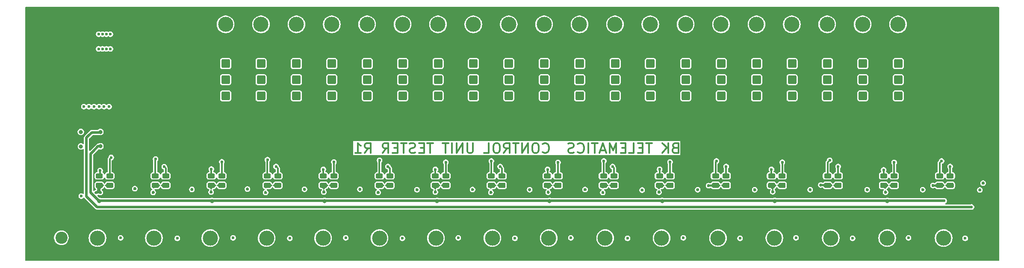
<source format=gbr>
%TF.GenerationSoftware,KiCad,Pcbnew,9.0.2*%
%TF.CreationDate,2025-05-23T14:58:00+03:00*%
%TF.ProjectId,control_unit_tester,636f6e74-726f-46c5-9f75-6e69745f7465,rev?*%
%TF.SameCoordinates,Original*%
%TF.FileFunction,Copper,L4,Bot*%
%TF.FilePolarity,Positive*%
%FSLAX46Y46*%
G04 Gerber Fmt 4.6, Leading zero omitted, Abs format (unit mm)*
G04 Created by KiCad (PCBNEW 9.0.2) date 2025-05-23 14:58:00*
%MOMM*%
%LPD*%
G01*
G04 APERTURE LIST*
G04 Aperture macros list*
%AMRoundRect*
0 Rectangle with rounded corners*
0 $1 Rounding radius*
0 $2 $3 $4 $5 $6 $7 $8 $9 X,Y pos of 4 corners*
0 Add a 4 corners polygon primitive as box body*
4,1,4,$2,$3,$4,$5,$6,$7,$8,$9,$2,$3,0*
0 Add four circle primitives for the rounded corners*
1,1,$1+$1,$2,$3*
1,1,$1+$1,$4,$5*
1,1,$1+$1,$6,$7*
1,1,$1+$1,$8,$9*
0 Add four rect primitives between the rounded corners*
20,1,$1+$1,$2,$3,$4,$5,0*
20,1,$1+$1,$4,$5,$6,$7,0*
20,1,$1+$1,$6,$7,$8,$9,0*
20,1,$1+$1,$8,$9,$2,$3,0*%
G04 Aperture macros list end*
%ADD10C,0.300000*%
%TA.AperFunction,NonConductor*%
%ADD11C,0.300000*%
%TD*%
%TA.AperFunction,ComponentPad*%
%ADD12C,3.000000*%
%TD*%
%TA.AperFunction,ComponentPad*%
%ADD13RoundRect,0.250001X-0.949999X-0.949999X0.949999X-0.949999X0.949999X0.949999X-0.949999X0.949999X0*%
%TD*%
%TA.AperFunction,ComponentPad*%
%ADD14C,2.400000*%
%TD*%
%TA.AperFunction,SMDPad,CuDef*%
%ADD15RoundRect,0.243750X-0.456250X0.243750X-0.456250X-0.243750X0.456250X-0.243750X0.456250X0.243750X0*%
%TD*%
%TA.AperFunction,ComponentPad*%
%ADD16RoundRect,0.250000X-0.600000X0.600000X-0.600000X-0.600000X0.600000X-0.600000X0.600000X0.600000X0*%
%TD*%
%TA.AperFunction,ViaPad*%
%ADD17C,0.600000*%
%TD*%
%TA.AperFunction,ViaPad*%
%ADD18C,0.800000*%
%TD*%
%TA.AperFunction,Conductor*%
%ADD19C,0.300000*%
%TD*%
%TA.AperFunction,Conductor*%
%ADD20C,0.500000*%
%TD*%
G04 APERTURE END LIST*
D10*
D11*
X188734774Y-90492019D02*
X188449060Y-90587257D01*
X188449060Y-90587257D02*
X188353822Y-90682495D01*
X188353822Y-90682495D02*
X188258584Y-90872971D01*
X188258584Y-90872971D02*
X188258584Y-91158685D01*
X188258584Y-91158685D02*
X188353822Y-91349161D01*
X188353822Y-91349161D02*
X188449060Y-91444400D01*
X188449060Y-91444400D02*
X188639536Y-91539638D01*
X188639536Y-91539638D02*
X189401441Y-91539638D01*
X189401441Y-91539638D02*
X189401441Y-89539638D01*
X189401441Y-89539638D02*
X188734774Y-89539638D01*
X188734774Y-89539638D02*
X188544298Y-89634876D01*
X188544298Y-89634876D02*
X188449060Y-89730114D01*
X188449060Y-89730114D02*
X188353822Y-89920590D01*
X188353822Y-89920590D02*
X188353822Y-90111066D01*
X188353822Y-90111066D02*
X188449060Y-90301542D01*
X188449060Y-90301542D02*
X188544298Y-90396780D01*
X188544298Y-90396780D02*
X188734774Y-90492019D01*
X188734774Y-90492019D02*
X189401441Y-90492019D01*
X187401441Y-91539638D02*
X187401441Y-89539638D01*
X186258584Y-91539638D02*
X187115727Y-90396780D01*
X186258584Y-89539638D02*
X187401441Y-90682495D01*
X184163345Y-89539638D02*
X183020488Y-89539638D01*
X183591917Y-91539638D02*
X183591917Y-89539638D01*
X182353821Y-90492019D02*
X181687154Y-90492019D01*
X181401440Y-91539638D02*
X182353821Y-91539638D01*
X182353821Y-91539638D02*
X182353821Y-89539638D01*
X182353821Y-89539638D02*
X181401440Y-89539638D01*
X179591916Y-91539638D02*
X180544297Y-91539638D01*
X180544297Y-91539638D02*
X180544297Y-89539638D01*
X178925249Y-90492019D02*
X178258582Y-90492019D01*
X177972868Y-91539638D02*
X178925249Y-91539638D01*
X178925249Y-91539638D02*
X178925249Y-89539638D01*
X178925249Y-89539638D02*
X177972868Y-89539638D01*
X177115725Y-91539638D02*
X177115725Y-89539638D01*
X177115725Y-89539638D02*
X176449058Y-90968209D01*
X176449058Y-90968209D02*
X175782392Y-89539638D01*
X175782392Y-89539638D02*
X175782392Y-91539638D01*
X174925249Y-90968209D02*
X173972868Y-90968209D01*
X175115725Y-91539638D02*
X174449059Y-89539638D01*
X174449059Y-89539638D02*
X173782392Y-91539638D01*
X173401439Y-89539638D02*
X172258582Y-89539638D01*
X172830011Y-91539638D02*
X172830011Y-89539638D01*
X171591915Y-91539638D02*
X171591915Y-89539638D01*
X169496677Y-91349161D02*
X169591915Y-91444400D01*
X169591915Y-91444400D02*
X169877629Y-91539638D01*
X169877629Y-91539638D02*
X170068105Y-91539638D01*
X170068105Y-91539638D02*
X170353820Y-91444400D01*
X170353820Y-91444400D02*
X170544296Y-91253923D01*
X170544296Y-91253923D02*
X170639534Y-91063447D01*
X170639534Y-91063447D02*
X170734772Y-90682495D01*
X170734772Y-90682495D02*
X170734772Y-90396780D01*
X170734772Y-90396780D02*
X170639534Y-90015828D01*
X170639534Y-90015828D02*
X170544296Y-89825352D01*
X170544296Y-89825352D02*
X170353820Y-89634876D01*
X170353820Y-89634876D02*
X170068105Y-89539638D01*
X170068105Y-89539638D02*
X169877629Y-89539638D01*
X169877629Y-89539638D02*
X169591915Y-89634876D01*
X169591915Y-89634876D02*
X169496677Y-89730114D01*
X168734772Y-91444400D02*
X168449058Y-91539638D01*
X168449058Y-91539638D02*
X167972867Y-91539638D01*
X167972867Y-91539638D02*
X167782391Y-91444400D01*
X167782391Y-91444400D02*
X167687153Y-91349161D01*
X167687153Y-91349161D02*
X167591915Y-91158685D01*
X167591915Y-91158685D02*
X167591915Y-90968209D01*
X167591915Y-90968209D02*
X167687153Y-90777733D01*
X167687153Y-90777733D02*
X167782391Y-90682495D01*
X167782391Y-90682495D02*
X167972867Y-90587257D01*
X167972867Y-90587257D02*
X168353820Y-90492019D01*
X168353820Y-90492019D02*
X168544296Y-90396780D01*
X168544296Y-90396780D02*
X168639534Y-90301542D01*
X168639534Y-90301542D02*
X168734772Y-90111066D01*
X168734772Y-90111066D02*
X168734772Y-89920590D01*
X168734772Y-89920590D02*
X168639534Y-89730114D01*
X168639534Y-89730114D02*
X168544296Y-89634876D01*
X168544296Y-89634876D02*
X168353820Y-89539638D01*
X168353820Y-89539638D02*
X167877629Y-89539638D01*
X167877629Y-89539638D02*
X167591915Y-89634876D01*
X162544295Y-91349161D02*
X162639533Y-91444400D01*
X162639533Y-91444400D02*
X162925247Y-91539638D01*
X162925247Y-91539638D02*
X163115723Y-91539638D01*
X163115723Y-91539638D02*
X163401438Y-91444400D01*
X163401438Y-91444400D02*
X163591914Y-91253923D01*
X163591914Y-91253923D02*
X163687152Y-91063447D01*
X163687152Y-91063447D02*
X163782390Y-90682495D01*
X163782390Y-90682495D02*
X163782390Y-90396780D01*
X163782390Y-90396780D02*
X163687152Y-90015828D01*
X163687152Y-90015828D02*
X163591914Y-89825352D01*
X163591914Y-89825352D02*
X163401438Y-89634876D01*
X163401438Y-89634876D02*
X163115723Y-89539638D01*
X163115723Y-89539638D02*
X162925247Y-89539638D01*
X162925247Y-89539638D02*
X162639533Y-89634876D01*
X162639533Y-89634876D02*
X162544295Y-89730114D01*
X161306200Y-89539638D02*
X160925247Y-89539638D01*
X160925247Y-89539638D02*
X160734771Y-89634876D01*
X160734771Y-89634876D02*
X160544295Y-89825352D01*
X160544295Y-89825352D02*
X160449057Y-90206304D01*
X160449057Y-90206304D02*
X160449057Y-90872971D01*
X160449057Y-90872971D02*
X160544295Y-91253923D01*
X160544295Y-91253923D02*
X160734771Y-91444400D01*
X160734771Y-91444400D02*
X160925247Y-91539638D01*
X160925247Y-91539638D02*
X161306200Y-91539638D01*
X161306200Y-91539638D02*
X161496676Y-91444400D01*
X161496676Y-91444400D02*
X161687152Y-91253923D01*
X161687152Y-91253923D02*
X161782390Y-90872971D01*
X161782390Y-90872971D02*
X161782390Y-90206304D01*
X161782390Y-90206304D02*
X161687152Y-89825352D01*
X161687152Y-89825352D02*
X161496676Y-89634876D01*
X161496676Y-89634876D02*
X161306200Y-89539638D01*
X159591914Y-91539638D02*
X159591914Y-89539638D01*
X159591914Y-89539638D02*
X158449057Y-91539638D01*
X158449057Y-91539638D02*
X158449057Y-89539638D01*
X157782390Y-89539638D02*
X156639533Y-89539638D01*
X157210962Y-91539638D02*
X157210962Y-89539638D01*
X154830009Y-91539638D02*
X155496676Y-90587257D01*
X155972866Y-91539638D02*
X155972866Y-89539638D01*
X155972866Y-89539638D02*
X155210961Y-89539638D01*
X155210961Y-89539638D02*
X155020485Y-89634876D01*
X155020485Y-89634876D02*
X154925247Y-89730114D01*
X154925247Y-89730114D02*
X154830009Y-89920590D01*
X154830009Y-89920590D02*
X154830009Y-90206304D01*
X154830009Y-90206304D02*
X154925247Y-90396780D01*
X154925247Y-90396780D02*
X155020485Y-90492019D01*
X155020485Y-90492019D02*
X155210961Y-90587257D01*
X155210961Y-90587257D02*
X155972866Y-90587257D01*
X153591914Y-89539638D02*
X153210961Y-89539638D01*
X153210961Y-89539638D02*
X153020485Y-89634876D01*
X153020485Y-89634876D02*
X152830009Y-89825352D01*
X152830009Y-89825352D02*
X152734771Y-90206304D01*
X152734771Y-90206304D02*
X152734771Y-90872971D01*
X152734771Y-90872971D02*
X152830009Y-91253923D01*
X152830009Y-91253923D02*
X153020485Y-91444400D01*
X153020485Y-91444400D02*
X153210961Y-91539638D01*
X153210961Y-91539638D02*
X153591914Y-91539638D01*
X153591914Y-91539638D02*
X153782390Y-91444400D01*
X153782390Y-91444400D02*
X153972866Y-91253923D01*
X153972866Y-91253923D02*
X154068104Y-90872971D01*
X154068104Y-90872971D02*
X154068104Y-90206304D01*
X154068104Y-90206304D02*
X153972866Y-89825352D01*
X153972866Y-89825352D02*
X153782390Y-89634876D01*
X153782390Y-89634876D02*
X153591914Y-89539638D01*
X150925247Y-91539638D02*
X151877628Y-91539638D01*
X151877628Y-91539638D02*
X151877628Y-89539638D01*
X148734770Y-89539638D02*
X148734770Y-91158685D01*
X148734770Y-91158685D02*
X148639532Y-91349161D01*
X148639532Y-91349161D02*
X148544294Y-91444400D01*
X148544294Y-91444400D02*
X148353818Y-91539638D01*
X148353818Y-91539638D02*
X147972865Y-91539638D01*
X147972865Y-91539638D02*
X147782389Y-91444400D01*
X147782389Y-91444400D02*
X147687151Y-91349161D01*
X147687151Y-91349161D02*
X147591913Y-91158685D01*
X147591913Y-91158685D02*
X147591913Y-89539638D01*
X146639532Y-91539638D02*
X146639532Y-89539638D01*
X146639532Y-89539638D02*
X145496675Y-91539638D01*
X145496675Y-91539638D02*
X145496675Y-89539638D01*
X144544294Y-91539638D02*
X144544294Y-89539638D01*
X143877627Y-89539638D02*
X142734770Y-89539638D01*
X143306199Y-91539638D02*
X143306199Y-89539638D01*
X140830007Y-89539638D02*
X139687150Y-89539638D01*
X140258579Y-91539638D02*
X140258579Y-89539638D01*
X139020483Y-90492019D02*
X138353816Y-90492019D01*
X138068102Y-91539638D02*
X139020483Y-91539638D01*
X139020483Y-91539638D02*
X139020483Y-89539638D01*
X139020483Y-89539638D02*
X138068102Y-89539638D01*
X137306197Y-91444400D02*
X137020483Y-91539638D01*
X137020483Y-91539638D02*
X136544292Y-91539638D01*
X136544292Y-91539638D02*
X136353816Y-91444400D01*
X136353816Y-91444400D02*
X136258578Y-91349161D01*
X136258578Y-91349161D02*
X136163340Y-91158685D01*
X136163340Y-91158685D02*
X136163340Y-90968209D01*
X136163340Y-90968209D02*
X136258578Y-90777733D01*
X136258578Y-90777733D02*
X136353816Y-90682495D01*
X136353816Y-90682495D02*
X136544292Y-90587257D01*
X136544292Y-90587257D02*
X136925245Y-90492019D01*
X136925245Y-90492019D02*
X137115721Y-90396780D01*
X137115721Y-90396780D02*
X137210959Y-90301542D01*
X137210959Y-90301542D02*
X137306197Y-90111066D01*
X137306197Y-90111066D02*
X137306197Y-89920590D01*
X137306197Y-89920590D02*
X137210959Y-89730114D01*
X137210959Y-89730114D02*
X137115721Y-89634876D01*
X137115721Y-89634876D02*
X136925245Y-89539638D01*
X136925245Y-89539638D02*
X136449054Y-89539638D01*
X136449054Y-89539638D02*
X136163340Y-89634876D01*
X135591911Y-89539638D02*
X134449054Y-89539638D01*
X135020483Y-91539638D02*
X135020483Y-89539638D01*
X133782387Y-90492019D02*
X133115720Y-90492019D01*
X132830006Y-91539638D02*
X133782387Y-91539638D01*
X133782387Y-91539638D02*
X133782387Y-89539638D01*
X133782387Y-89539638D02*
X132830006Y-89539638D01*
X130830006Y-91539638D02*
X131496673Y-90587257D01*
X131972863Y-91539638D02*
X131972863Y-89539638D01*
X131972863Y-89539638D02*
X131210958Y-89539638D01*
X131210958Y-89539638D02*
X131020482Y-89634876D01*
X131020482Y-89634876D02*
X130925244Y-89730114D01*
X130925244Y-89730114D02*
X130830006Y-89920590D01*
X130830006Y-89920590D02*
X130830006Y-90206304D01*
X130830006Y-90206304D02*
X130925244Y-90396780D01*
X130925244Y-90396780D02*
X131020482Y-90492019D01*
X131020482Y-90492019D02*
X131210958Y-90587257D01*
X131210958Y-90587257D02*
X131972863Y-90587257D01*
X127306196Y-91539638D02*
X127972863Y-90587257D01*
X128449053Y-91539638D02*
X128449053Y-89539638D01*
X128449053Y-89539638D02*
X127687148Y-89539638D01*
X127687148Y-89539638D02*
X127496672Y-89634876D01*
X127496672Y-89634876D02*
X127401434Y-89730114D01*
X127401434Y-89730114D02*
X127306196Y-89920590D01*
X127306196Y-89920590D02*
X127306196Y-90206304D01*
X127306196Y-90206304D02*
X127401434Y-90396780D01*
X127401434Y-90396780D02*
X127496672Y-90492019D01*
X127496672Y-90492019D02*
X127687148Y-90587257D01*
X127687148Y-90587257D02*
X128449053Y-90587257D01*
X125401434Y-91539638D02*
X126544291Y-91539638D01*
X125972863Y-91539638D02*
X125972863Y-89539638D01*
X125972863Y-89539638D02*
X126163339Y-89825352D01*
X126163339Y-89825352D02*
X126353815Y-90015828D01*
X126353815Y-90015828D02*
X126544291Y-90111066D01*
D12*
%TO.P,J7,1,Pin_1*%
%TO.N,/OUT6*%
X134789474Y-65950000D03*
%TD*%
%TO.P,J2,1,Pin_1*%
%TO.N,/OUT1*%
X99750000Y-65950000D03*
%TD*%
%TO.P,J22,1,Pin_1*%
%TO.N,/IN1*%
X74375000Y-108425000D03*
%TD*%
%TO.P,J15,1,Pin_1*%
%TO.N,/OUT14*%
X190852632Y-65950000D03*
%TD*%
%TO.P,J25,1,Pin_1*%
%TO.N,/IN12*%
X107885000Y-108425000D03*
%TD*%
%TO.P,J13,1,Pin_1*%
%TO.N,/OUT12*%
X176836842Y-65950000D03*
%TD*%
%TO.P,J21,1,Pin_1*%
%TO.N,/OUT20*%
X232900000Y-65950000D03*
%TD*%
%TO.P,J12,1,Pin_1*%
%TO.N,/OUT11*%
X169828947Y-65950000D03*
%TD*%
%TO.P,J33,1,Pin_1*%
%TO.N,/IN10*%
X197245000Y-108425000D03*
%TD*%
%TO.P,J19,1,Pin_1*%
%TO.N,/OUT18*%
X218884211Y-65950000D03*
%TD*%
%TO.P,J27,1,Pin_1*%
%TO.N,/IN4*%
X130225000Y-108425000D03*
%TD*%
%TO.P,J35,1,Pin_1*%
%TO.N,/IN14*%
X219585000Y-108425000D03*
%TD*%
%TO.P,J30,1,Pin_1*%
%TO.N,/IN7*%
X163735000Y-108425000D03*
%TD*%
D13*
%TO.P,J1,1,Pin_1*%
%TO.N,GND*%
X63725000Y-108350000D03*
D14*
%TO.P,J1,2,Pin_2*%
%TO.N,Net-(D52-A)*%
X67225000Y-108350000D03*
%TD*%
D12*
%TO.P,J34,1,Pin_1*%
%TO.N,/IN13*%
X208415000Y-108425000D03*
%TD*%
%TO.P,J32,1,Pin_1*%
%TO.N,/IN9*%
X186075000Y-108425000D03*
%TD*%
%TO.P,J6,1,Pin_1*%
%TO.N,/OUT5*%
X127781579Y-65950000D03*
%TD*%
%TO.P,J31,1,Pin_1*%
%TO.N,/IN8*%
X174905000Y-108425000D03*
%TD*%
%TO.P,J18,1,Pin_1*%
%TO.N,/OUT17*%
X211876316Y-65950000D03*
%TD*%
%TO.P,J8,1,Pin_1*%
%TO.N,/OUT7*%
X141797368Y-65950000D03*
%TD*%
%TO.P,J14,1,Pin_1*%
%TO.N,/OUT13*%
X183844737Y-65950000D03*
%TD*%
%TO.P,J17,1,Pin_1*%
%TO.N,/OUT16*%
X204868421Y-65950000D03*
%TD*%
%TO.P,J10,1,Pin_1*%
%TO.N,/OUT9*%
X155813158Y-65950000D03*
%TD*%
%TO.P,J23,1,Pin_1*%
%TO.N,/IN2*%
X85545000Y-108425000D03*
%TD*%
%TO.P,J28,1,Pin_1*%
%TO.N,/IN5*%
X141395000Y-108425000D03*
%TD*%
%TO.P,J4,1,Pin_1*%
%TO.N,/OUT3*%
X113765789Y-65950000D03*
%TD*%
%TO.P,J29,1,Pin_1*%
%TO.N,/IN6*%
X152565000Y-108425000D03*
%TD*%
%TO.P,J36,1,Pin_1*%
%TO.N,/IN15*%
X230755000Y-108425000D03*
%TD*%
%TO.P,J5,1,Pin_1*%
%TO.N,/OUT4*%
X120773684Y-65950000D03*
%TD*%
%TO.P,J9,1,Pin_1*%
%TO.N,/OUT8*%
X148805263Y-65950000D03*
%TD*%
%TO.P,J16,1,Pin_1*%
%TO.N,/OUT15*%
X197860526Y-65950000D03*
%TD*%
%TO.P,J24,1,Pin_1*%
%TO.N,/IN11*%
X96715000Y-108425000D03*
%TD*%
%TO.P,J3,1,Pin_1*%
%TO.N,/OUT2*%
X106757895Y-65950000D03*
%TD*%
%TO.P,J20,1,Pin_1*%
%TO.N,/OUT19*%
X225892105Y-65950000D03*
%TD*%
%TO.P,J37,1,Pin_1*%
%TO.N,/IN16*%
X241925000Y-108425000D03*
%TD*%
%TO.P,J26,1,Pin_1*%
%TO.N,/IN3*%
X119055000Y-108425000D03*
%TD*%
%TO.P,J11,1,Pin_1*%
%TO.N,/OUT10*%
X162821053Y-65950000D03*
%TD*%
D15*
%TO.P,D23,1,K*%
%TO.N,Net-(D23-K)*%
X165560000Y-96062500D03*
%TO.P,D23,2,A*%
%TO.N,+5V*%
X165560000Y-97937500D03*
%TD*%
D16*
%TO.P,SW7,1,1*%
%TO.N,+VIN*%
X141813158Y-73750000D03*
%TO.P,SW7,2,2*%
%TO.N,/OUT7*%
X141813158Y-76950000D03*
%TO.P,SW7,3,3*%
X141813158Y-80150000D03*
%TO.P,SW7,4,4*%
%TO.N,GND*%
X141813158Y-83350000D03*
%TD*%
%TO.P,SW15,1,1*%
%TO.N,+VIN*%
X197897368Y-73750000D03*
%TO.P,SW15,2,2*%
%TO.N,/OUT15*%
X197897368Y-76950000D03*
%TO.P,SW15,3,3*%
X197897368Y-80150000D03*
%TO.P,SW15,4,4*%
%TO.N,GND*%
X197897368Y-83350000D03*
%TD*%
%TO.P,SW20,1,1*%
%TO.N,+VIN*%
X232950000Y-73750000D03*
%TO.P,SW20,2,2*%
%TO.N,/OUT20*%
X232950000Y-76950000D03*
%TO.P,SW20,3,3*%
X232950000Y-80150000D03*
%TO.P,SW20,4,4*%
%TO.N,GND*%
X232950000Y-83350000D03*
%TD*%
%TO.P,SW13,1,1*%
%TO.N,+VIN*%
X183876316Y-73750000D03*
%TO.P,SW13,2,2*%
%TO.N,/OUT13*%
X183876316Y-76950000D03*
%TO.P,SW13,3,3*%
X183876316Y-80150000D03*
%TO.P,SW13,4,4*%
%TO.N,GND*%
X183876316Y-83350000D03*
%TD*%
%TO.P,SW8,1,1*%
%TO.N,+VIN*%
X148823684Y-73750000D03*
%TO.P,SW8,2,2*%
%TO.N,/OUT8*%
X148823684Y-76950000D03*
%TO.P,SW8,3,3*%
X148823684Y-80150000D03*
%TO.P,SW8,4,4*%
%TO.N,GND*%
X148823684Y-83350000D03*
%TD*%
D15*
%TO.P,D47,1,K*%
%TO.N,Net-(D47-K)*%
X232130000Y-96062500D03*
%TO.P,D47,2,A*%
%TO.N,+5V*%
X232130000Y-97937500D03*
%TD*%
%TO.P,D34,1,K*%
%TO.N,Net-(D34-K)*%
X96915000Y-96062500D03*
%TO.P,D34,2,A*%
%TO.N,+5V*%
X96915000Y-97937500D03*
%TD*%
D16*
%TO.P,SW10,1,1*%
%TO.N,+VIN*%
X162844737Y-73750000D03*
%TO.P,SW10,2,2*%
%TO.N,/OUT10*%
X162844737Y-76950000D03*
%TO.P,SW10,3,3*%
X162844737Y-80150000D03*
%TO.P,SW10,4,4*%
%TO.N,GND*%
X162844737Y-83350000D03*
%TD*%
%TO.P,SW19,1,1*%
%TO.N,+VIN*%
X225939474Y-73750000D03*
%TO.P,SW19,2,2*%
%TO.N,/OUT19*%
X225939474Y-76950000D03*
%TO.P,SW19,3,3*%
X225939474Y-80150000D03*
%TO.P,SW19,4,4*%
%TO.N,GND*%
X225939474Y-83350000D03*
%TD*%
D15*
%TO.P,D46,1,K*%
%TO.N,Net-(D46-K)*%
X230055000Y-96062500D03*
%TO.P,D46,2,A*%
%TO.N,+5V*%
X230055000Y-97937500D03*
%TD*%
D16*
%TO.P,SW2,1,1*%
%TO.N,+VIN*%
X106760526Y-73750000D03*
%TO.P,SW2,2,2*%
%TO.N,/OUT2*%
X106760526Y-76950000D03*
%TO.P,SW2,3,3*%
X106760526Y-80150000D03*
%TO.P,SW2,4,4*%
%TO.N,GND*%
X106760526Y-83350000D03*
%TD*%
D15*
%TO.P,D19,1,K*%
%TO.N,Net-(D19-K)*%
X154465000Y-96062500D03*
%TO.P,D19,2,A*%
%TO.N,+5V*%
X154465000Y-97937500D03*
%TD*%
%TO.P,D28,1,K*%
%TO.N,Net-(D28-K)*%
X185675000Y-96062500D03*
%TO.P,D28,2,A*%
%TO.N,+5V*%
X185675000Y-97937500D03*
%TD*%
D16*
%TO.P,SW17,1,1*%
%TO.N,+VIN*%
X211918421Y-73750000D03*
%TO.P,SW17,2,2*%
%TO.N,/OUT17*%
X211918421Y-76950000D03*
%TO.P,SW17,3,3*%
X211918421Y-80150000D03*
%TO.P,SW17,4,4*%
%TO.N,GND*%
X211918421Y-83350000D03*
%TD*%
D15*
%TO.P,D11,1,K*%
%TO.N,Net-(D11-K)*%
X121180000Y-96062500D03*
%TO.P,D11,2,A*%
%TO.N,+5V*%
X121180000Y-97937500D03*
%TD*%
%TO.P,D16,1,K*%
%TO.N,Net-(D16-K)*%
X141295000Y-96062500D03*
%TO.P,D16,2,A*%
%TO.N,+5V*%
X141295000Y-97937500D03*
%TD*%
%TO.P,D10,1,K*%
%TO.N,Net-(D10-K)*%
X119105000Y-96062500D03*
%TO.P,D10,2,A*%
%TO.N,+5V*%
X119105000Y-97937500D03*
%TD*%
D16*
%TO.P,SW18,1,1*%
%TO.N,+VIN*%
X218928947Y-73750000D03*
%TO.P,SW18,2,2*%
%TO.N,/OUT18*%
X218928947Y-76950000D03*
%TO.P,SW18,3,3*%
X218928947Y-80150000D03*
%TO.P,SW18,4,4*%
%TO.N,GND*%
X218928947Y-83350000D03*
%TD*%
D15*
%TO.P,D49,1,K*%
%TO.N,Net-(D49-K)*%
X243225000Y-96062500D03*
%TO.P,D49,2,A*%
%TO.N,+5V*%
X243225000Y-97937500D03*
%TD*%
%TO.P,D6,1,K*%
%TO.N,Net-(D6-K)*%
X85820000Y-96062500D03*
%TO.P,D6,2,A*%
%TO.N,+5V*%
X85820000Y-97937500D03*
%TD*%
%TO.P,D48,1,K*%
%TO.N,Net-(D48-K)*%
X241150000Y-96062500D03*
%TO.P,D48,2,A*%
%TO.N,+5V*%
X241150000Y-97937500D03*
%TD*%
%TO.P,D30,1,K*%
%TO.N,Net-(D30-K)*%
X196770000Y-96062500D03*
%TO.P,D30,2,A*%
%TO.N,+5V*%
X196770000Y-97937500D03*
%TD*%
%TO.P,D29,1,K*%
%TO.N,Net-(D29-K)*%
X187750000Y-96062500D03*
%TO.P,D29,2,A*%
%TO.N,+5V*%
X187750000Y-97937500D03*
%TD*%
%TO.P,D5,1,K*%
%TO.N,Net-(D5-K)*%
X76800000Y-96062500D03*
%TO.P,D5,2,A*%
%TO.N,+5V*%
X76800000Y-97937500D03*
%TD*%
%TO.P,D17,1,K*%
%TO.N,Net-(D17-K)*%
X143370000Y-96062500D03*
%TO.P,D17,2,A*%
%TO.N,+5V*%
X143370000Y-97937500D03*
%TD*%
%TO.P,D36,1,K*%
%TO.N,Net-(D36-K)*%
X108010000Y-96062500D03*
%TO.P,D36,2,A*%
%TO.N,+5V*%
X108010000Y-97937500D03*
%TD*%
%TO.P,D12,1,K*%
%TO.N,Net-(D12-K)*%
X130200000Y-96062500D03*
%TO.P,D12,2,A*%
%TO.N,+5V*%
X130200000Y-97937500D03*
%TD*%
%TO.P,D42,1,K*%
%TO.N,Net-(D42-K)*%
X218960000Y-96062500D03*
%TO.P,D42,2,A*%
%TO.N,+5V*%
X218960000Y-97937500D03*
%TD*%
%TO.P,D43,1,K*%
%TO.N,Net-(D43-K)*%
X221035000Y-96062500D03*
%TO.P,D43,2,A*%
%TO.N,+5V*%
X221035000Y-97937500D03*
%TD*%
%TO.P,D41,1,K*%
%TO.N,Net-(D41-K)*%
X209940000Y-96062500D03*
%TO.P,D41,2,A*%
%TO.N,+5V*%
X209940000Y-97937500D03*
%TD*%
D16*
%TO.P,SW11,1,1*%
%TO.N,+VIN*%
X169855263Y-73750000D03*
%TO.P,SW11,2,2*%
%TO.N,/OUT11*%
X169855263Y-76950000D03*
%TO.P,SW11,3,3*%
X169855263Y-80150000D03*
%TO.P,SW11,4,4*%
%TO.N,GND*%
X169855263Y-83350000D03*
%TD*%
D15*
%TO.P,D13,1,K*%
%TO.N,Net-(D13-K)*%
X132275000Y-96062500D03*
%TO.P,D13,2,A*%
%TO.N,+5V*%
X132275000Y-97937500D03*
%TD*%
%TO.P,D4,1,K*%
%TO.N,Net-(D4-K)*%
X74725000Y-96062500D03*
%TO.P,D4,2,A*%
%TO.N,+5V*%
X74725000Y-97937500D03*
%TD*%
D16*
%TO.P,SW9,1,1*%
%TO.N,+VIN*%
X155834211Y-73750000D03*
%TO.P,SW9,2,2*%
%TO.N,/OUT9*%
X155834211Y-76950000D03*
%TO.P,SW9,3,3*%
X155834211Y-80150000D03*
%TO.P,SW9,4,4*%
%TO.N,GND*%
X155834211Y-83350000D03*
%TD*%
%TO.P,SW5,1,1*%
%TO.N,+VIN*%
X127792105Y-73750000D03*
%TO.P,SW5,2,2*%
%TO.N,/OUT5*%
X127792105Y-76950000D03*
%TO.P,SW5,3,3*%
X127792105Y-80150000D03*
%TO.P,SW5,4,4*%
%TO.N,GND*%
X127792105Y-83350000D03*
%TD*%
%TO.P,SW1,1,1*%
%TO.N,+VIN*%
X99750000Y-73750000D03*
%TO.P,SW1,2,2*%
%TO.N,/OUT1*%
X99750000Y-76950000D03*
%TO.P,SW1,3,3*%
X99750000Y-80150000D03*
%TO.P,SW1,4,4*%
%TO.N,GND*%
X99750000Y-83350000D03*
%TD*%
D15*
%TO.P,D25,1,K*%
%TO.N,Net-(D25-K)*%
X176655000Y-96062500D03*
%TO.P,D25,2,A*%
%TO.N,+5V*%
X176655000Y-97937500D03*
%TD*%
D16*
%TO.P,SW16,1,1*%
%TO.N,+VIN*%
X204907895Y-73750000D03*
%TO.P,SW16,2,2*%
%TO.N,/OUT16*%
X204907895Y-76950000D03*
%TO.P,SW16,3,3*%
X204907895Y-80150000D03*
%TO.P,SW16,4,4*%
%TO.N,GND*%
X204907895Y-83350000D03*
%TD*%
D15*
%TO.P,D7,1,K*%
%TO.N,Net-(D7-K)*%
X87895000Y-96062500D03*
%TO.P,D7,2,A*%
%TO.N,+5V*%
X87895000Y-97937500D03*
%TD*%
D16*
%TO.P,SW6,1,1*%
%TO.N,+VIN*%
X134802632Y-73750000D03*
%TO.P,SW6,2,2*%
%TO.N,/OUT6*%
X134802632Y-76950000D03*
%TO.P,SW6,3,3*%
X134802632Y-80150000D03*
%TO.P,SW6,4,4*%
%TO.N,GND*%
X134802632Y-83350000D03*
%TD*%
D15*
%TO.P,D40,1,K*%
%TO.N,Net-(D40-K)*%
X207865000Y-96062500D03*
%TO.P,D40,2,A*%
%TO.N,+5V*%
X207865000Y-97937500D03*
%TD*%
D16*
%TO.P,SW12,1,1*%
%TO.N,+VIN*%
X176865789Y-73750000D03*
%TO.P,SW12,2,2*%
%TO.N,/OUT12*%
X176865789Y-76950000D03*
%TO.P,SW12,3,3*%
X176865789Y-80150000D03*
%TO.P,SW12,4,4*%
%TO.N,GND*%
X176865789Y-83350000D03*
%TD*%
D15*
%TO.P,D37,1,K*%
%TO.N,Net-(D37-K)*%
X110085000Y-96062500D03*
%TO.P,D37,2,A*%
%TO.N,+5V*%
X110085000Y-97937500D03*
%TD*%
%TO.P,D22,1,K*%
%TO.N,Net-(D22-K)*%
X163485000Y-96062500D03*
%TO.P,D22,2,A*%
%TO.N,+5V*%
X163485000Y-97937500D03*
%TD*%
%TO.P,D24,1,K*%
%TO.N,Net-(D24-K)*%
X174580000Y-96062500D03*
%TO.P,D24,2,A*%
%TO.N,+5V*%
X174580000Y-97937500D03*
%TD*%
D16*
%TO.P,SW14,1,1*%
%TO.N,+VIN*%
X190886842Y-73750000D03*
%TO.P,SW14,2,2*%
%TO.N,/OUT14*%
X190886842Y-76950000D03*
%TO.P,SW14,3,3*%
X190886842Y-80150000D03*
%TO.P,SW14,4,4*%
%TO.N,GND*%
X190886842Y-83350000D03*
%TD*%
%TO.P,SW3,1,1*%
%TO.N,+VIN*%
X113771053Y-73750000D03*
%TO.P,SW3,2,2*%
%TO.N,/OUT3*%
X113771053Y-76950000D03*
%TO.P,SW3,3,3*%
X113771053Y-80150000D03*
%TO.P,SW3,4,4*%
%TO.N,GND*%
X113771053Y-83350000D03*
%TD*%
D15*
%TO.P,D31,1,K*%
%TO.N,Net-(D31-K)*%
X198845000Y-96062500D03*
%TO.P,D31,2,A*%
%TO.N,+5V*%
X198845000Y-97937500D03*
%TD*%
%TO.P,D35,1,K*%
%TO.N,Net-(D35-K)*%
X98990000Y-96062500D03*
%TO.P,D35,2,A*%
%TO.N,+5V*%
X98990000Y-97937500D03*
%TD*%
%TO.P,D18,1,K*%
%TO.N,Net-(D18-K)*%
X152390000Y-96062500D03*
%TO.P,D18,2,A*%
%TO.N,+5V*%
X152390000Y-97937500D03*
%TD*%
D16*
%TO.P,SW4,1,1*%
%TO.N,+VIN*%
X120781579Y-73750000D03*
%TO.P,SW4,2,2*%
%TO.N,/OUT4*%
X120781579Y-76950000D03*
%TO.P,SW4,3,3*%
X120781579Y-80150000D03*
%TO.P,SW4,4,4*%
%TO.N,GND*%
X120781579Y-83350000D03*
%TD*%
D17*
%TO.N,GND*%
X160000000Y-112000000D03*
X183000000Y-63000000D03*
X88675000Y-65237500D03*
X198000000Y-112000000D03*
X193000000Y-63000000D03*
X197421429Y-104600000D03*
X141000000Y-63000000D03*
X182000000Y-112000000D03*
X242000000Y-104600000D03*
X61000000Y-105000000D03*
X137000000Y-63000000D03*
X151000000Y-63000000D03*
X175000000Y-63000000D03*
X81025000Y-65087500D03*
X61000000Y-71000000D03*
X119228571Y-104525000D03*
X145067857Y-103325000D03*
X167357143Y-103325000D03*
X145000000Y-63000000D03*
X244000000Y-112000000D03*
X187000000Y-63000000D03*
X135153571Y-105050000D03*
X163807143Y-104525000D03*
X99914286Y-107050000D03*
X252000000Y-80000000D03*
X194000000Y-112000000D03*
X156392857Y-103400000D03*
X192000000Y-112000000D03*
X85475000Y-73150000D03*
X61000000Y-89000000D03*
X252000000Y-84000000D03*
X77800000Y-74600000D03*
X111114286Y-107100000D03*
X70000000Y-112000000D03*
X61000000Y-79000000D03*
X106000000Y-112000000D03*
X77800000Y-73800000D03*
X61000000Y-99000000D03*
X235778571Y-108200000D03*
X252000000Y-106000000D03*
X100489286Y-103325000D03*
X94000000Y-112000000D03*
X251000000Y-63000000D03*
X252000000Y-68000000D03*
X178182143Y-97625000D03*
X219000000Y-63000000D03*
X123603571Y-105000000D03*
X77000000Y-63000000D03*
X204000000Y-112000000D03*
X95000000Y-63000000D03*
X252000000Y-86000000D03*
X71850000Y-71725000D03*
X249000000Y-63000000D03*
X152842857Y-104600000D03*
X228960714Y-104600000D03*
X252000000Y-96000000D03*
X85900000Y-65237500D03*
X61000000Y-85000000D03*
X238000000Y-112000000D03*
X83875000Y-65112500D03*
X133403571Y-107100000D03*
X152000000Y-112000000D03*
X117000000Y-63000000D03*
X252000000Y-90000000D03*
X80000000Y-112000000D03*
X79025000Y-105000000D03*
X69000000Y-63000000D03*
X230000000Y-112000000D03*
X223000000Y-63000000D03*
X184382143Y-104600000D03*
X124000000Y-112000000D03*
X196000000Y-112000000D03*
X201000000Y-63000000D03*
X189000000Y-63000000D03*
X190171429Y-98475000D03*
X155000000Y-63000000D03*
X82000000Y-112000000D03*
X61000000Y-75000000D03*
X112100000Y-96800000D03*
X191000000Y-63000000D03*
X61000000Y-107000000D03*
X175132143Y-104600000D03*
X79753571Y-108200000D03*
X209000000Y-63000000D03*
X202021429Y-105050000D03*
X252000000Y-70000000D03*
X141517857Y-104525000D03*
X217000000Y-63000000D03*
X213489285Y-108200000D03*
X88825000Y-107100000D03*
X200271429Y-107100000D03*
X85900000Y-66125000D03*
X252000000Y-100000000D03*
X103000000Y-63000000D03*
X61000000Y-93000000D03*
X158000000Y-112000000D03*
X252000000Y-82000000D03*
X83875000Y-64225000D03*
X132000000Y-112000000D03*
X134000000Y-112000000D03*
X162092857Y-104600000D03*
X178682143Y-103400000D03*
X169000000Y-63000000D03*
X252000000Y-76000000D03*
X90000000Y-112000000D03*
X199000000Y-63000000D03*
X212760714Y-105000000D03*
X91000000Y-63000000D03*
X122778571Y-103325000D03*
X74000000Y-112000000D03*
X155892857Y-97625000D03*
X252000000Y-88000000D03*
X110000000Y-112000000D03*
X243000000Y-63000000D03*
X168182143Y-105000000D03*
X71625000Y-65450000D03*
X79000000Y-63000000D03*
X244850000Y-107100000D03*
X62000000Y-112000000D03*
X133000000Y-63000000D03*
X208385714Y-104525000D03*
X122000000Y-112000000D03*
X252000000Y-78000000D03*
X128000000Y-112000000D03*
X68000000Y-112000000D03*
X250000000Y-112000000D03*
X207000000Y-63000000D03*
X210000000Y-112000000D03*
X235000000Y-63000000D03*
X101314286Y-105000000D03*
X136000000Y-112000000D03*
D18*
X78725000Y-87275000D03*
D17*
X206000000Y-112000000D03*
X184000000Y-112000000D03*
X78775000Y-75525000D03*
X241000000Y-63000000D03*
X173132143Y-104600000D03*
X156000000Y-112000000D03*
X166000000Y-112000000D03*
X61000000Y-95000000D03*
X140000000Y-112000000D03*
X150000000Y-112000000D03*
X223260714Y-103400000D03*
X135557142Y-108300000D03*
X117514286Y-104600000D03*
X205000000Y-63000000D03*
X125000000Y-63000000D03*
X154000000Y-112000000D03*
X147000000Y-63000000D03*
X86000000Y-112000000D03*
X248000000Y-112000000D03*
X162000000Y-112000000D03*
X179732143Y-105050000D03*
X105000000Y-63000000D03*
X124332142Y-108200000D03*
X222560714Y-107100000D03*
X153000000Y-63000000D03*
X88000000Y-112000000D03*
X84433333Y-72250000D03*
X88675000Y-64350000D03*
X77762500Y-76600000D03*
X89825000Y-96700000D03*
X92000000Y-112000000D03*
X134103571Y-103400000D03*
X130553571Y-104600000D03*
X195000000Y-63000000D03*
X61000000Y-111000000D03*
X91800000Y-65800000D03*
X186096429Y-104525000D03*
X75000000Y-63000000D03*
X63000000Y-63000000D03*
X84000000Y-112000000D03*
X145892857Y-105000000D03*
X76000000Y-112000000D03*
X96939286Y-104525000D03*
X189071429Y-107050000D03*
X177982143Y-107100000D03*
X219710714Y-104600000D03*
X252000000Y-74000000D03*
X237000000Y-63000000D03*
X81000000Y-63000000D03*
X242000000Y-112000000D03*
X226000000Y-112000000D03*
X177000000Y-63000000D03*
X161000000Y-63000000D03*
X170000000Y-112000000D03*
X150842857Y-104600000D03*
X171000000Y-63000000D03*
X97000000Y-63000000D03*
X78650000Y-76600000D03*
X108264286Y-104600000D03*
D18*
X78725000Y-90225000D03*
D17*
X123303571Y-98475000D03*
X200971429Y-103400000D03*
X106264286Y-104600000D03*
X240000000Y-104600000D03*
X167000000Y-63000000D03*
X89000000Y-63000000D03*
X252000000Y-98000000D03*
X139803571Y-104600000D03*
X246000000Y-112000000D03*
X61000000Y-77000000D03*
X102042857Y-108200000D03*
X234750000Y-98475000D03*
X119000000Y-63000000D03*
X101014286Y-98475000D03*
X212000000Y-112000000D03*
X127000000Y-63000000D03*
X109000000Y-63000000D03*
X118000000Y-112000000D03*
X73000000Y-63000000D03*
X85000000Y-63000000D03*
X104000000Y-112000000D03*
X129000000Y-63000000D03*
X111000000Y-63000000D03*
X173000000Y-63000000D03*
X203000000Y-63000000D03*
X157442857Y-105050000D03*
X185000000Y-63000000D03*
X222760714Y-97625000D03*
X71000000Y-63000000D03*
X61000000Y-103000000D03*
X61000000Y-91000000D03*
X233650000Y-107050000D03*
X75200000Y-76600000D03*
X251250000Y-104600000D03*
X61000000Y-63000000D03*
X157000000Y-63000000D03*
X181000000Y-63000000D03*
X164000000Y-112000000D03*
X167882143Y-98475000D03*
X61000000Y-83000000D03*
X126000000Y-112000000D03*
X246600000Y-105050000D03*
X74650000Y-104525000D03*
X189646429Y-103325000D03*
X115000000Y-63000000D03*
X252000000Y-66000000D03*
X90575000Y-105050000D03*
X229000000Y-63000000D03*
X190000000Y-112000000D03*
X202000000Y-112000000D03*
X102000000Y-112000000D03*
X144492857Y-107050000D03*
X71675000Y-77800000D03*
X240000000Y-112000000D03*
X128553571Y-104600000D03*
X77625000Y-107050000D03*
X111814286Y-103400000D03*
X65000000Y-63000000D03*
X81025000Y-64200000D03*
X245000000Y-63000000D03*
X149000000Y-63000000D03*
X88675000Y-66125000D03*
X66000000Y-112000000D03*
X252000000Y-94000000D03*
X252000000Y-92000000D03*
X74312500Y-76600000D03*
X131000000Y-63000000D03*
X61000000Y-65000000D03*
X247003571Y-108300000D03*
X91850000Y-74500000D03*
X121000000Y-63000000D03*
X113000000Y-63000000D03*
X143000000Y-63000000D03*
X91025000Y-81575000D03*
X91675000Y-84600000D03*
X107000000Y-63000000D03*
X148000000Y-112000000D03*
X232000000Y-112000000D03*
X138000000Y-112000000D03*
X228000000Y-112000000D03*
X206671429Y-104600000D03*
X146000000Y-112000000D03*
X101000000Y-63000000D03*
X234000000Y-112000000D03*
X76875000Y-76600000D03*
X188000000Y-112000000D03*
X186000000Y-112000000D03*
X120000000Y-112000000D03*
X73425000Y-76600000D03*
X116000000Y-112000000D03*
X100000000Y-112000000D03*
X227000000Y-63000000D03*
X208000000Y-112000000D03*
X235050000Y-105000000D03*
X217710714Y-104600000D03*
X89525000Y-103400000D03*
X61000000Y-67000000D03*
X172000000Y-112000000D03*
X90975000Y-80100000D03*
X239000000Y-63000000D03*
X236000000Y-112000000D03*
X72000000Y-112000000D03*
X197000000Y-63000000D03*
X122203571Y-107050000D03*
X90350000Y-84625000D03*
X83000000Y-63000000D03*
X221000000Y-63000000D03*
X112864286Y-105050000D03*
X81025000Y-65975000D03*
X78000000Y-112000000D03*
X233000000Y-63000000D03*
X176000000Y-112000000D03*
X247000000Y-63000000D03*
X139000000Y-63000000D03*
X113267857Y-108300000D03*
X71425000Y-107562500D03*
X218000000Y-112000000D03*
X98000000Y-112000000D03*
X96000000Y-112000000D03*
X168000000Y-112000000D03*
X211000000Y-63000000D03*
X224310714Y-105050000D03*
X202425000Y-108300000D03*
X135000000Y-63000000D03*
X67000000Y-63000000D03*
X93000000Y-63000000D03*
X99000000Y-63000000D03*
X78850000Y-73075000D03*
X252000000Y-112000000D03*
X157846428Y-108300000D03*
X78725000Y-98475000D03*
X252000000Y-64000000D03*
X252000000Y-72000000D03*
X190471429Y-105000000D03*
X200471429Y-97625000D03*
X90978571Y-108300000D03*
X212460714Y-98475000D03*
X224000000Y-112000000D03*
X71600000Y-67400000D03*
X133603571Y-97625000D03*
X159000000Y-63000000D03*
X85475000Y-74062500D03*
X87000000Y-63000000D03*
X112000000Y-112000000D03*
X61000000Y-73000000D03*
X142000000Y-112000000D03*
X245550000Y-103400000D03*
X191200000Y-108200000D03*
X224714285Y-108300000D03*
X146621428Y-108200000D03*
X245050000Y-97625000D03*
X216000000Y-112000000D03*
X230675000Y-104525000D03*
X114000000Y-112000000D03*
X220000000Y-112000000D03*
X222000000Y-112000000D03*
X61000000Y-87000000D03*
X178000000Y-112000000D03*
X180000000Y-112000000D03*
X215000000Y-63000000D03*
X145592857Y-98475000D03*
X85975000Y-104600000D03*
X168910714Y-108200000D03*
X71850000Y-73512500D03*
X83875000Y-66000000D03*
X225000000Y-63000000D03*
X91800000Y-67900000D03*
X180135714Y-108300000D03*
X83975000Y-104600000D03*
X91825000Y-75325000D03*
X61000000Y-109000000D03*
X85475000Y-74975000D03*
X71850000Y-75300000D03*
X130000000Y-112000000D03*
X213000000Y-63000000D03*
X231000000Y-63000000D03*
X211360714Y-107050000D03*
X144000000Y-112000000D03*
X108000000Y-112000000D03*
X252000000Y-108000000D03*
X165000000Y-63000000D03*
X61000000Y-69000000D03*
X155692857Y-107100000D03*
X179000000Y-63000000D03*
X87375000Y-79625000D03*
X174000000Y-112000000D03*
X163000000Y-63000000D03*
X61000000Y-81000000D03*
X61000000Y-101000000D03*
X61000000Y-97000000D03*
X214000000Y-112000000D03*
X95225000Y-104600000D03*
X123000000Y-63000000D03*
X252000000Y-110000000D03*
X195421429Y-104600000D03*
X166782143Y-107050000D03*
X234225000Y-103325000D03*
X200000000Y-112000000D03*
X64000000Y-112000000D03*
X85900000Y-64350000D03*
X78200000Y-103325000D03*
X211935714Y-103325000D03*
%TO.N,Net-(D4-K)*%
X74900000Y-95000000D03*
%TO.N,Net-(D5-K)*%
X77100000Y-92400000D03*
%TO.N,Net-(D6-K)*%
X85875000Y-92725000D03*
%TO.N,Net-(D7-K)*%
X87600000Y-94250000D03*
%TO.N,Net-(D10-K)*%
X119100000Y-94775000D03*
%TO.N,Net-(D11-K)*%
X121175000Y-93325000D03*
%TO.N,Net-(D12-K)*%
X130226786Y-92951786D03*
%TO.N,Net-(D13-K)*%
X131900000Y-94200000D03*
%TO.N,Net-(D16-K)*%
X141300000Y-94775000D03*
%TO.N,Net-(D17-K)*%
X143350000Y-93350000D03*
%TO.N,Net-(D18-K)*%
X152367857Y-93100000D03*
%TO.N,Net-(D19-K)*%
X154125000Y-94200000D03*
%TO.N,Net-(D22-K)*%
X163500000Y-94775000D03*
%TO.N,Net-(D23-K)*%
X165575000Y-93400000D03*
%TO.N,Net-(D24-K)*%
X174657143Y-93100000D03*
%TO.N,Net-(D25-K)*%
X176375000Y-94200000D03*
%TO.N,Net-(D28-K)*%
X185675000Y-94750000D03*
%TO.N,Net-(D29-K)*%
X187750000Y-93300000D03*
%TO.N,Net-(D30-K)*%
X196946429Y-93100000D03*
%TO.N,Net-(D31-K)*%
X198875000Y-94200000D03*
%TO.N,+5V*%
X230425000Y-99300000D03*
X182232143Y-98875000D03*
X71175000Y-100075000D03*
X74925000Y-99350000D03*
X85400000Y-99350000D03*
X73675000Y-82300000D03*
X152275000Y-99350000D03*
X249100000Y-98850000D03*
X239825000Y-97975000D03*
X163625000Y-99325000D03*
X78953571Y-108375000D03*
X179335714Y-108475000D03*
X123532142Y-108375000D03*
X112467857Y-108475000D03*
X104064286Y-98675000D03*
X212689285Y-108375000D03*
X90178571Y-108475000D03*
X234978571Y-108375000D03*
X74150000Y-99375000D03*
X71675000Y-82300000D03*
X148642857Y-98775000D03*
X168110714Y-108375000D03*
X185575000Y-99300000D03*
X157046428Y-108475000D03*
X174450000Y-99375000D03*
X193221429Y-98800000D03*
X246203571Y-108475000D03*
X159942857Y-98800000D03*
X145821428Y-108375000D03*
X101242857Y-108375000D03*
X170932143Y-98775000D03*
X76675000Y-82300000D03*
X201625000Y-108475000D03*
X134757142Y-108475000D03*
X96875000Y-99275000D03*
X93075000Y-98750000D03*
X74675000Y-82300000D03*
X249750000Y-97500000D03*
X226810714Y-98825000D03*
X141275000Y-99275000D03*
X75675000Y-82300000D03*
X195375000Y-98000000D03*
X215510714Y-98800000D03*
X237800000Y-98800000D03*
X126353571Y-98725000D03*
X72675000Y-82300000D03*
X129950000Y-99375000D03*
X204521429Y-98825000D03*
X81775000Y-98600000D03*
D18*
X71075000Y-87325000D03*
D17*
X107650000Y-99375000D03*
X223914285Y-108475000D03*
D18*
X71100000Y-90200000D03*
D17*
X115364286Y-98725000D03*
X208100000Y-99225000D03*
X190400000Y-108375000D03*
X119200000Y-99275000D03*
X217600000Y-97875000D03*
X137653571Y-98825000D03*
%TO.N,+VIN*%
X74600000Y-67900000D03*
X76925000Y-67900000D03*
X76150000Y-70825000D03*
X75375000Y-70825000D03*
X74600000Y-70825000D03*
X76150000Y-67900000D03*
X75375000Y-67900000D03*
X76925000Y-70825000D03*
%TO.N,Net-(D34-K)*%
X96925000Y-94725000D03*
%TO.N,Net-(D35-K)*%
X99000000Y-93275000D03*
%TO.N,Net-(D37-K)*%
X109725000Y-94200000D03*
%TO.N,Net-(D40-K)*%
X207850000Y-94775000D03*
%TO.N,Net-(D41-K)*%
X209975000Y-93350000D03*
%TO.N,Net-(D43-K)*%
X221050000Y-94200000D03*
%TO.N,Net-(D46-K)*%
X230050000Y-94875000D03*
%TO.N,Net-(D47-K)*%
X232150000Y-93375000D03*
%TO.N,Net-(D49-K)*%
X243225000Y-94200000D03*
D18*
%TO.N,/VREF_HIGH*%
X208485714Y-101050000D03*
D17*
X130603571Y-101025000D03*
D18*
X230775000Y-101050000D03*
D17*
X152892857Y-101025000D03*
X219760714Y-101025000D03*
X197471429Y-101025000D03*
D18*
X119328571Y-101050000D03*
X186196429Y-101050000D03*
D17*
X175182143Y-101025000D03*
X242050000Y-101025000D03*
X108314286Y-101025000D03*
D18*
X97039286Y-101050000D03*
X141617857Y-101050000D03*
X163907143Y-101050000D03*
X74950000Y-90175000D03*
X74750000Y-101050000D03*
D17*
X86025000Y-101025000D03*
%TO.N,/VREF_LOW*%
X124678571Y-102250000D03*
D18*
X74950000Y-87325000D03*
D17*
X191546429Y-102250000D03*
X102389286Y-102250000D03*
X236125000Y-102250000D03*
X169257143Y-102250000D03*
X146967857Y-102250000D03*
X91425000Y-102250000D03*
X136003571Y-102250000D03*
X113714286Y-102250000D03*
X180582143Y-102250000D03*
X80100000Y-102250000D03*
X213835714Y-102250000D03*
X225160714Y-102250000D03*
X247450000Y-102250000D03*
X202871429Y-102250000D03*
X158292857Y-102250000D03*
%TO.N,Net-(D36-K)*%
X108032143Y-92857143D03*
%TO.N,Net-(D42-K)*%
X219367857Y-92967857D03*
%TO.N,Net-(D48-K)*%
X241525000Y-93100000D03*
%TD*%
D19*
%TO.N,Net-(D4-K)*%
X74900000Y-95887500D02*
X74725000Y-96062500D01*
X74900000Y-95000000D02*
X74900000Y-95887500D01*
%TO.N,Net-(D5-K)*%
X77100000Y-92400000D02*
X76800000Y-92700000D01*
X76800000Y-92700000D02*
X76800000Y-96062500D01*
%TO.N,Net-(D6-K)*%
X85820000Y-96062500D02*
X85820000Y-92780000D01*
X85820000Y-92780000D02*
X85875000Y-92725000D01*
%TO.N,Net-(D7-K)*%
X87895000Y-96062500D02*
X87895000Y-94545000D01*
X87895000Y-94545000D02*
X87600000Y-94250000D01*
%TO.N,Net-(D10-K)*%
X119100000Y-94775000D02*
X119100000Y-96057500D01*
X119100000Y-96057500D02*
X119105000Y-96062500D01*
%TO.N,Net-(D11-K)*%
X121175000Y-96057500D02*
X121180000Y-96062500D01*
X121175000Y-93325000D02*
X121175000Y-96057500D01*
%TO.N,Net-(D12-K)*%
X130200000Y-92978572D02*
X130226786Y-92951786D01*
X130200000Y-96062500D02*
X130200000Y-92978572D01*
%TO.N,Net-(D13-K)*%
X132275000Y-94575000D02*
X131900000Y-94200000D01*
X132275000Y-96062500D02*
X132275000Y-94575000D01*
%TO.N,Net-(D16-K)*%
X141300000Y-96057500D02*
X141295000Y-96062500D01*
X141300000Y-94775000D02*
X141300000Y-96057500D01*
%TO.N,Net-(D17-K)*%
X143350000Y-93350000D02*
X143350000Y-96042500D01*
X143350000Y-96042500D02*
X143370000Y-96062500D01*
%TO.N,Net-(D18-K)*%
X152390000Y-96062500D02*
X152390000Y-93122143D01*
X152390000Y-93122143D02*
X152367857Y-93100000D01*
%TO.N,Net-(D19-K)*%
X154465000Y-96062500D02*
X154465000Y-94540000D01*
X154465000Y-94540000D02*
X154125000Y-94200000D01*
%TO.N,Net-(D22-K)*%
X163500000Y-94775000D02*
X163500000Y-96047500D01*
X163500000Y-96047500D02*
X163485000Y-96062500D01*
%TO.N,Net-(D23-K)*%
X165575000Y-96047500D02*
X165560000Y-96062500D01*
X165575000Y-93400000D02*
X165575000Y-96047500D01*
%TO.N,Net-(D24-K)*%
X174580000Y-93177143D02*
X174657143Y-93100000D01*
X174580000Y-96062500D02*
X174580000Y-93177143D01*
%TO.N,Net-(D25-K)*%
X176655000Y-96062500D02*
X176655000Y-94480000D01*
X176655000Y-94480000D02*
X176375000Y-94200000D01*
%TO.N,Net-(D28-K)*%
X185675000Y-94750000D02*
X185675000Y-96062500D01*
%TO.N,Net-(D29-K)*%
X187750000Y-93300000D02*
X187750000Y-96062500D01*
%TO.N,Net-(D30-K)*%
X196770000Y-96062500D02*
X196770000Y-93276429D01*
X196770000Y-93276429D02*
X196946429Y-93100000D01*
%TO.N,Net-(D31-K)*%
X198845000Y-94230000D02*
X198875000Y-94200000D01*
X198845000Y-96062500D02*
X198845000Y-94230000D01*
%TO.N,Net-(D34-K)*%
X96925000Y-94725000D02*
X96925000Y-96052500D01*
X96925000Y-96052500D02*
X96915000Y-96062500D01*
%TO.N,Net-(D35-K)*%
X99000000Y-96052500D02*
X98990000Y-96062500D01*
X99000000Y-93275000D02*
X99000000Y-96052500D01*
%TO.N,Net-(D37-K)*%
X110085000Y-94560000D02*
X109725000Y-94200000D01*
X110085000Y-96062500D02*
X110085000Y-94560000D01*
%TO.N,Net-(D40-K)*%
X207850000Y-94775000D02*
X207850000Y-96047500D01*
X207850000Y-96047500D02*
X207865000Y-96062500D01*
%TO.N,Net-(D41-K)*%
X209975000Y-93350000D02*
X209975000Y-96027500D01*
X209975000Y-96027500D02*
X209940000Y-96062500D01*
%TO.N,Net-(D43-K)*%
X221035000Y-96062500D02*
X221035000Y-94215000D01*
X221035000Y-94215000D02*
X221050000Y-94200000D01*
%TO.N,Net-(D46-K)*%
X230050000Y-94875000D02*
X230050000Y-96057500D01*
X230050000Y-96057500D02*
X230055000Y-96062500D01*
%TO.N,Net-(D47-K)*%
X232150000Y-96042500D02*
X232130000Y-96062500D01*
X232150000Y-93375000D02*
X232150000Y-96042500D01*
%TO.N,Net-(D49-K)*%
X243225000Y-96062500D02*
X243225000Y-94200000D01*
D20*
%TO.N,/VREF_HIGH*%
X74500000Y-90175000D02*
X74950000Y-90175000D01*
X128103571Y-101025000D02*
X121303571Y-101025000D01*
X105814286Y-101025000D02*
X99014286Y-101025000D01*
X150392857Y-101025000D02*
X152892857Y-101025000D01*
X194971429Y-101025000D02*
X188171429Y-101025000D01*
X105814286Y-101025000D02*
X108314286Y-101025000D01*
X143592857Y-101025000D02*
X141642857Y-101025000D01*
X108325000Y-101025000D02*
X119225000Y-101025000D01*
X232750000Y-101025000D02*
X230800000Y-101025000D01*
X99014286Y-101025000D02*
X97064286Y-101025000D01*
X239550000Y-101025000D02*
X242050000Y-101025000D01*
X83525000Y-101025000D02*
X86025000Y-101025000D01*
X239550000Y-101025000D02*
X232750000Y-101025000D01*
X86025000Y-101025000D02*
X96925000Y-101025000D01*
X73512500Y-91162500D02*
X74500000Y-90175000D01*
X73025000Y-91650000D02*
X73512500Y-91162500D01*
X119225000Y-101025000D02*
X242025000Y-101025000D01*
X150392857Y-101025000D02*
X143592857Y-101025000D01*
X83525000Y-101025000D02*
X76725000Y-101025000D01*
X172682143Y-101025000D02*
X165882143Y-101025000D01*
X73025000Y-99425000D02*
X73025000Y-91650000D01*
X76725000Y-101025000D02*
X75525000Y-101025000D01*
X128103571Y-101025000D02*
X130603571Y-101025000D01*
X121303571Y-101025000D02*
X119353571Y-101025000D01*
X194971429Y-101025000D02*
X197471429Y-101025000D01*
X210460714Y-101025000D02*
X208510714Y-101025000D01*
X75525000Y-101025000D02*
X74625000Y-101025000D01*
X172682143Y-101025000D02*
X175182143Y-101025000D01*
X217260714Y-101025000D02*
X210460714Y-101025000D01*
X217260714Y-101025000D02*
X219760714Y-101025000D01*
X74625000Y-101025000D02*
X73025000Y-99425000D01*
X188171429Y-101025000D02*
X186221429Y-101025000D01*
X165882143Y-101025000D02*
X163932143Y-101025000D01*
%TO.N,/VREF_LOW*%
X74850000Y-87425000D02*
X74950000Y-87325000D01*
X72200000Y-88475000D02*
X72600000Y-88075000D01*
X169257143Y-102250000D02*
X163432143Y-102250000D01*
X72600000Y-88075000D02*
X73250000Y-87425000D01*
X74275000Y-102250000D02*
X72800000Y-100775000D01*
X225160714Y-102250000D02*
X213835714Y-102250000D01*
X247450000Y-102250000D02*
X236125000Y-102250000D01*
X124678571Y-102250000D02*
X118853571Y-102250000D01*
X74925000Y-87325000D02*
X74950000Y-87325000D01*
X72800000Y-100775000D02*
X72200000Y-100175000D01*
X180582143Y-102250000D02*
X169257143Y-102250000D01*
X136003571Y-102250000D02*
X124678571Y-102250000D01*
X102375000Y-102250000D02*
X91425000Y-102250000D01*
X246775000Y-102250000D02*
X113800000Y-102250000D01*
X72200000Y-100175000D02*
X72200000Y-88475000D01*
X113714286Y-102250000D02*
X102389286Y-102250000D01*
X80100000Y-102250000D02*
X74275000Y-102250000D01*
X146967857Y-102250000D02*
X141142857Y-102250000D01*
X202871429Y-102250000D02*
X191546429Y-102250000D01*
X158292857Y-102250000D02*
X146967857Y-102250000D01*
X91425000Y-102250000D02*
X80100000Y-102250000D01*
X73250000Y-87425000D02*
X74850000Y-87425000D01*
D19*
%TO.N,Net-(D36-K)*%
X108010000Y-96062500D02*
X108010000Y-92879286D01*
X108010000Y-92879286D02*
X108032143Y-92857143D01*
%TO.N,Net-(D42-K)*%
X218960000Y-93375714D02*
X219367857Y-92967857D01*
X218960000Y-96062500D02*
X218960000Y-93375714D01*
%TO.N,Net-(D48-K)*%
X241150000Y-93475000D02*
X241525000Y-93100000D01*
X241150000Y-96062500D02*
X241150000Y-93475000D01*
%TD*%
%TA.AperFunction,Conductor*%
%TO.N,+5V*%
G36*
X75245286Y-97462818D02*
G01*
X75280138Y-97475817D01*
X75311114Y-97492731D01*
X75337534Y-97512508D01*
X75337536Y-97512510D01*
X75337538Y-97512511D01*
X75362494Y-97537468D01*
X75382267Y-97563883D01*
X75399178Y-97594852D01*
X75401138Y-97600105D01*
X75405813Y-97612640D01*
X75406933Y-97615641D01*
X75413897Y-97632456D01*
X75416857Y-97638937D01*
X75421253Y-97648564D01*
X75472999Y-97723096D01*
X75473001Y-97723098D01*
X75473004Y-97723102D01*
X75498691Y-97748789D01*
X75522404Y-97772502D01*
X75525269Y-97774896D01*
X75557347Y-97801706D01*
X75557350Y-97801707D01*
X75557354Y-97801711D01*
X75606272Y-97823004D01*
X75659884Y-97867809D01*
X75680762Y-97934487D01*
X75662277Y-98001867D01*
X75610298Y-98048557D01*
X75600124Y-98052879D01*
X75598905Y-98053333D01*
X75557815Y-98072991D01*
X75483653Y-98139607D01*
X75483643Y-98139618D01*
X75441783Y-98195535D01*
X75406924Y-98259377D01*
X75399181Y-98280135D01*
X75399181Y-98280138D01*
X75399178Y-98280142D01*
X75399178Y-98280144D01*
X75389122Y-98298561D01*
X75382267Y-98311115D01*
X75362494Y-98337530D01*
X75337534Y-98362490D01*
X75311113Y-98382268D01*
X75280138Y-98399182D01*
X75211956Y-98424613D01*
X75207826Y-98426070D01*
X75207758Y-98426092D01*
X75205357Y-98427074D01*
X75173009Y-98439143D01*
X75171233Y-98441192D01*
X75155063Y-98449956D01*
X75118354Y-98466457D01*
X75118353Y-98466458D01*
X75061427Y-98506994D01*
X75026834Y-98536611D01*
X75010848Y-98561162D01*
X75010849Y-98561163D01*
X74972440Y-98620153D01*
X74946467Y-98685031D01*
X74946466Y-98685032D01*
X74933380Y-98728642D01*
X74932787Y-98828334D01*
X74946010Y-98896943D01*
X74946011Y-98896945D01*
X74958581Y-98940715D01*
X74958582Y-98940717D01*
X75011733Y-99024513D01*
X75011979Y-99024900D01*
X75011982Y-99024904D01*
X75060188Y-99075461D01*
X75060196Y-99075469D01*
X75064839Y-99079120D01*
X75087563Y-99096991D01*
X75089339Y-99098387D01*
X75100369Y-99108177D01*
X75149514Y-99157322D01*
X75169220Y-99183003D01*
X75191732Y-99221995D01*
X75204119Y-99251899D01*
X75215774Y-99295393D01*
X75220000Y-99327489D01*
X75220000Y-99372509D01*
X75215774Y-99404605D01*
X75204119Y-99448099D01*
X75191732Y-99478004D01*
X75169219Y-99516997D01*
X75149513Y-99542677D01*
X75117677Y-99574513D01*
X75091996Y-99594219D01*
X75053001Y-99616733D01*
X75023098Y-99629120D01*
X75002951Y-99634518D01*
X74979606Y-99640774D01*
X74947513Y-99645000D01*
X74902489Y-99645000D01*
X74870393Y-99640774D01*
X74826900Y-99629119D01*
X74796996Y-99616732D01*
X74748606Y-99588794D01*
X74748262Y-99588599D01*
X74744534Y-99586492D01*
X74740669Y-99584353D01*
X74740667Y-99584352D01*
X74740663Y-99584350D01*
X74668222Y-99557599D01*
X74667028Y-99557354D01*
X74667013Y-99557351D01*
X74657610Y-99555425D01*
X74647373Y-99551912D01*
X74603189Y-99541032D01*
X74584548Y-99541854D01*
X74571000Y-99540320D01*
X74570993Y-99540319D01*
X74554513Y-99538453D01*
X74554511Y-99538454D01*
X74526151Y-99543402D01*
X74526152Y-99543403D01*
X74518278Y-99544777D01*
X74503595Y-99545426D01*
X74495662Y-99547371D01*
X74495979Y-99548669D01*
X74472344Y-99552795D01*
X74472343Y-99552796D01*
X74456312Y-99555595D01*
X74456302Y-99555597D01*
X74453639Y-99556628D01*
X74438476Y-99561400D01*
X74435708Y-99562079D01*
X74435698Y-99562082D01*
X74368284Y-99589268D01*
X74368278Y-99589271D01*
X74360349Y-99593875D01*
X74353485Y-99598152D01*
X74292460Y-99633386D01*
X74230458Y-99650000D01*
X74009176Y-99650000D01*
X73942137Y-99630315D01*
X73921495Y-99613681D01*
X73786319Y-99478505D01*
X73752834Y-99417182D01*
X73750000Y-99390824D01*
X73750000Y-99366976D01*
X73769685Y-99299937D01*
X73814573Y-99258144D01*
X73859629Y-99233542D01*
X73917848Y-99189960D01*
X73953688Y-99154119D01*
X73957326Y-99150481D01*
X73983004Y-99130775D01*
X74021996Y-99108263D01*
X74051899Y-99095878D01*
X74064065Y-99092619D01*
X74075737Y-99089191D01*
X74086985Y-99085595D01*
X74129545Y-99063651D01*
X74162309Y-99046758D01*
X74162310Y-99046757D01*
X74162309Y-99046757D01*
X74162314Y-99046755D01*
X74218244Y-99004879D01*
X74252123Y-98974442D01*
X74304508Y-98889624D01*
X74310671Y-98873098D01*
X74316997Y-98856132D01*
X74328920Y-98824158D01*
X74340967Y-98780231D01*
X74339179Y-98680555D01*
X74324321Y-98612283D01*
X74310709Y-98568823D01*
X74255317Y-98485937D01*
X74215620Y-98446246D01*
X74215619Y-98446246D01*
X74192115Y-98422745D01*
X74192109Y-98422738D01*
X74189758Y-98420387D01*
X74189661Y-98420279D01*
X74187777Y-98418869D01*
X74112463Y-98362490D01*
X74087509Y-98337536D01*
X74067726Y-98311109D01*
X74050818Y-98280140D01*
X74037818Y-98245287D01*
X74030000Y-98201954D01*
X74030000Y-97673046D01*
X74037818Y-97629714D01*
X74045791Y-97608336D01*
X74050818Y-97594855D01*
X74067727Y-97563887D01*
X74087513Y-97537456D01*
X74112464Y-97512507D01*
X74125775Y-97502543D01*
X74138885Y-97492730D01*
X74169858Y-97475818D01*
X74204709Y-97462819D01*
X74248043Y-97455000D01*
X75201953Y-97455000D01*
X75245286Y-97462818D01*
G37*
%TD.AperFunction*%
%TA.AperFunction,Conductor*%
G36*
X107685407Y-99046494D02*
G01*
X107717231Y-99052824D01*
X107719958Y-99054878D01*
X107721762Y-99055316D01*
X107749500Y-99077131D01*
X107755285Y-99083198D01*
X107812451Y-99128155D01*
X107816992Y-99130776D01*
X107842672Y-99150481D01*
X107842677Y-99150485D01*
X107874514Y-99182322D01*
X107894220Y-99208003D01*
X107916732Y-99246995D01*
X107929119Y-99276899D01*
X107940774Y-99320393D01*
X107945000Y-99352489D01*
X107945000Y-99397509D01*
X107940774Y-99429605D01*
X107929119Y-99473099D01*
X107916732Y-99503004D01*
X107894219Y-99541997D01*
X107874513Y-99567677D01*
X107842677Y-99599513D01*
X107816999Y-99619217D01*
X107792461Y-99633385D01*
X107730458Y-99650000D01*
X107569541Y-99650000D01*
X107554053Y-99645850D01*
X107540307Y-99646505D01*
X107507541Y-99633387D01*
X107483003Y-99619220D01*
X107457325Y-99599516D01*
X107425477Y-99567668D01*
X107405776Y-99541993D01*
X107405221Y-99541032D01*
X107383266Y-99503006D01*
X107370879Y-99473098D01*
X107359225Y-99429603D01*
X107355000Y-99397511D01*
X107355000Y-99352487D01*
X107359225Y-99320395D01*
X107365924Y-99295393D01*
X107370879Y-99276896D01*
X107383265Y-99246994D01*
X107405778Y-99208000D01*
X107425474Y-99182332D01*
X107457331Y-99150474D01*
X107482998Y-99130780D01*
X107544225Y-99095431D01*
X107583688Y-99064774D01*
X107586178Y-99063794D01*
X107587835Y-99061689D01*
X107618506Y-99051075D01*
X107648703Y-99039194D01*
X107651330Y-99039716D01*
X107653863Y-99038840D01*
X107685407Y-99046494D01*
G37*
%TD.AperFunction*%
%TA.AperFunction,Conductor*%
G36*
X130001506Y-99041624D02*
G01*
X130042949Y-99070261D01*
X130055282Y-99083195D01*
X130055289Y-99083202D01*
X130112451Y-99128155D01*
X130116992Y-99130776D01*
X130142672Y-99150481D01*
X130142677Y-99150485D01*
X130174514Y-99182322D01*
X130194220Y-99208003D01*
X130216732Y-99246995D01*
X130229119Y-99276899D01*
X130240774Y-99320393D01*
X130245000Y-99352489D01*
X130245000Y-99397509D01*
X130240774Y-99429605D01*
X130229119Y-99473099D01*
X130216732Y-99503004D01*
X130194219Y-99541997D01*
X130174513Y-99567677D01*
X130142677Y-99599513D01*
X130116999Y-99619217D01*
X130092461Y-99633385D01*
X130030458Y-99650000D01*
X129869541Y-99650000D01*
X129854053Y-99645850D01*
X129840307Y-99646505D01*
X129807541Y-99633387D01*
X129783003Y-99619220D01*
X129757325Y-99599516D01*
X129725477Y-99567668D01*
X129705776Y-99541993D01*
X129705221Y-99541032D01*
X129683266Y-99503006D01*
X129670879Y-99473098D01*
X129659225Y-99429603D01*
X129655000Y-99397511D01*
X129655000Y-99352487D01*
X129659225Y-99320395D01*
X129665924Y-99295393D01*
X129670879Y-99276896D01*
X129683265Y-99246994D01*
X129705778Y-99208000D01*
X129725474Y-99182332D01*
X129757325Y-99150480D01*
X129782997Y-99130782D01*
X129802693Y-99119412D01*
X129813719Y-99112668D01*
X129824246Y-99105858D01*
X129869386Y-99064451D01*
X129932094Y-99033640D01*
X130001506Y-99041624D01*
G37*
%TD.AperFunction*%
%TA.AperFunction,Conductor*%
G36*
X174490875Y-99037641D02*
G01*
X174542881Y-99070189D01*
X174555289Y-99083202D01*
X174612451Y-99128155D01*
X174616992Y-99130776D01*
X174642672Y-99150481D01*
X174642677Y-99150485D01*
X174674514Y-99182322D01*
X174694220Y-99208003D01*
X174716732Y-99246995D01*
X174729119Y-99276899D01*
X174740774Y-99320393D01*
X174745000Y-99352489D01*
X174745000Y-99397509D01*
X174740774Y-99429605D01*
X174729119Y-99473099D01*
X174716732Y-99503004D01*
X174694219Y-99541997D01*
X174674513Y-99567677D01*
X174642677Y-99599513D01*
X174616999Y-99619217D01*
X174592461Y-99633385D01*
X174530458Y-99650000D01*
X174369541Y-99650000D01*
X174354053Y-99645850D01*
X174340307Y-99646505D01*
X174307541Y-99633387D01*
X174283003Y-99619220D01*
X174257325Y-99599516D01*
X174225477Y-99567668D01*
X174205776Y-99541993D01*
X174205221Y-99541032D01*
X174183266Y-99503006D01*
X174170879Y-99473098D01*
X174159225Y-99429603D01*
X174155000Y-99397511D01*
X174155000Y-99352487D01*
X174159225Y-99320395D01*
X174165924Y-99295393D01*
X174170879Y-99276896D01*
X174183265Y-99246994D01*
X174205778Y-99208000D01*
X174225474Y-99182332D01*
X174257327Y-99150478D01*
X174283011Y-99130773D01*
X174287553Y-99128152D01*
X174322479Y-99103901D01*
X174354193Y-99077714D01*
X174354854Y-99077134D01*
X174370892Y-99063067D01*
X174372888Y-99065343D01*
X174421025Y-99035991D01*
X174490875Y-99037641D01*
G37*
%TD.AperFunction*%
%TA.AperFunction,Conductor*%
G36*
X85444958Y-99012228D02*
G01*
X85478112Y-99018823D01*
X85479333Y-99019743D01*
X85480175Y-99019927D01*
X85508408Y-99041106D01*
X85509376Y-99042076D01*
X85548589Y-99083201D01*
X85557088Y-99089884D01*
X85557353Y-99090150D01*
X85557348Y-99090156D01*
X85562348Y-99095156D01*
X85624514Y-99157322D01*
X85644220Y-99183003D01*
X85666732Y-99221995D01*
X85679119Y-99251899D01*
X85690774Y-99295393D01*
X85694999Y-99327481D01*
X85695000Y-99327489D01*
X85695000Y-99372509D01*
X85690774Y-99404605D01*
X85679119Y-99448099D01*
X85666732Y-99478004D01*
X85644219Y-99516997D01*
X85624513Y-99542677D01*
X85592677Y-99574513D01*
X85566996Y-99594219D01*
X85528001Y-99616733D01*
X85498100Y-99629119D01*
X85498098Y-99629120D01*
X85477951Y-99634518D01*
X85454606Y-99640774D01*
X85422513Y-99645000D01*
X85377489Y-99645000D01*
X85345393Y-99640774D01*
X85301900Y-99629119D01*
X85271997Y-99616733D01*
X85242832Y-99599895D01*
X85233002Y-99594219D01*
X85207325Y-99574516D01*
X85175477Y-99542668D01*
X85155776Y-99516993D01*
X85133267Y-99478007D01*
X85133266Y-99478004D01*
X85120879Y-99448098D01*
X85109225Y-99404603D01*
X85105000Y-99372511D01*
X85105000Y-99327481D01*
X85109224Y-99295393D01*
X85120878Y-99251895D01*
X85133262Y-99221999D01*
X85155777Y-99183002D01*
X85175474Y-99157332D01*
X85207327Y-99125478D01*
X85232994Y-99105784D01*
X85291467Y-99072025D01*
X85344567Y-99030774D01*
X85345698Y-99030329D01*
X85346428Y-99029357D01*
X85378137Y-99017566D01*
X85409585Y-99005193D01*
X85410776Y-99005430D01*
X85411917Y-99005006D01*
X85444958Y-99012228D01*
G37*
%TD.AperFunction*%
%TA.AperFunction,Conductor*%
G36*
X152364612Y-99019605D02*
G01*
X152371230Y-99028138D01*
X152371621Y-99027833D01*
X152375376Y-99032637D01*
X152422753Y-99082325D01*
X152423589Y-99083201D01*
X152426231Y-99085279D01*
X152437260Y-99095068D01*
X152499514Y-99157322D01*
X152519220Y-99183003D01*
X152541732Y-99221995D01*
X152554119Y-99251899D01*
X152565774Y-99295393D01*
X152570000Y-99327489D01*
X152570000Y-99372509D01*
X152565774Y-99404605D01*
X152554119Y-99448099D01*
X152541732Y-99478004D01*
X152519219Y-99516997D01*
X152499513Y-99542677D01*
X152467677Y-99574513D01*
X152441996Y-99594219D01*
X152403001Y-99616733D01*
X152373098Y-99629120D01*
X152352951Y-99634518D01*
X152329606Y-99640774D01*
X152297513Y-99645000D01*
X152252489Y-99645000D01*
X152220393Y-99640774D01*
X152176900Y-99629119D01*
X152146997Y-99616733D01*
X152117832Y-99599895D01*
X152108002Y-99594219D01*
X152082325Y-99574516D01*
X152050477Y-99542668D01*
X152030776Y-99516993D01*
X152008267Y-99478007D01*
X151995879Y-99448098D01*
X151984225Y-99404603D01*
X151980000Y-99372511D01*
X151980000Y-99327481D01*
X151984224Y-99295393D01*
X151995878Y-99251895D01*
X152008261Y-99222000D01*
X152030777Y-99183002D01*
X152050477Y-99157329D01*
X152096764Y-99111041D01*
X152108069Y-99101036D01*
X152126426Y-99086686D01*
X152132946Y-99081414D01*
X152177309Y-99026336D01*
X152234691Y-98986477D01*
X152304515Y-98983967D01*
X152364612Y-99019605D01*
G37*
%TD.AperFunction*%
%TA.AperFunction,Conductor*%
G36*
X163647089Y-98937327D02*
G01*
X163650520Y-98937082D01*
X163678373Y-98952292D01*
X163707016Y-98965994D01*
X163709718Y-98969409D01*
X163711842Y-98970569D01*
X163732992Y-98998824D01*
X163735802Y-99003971D01*
X163735806Y-99003977D01*
X163779381Y-99062188D01*
X163779385Y-99062192D01*
X163779386Y-99062194D01*
X163849518Y-99132326D01*
X163869220Y-99158002D01*
X163891733Y-99196996D01*
X163904119Y-99226899D01*
X163915774Y-99270393D01*
X163920000Y-99302489D01*
X163920000Y-99347509D01*
X163915774Y-99379605D01*
X163904119Y-99423099D01*
X163891732Y-99453004D01*
X163869219Y-99491997D01*
X163849513Y-99517677D01*
X163817677Y-99549513D01*
X163791996Y-99569219D01*
X163753001Y-99591733D01*
X163723098Y-99604120D01*
X163702951Y-99609518D01*
X163679606Y-99615774D01*
X163647513Y-99620000D01*
X163602489Y-99620000D01*
X163570393Y-99615774D01*
X163526900Y-99604119D01*
X163496997Y-99591733D01*
X163467832Y-99574895D01*
X163458002Y-99569219D01*
X163432325Y-99549516D01*
X163400477Y-99517668D01*
X163380776Y-99491993D01*
X163358267Y-99453007D01*
X163345879Y-99423098D01*
X163334225Y-99379603D01*
X163330000Y-99347511D01*
X163330000Y-99302487D01*
X163334225Y-99270394D01*
X163336699Y-99261163D01*
X163345880Y-99226895D01*
X163358265Y-99196993D01*
X163380775Y-99158004D01*
X163400474Y-99132332D01*
X163464962Y-99067846D01*
X163471312Y-99061264D01*
X163471327Y-99061247D01*
X163471351Y-99061223D01*
X163477335Y-99054794D01*
X163477335Y-99054792D01*
X163477343Y-99054785D01*
X163521054Y-98989359D01*
X163523691Y-98987155D01*
X163524893Y-98983933D01*
X163550311Y-98964906D01*
X163574663Y-98944554D01*
X163578074Y-98944125D01*
X163580828Y-98942064D01*
X163612493Y-98939800D01*
X163643987Y-98935843D01*
X163647089Y-98937327D01*
G37*
%TD.AperFunction*%
%TA.AperFunction,Conductor*%
G36*
X185652671Y-98914315D02*
G01*
X185685434Y-98952814D01*
X185716453Y-99009623D01*
X185716457Y-99009628D01*
X185760032Y-99067839D01*
X185760044Y-99067853D01*
X185799514Y-99107322D01*
X185819220Y-99133003D01*
X185839928Y-99168870D01*
X185841733Y-99171996D01*
X185854119Y-99201899D01*
X185865774Y-99245393D01*
X185870000Y-99277489D01*
X185870000Y-99322509D01*
X185865774Y-99354605D01*
X185854119Y-99398099D01*
X185841732Y-99428004D01*
X185819219Y-99466997D01*
X185799513Y-99492677D01*
X185767677Y-99524513D01*
X185741996Y-99544219D01*
X185703001Y-99566733D01*
X185673098Y-99579120D01*
X185653582Y-99584350D01*
X185629606Y-99590774D01*
X185597513Y-99595000D01*
X185552489Y-99595000D01*
X185520393Y-99590774D01*
X185476900Y-99579119D01*
X185446997Y-99566733D01*
X185417832Y-99549895D01*
X185408002Y-99544219D01*
X185382325Y-99524516D01*
X185350477Y-99492668D01*
X185330776Y-99466993D01*
X185309190Y-99429605D01*
X185308266Y-99428006D01*
X185295879Y-99398098D01*
X185284225Y-99354603D01*
X185280000Y-99322511D01*
X185280000Y-99277487D01*
X185284225Y-99245394D01*
X185286699Y-99236163D01*
X185295880Y-99201895D01*
X185308268Y-99171989D01*
X185309189Y-99170394D01*
X185330776Y-99133005D01*
X185350481Y-99107326D01*
X185366074Y-99091733D01*
X185394157Y-99063651D01*
X185435517Y-99009415D01*
X185467984Y-98952399D01*
X185467987Y-98952390D01*
X185468847Y-98950882D01*
X185519126Y-98902366D01*
X185587653Y-98888734D01*
X185652671Y-98914315D01*
G37*
%TD.AperFunction*%
%TA.AperFunction,Conductor*%
G36*
X230480688Y-98949565D02*
G01*
X230495633Y-98964329D01*
X230496187Y-98963802D01*
X230500390Y-98968210D01*
X230500391Y-98968211D01*
X230548607Y-99018778D01*
X230600690Y-99059736D01*
X230611710Y-99069518D01*
X230649514Y-99107322D01*
X230669220Y-99133003D01*
X230691732Y-99171995D01*
X230704119Y-99201899D01*
X230715774Y-99245393D01*
X230720000Y-99277489D01*
X230720000Y-99322509D01*
X230715774Y-99354605D01*
X230704119Y-99398099D01*
X230691732Y-99428004D01*
X230669219Y-99466997D01*
X230649513Y-99492677D01*
X230617677Y-99524513D01*
X230591996Y-99544219D01*
X230553001Y-99566733D01*
X230523098Y-99579120D01*
X230503582Y-99584350D01*
X230479606Y-99590774D01*
X230447513Y-99595000D01*
X230402489Y-99595000D01*
X230370393Y-99590774D01*
X230326900Y-99579119D01*
X230296997Y-99566733D01*
X230267832Y-99549895D01*
X230258002Y-99544219D01*
X230232325Y-99524516D01*
X230200477Y-99492668D01*
X230180776Y-99466993D01*
X230159190Y-99429605D01*
X230158266Y-99428006D01*
X230145879Y-99398098D01*
X230134225Y-99354603D01*
X230130000Y-99322511D01*
X230130000Y-99277487D01*
X230134225Y-99245394D01*
X230136699Y-99236163D01*
X230145880Y-99201895D01*
X230158268Y-99171989D01*
X230159189Y-99170394D01*
X230180776Y-99133005D01*
X230200481Y-99107326D01*
X230215186Y-99092622D01*
X230239962Y-99067846D01*
X230246298Y-99061279D01*
X230252329Y-99054801D01*
X230297738Y-98986840D01*
X230297740Y-98986836D01*
X230300506Y-98982697D01*
X230301629Y-98983448D01*
X230347040Y-98938828D01*
X230415440Y-98924575D01*
X230480688Y-98949565D01*
G37*
%TD.AperFunction*%
%TA.AperFunction,Conductor*%
G36*
X96930811Y-98835454D02*
G01*
X96983000Y-98881910D01*
X96996133Y-98910496D01*
X96998865Y-98919221D01*
X97007971Y-98948303D01*
X97007972Y-98948304D01*
X97007975Y-98948311D01*
X97041456Y-99009627D01*
X97085027Y-99067833D01*
X97085031Y-99067838D01*
X97085036Y-99067844D01*
X97099517Y-99082326D01*
X97119217Y-99108001D01*
X97119219Y-99108003D01*
X97141733Y-99146998D01*
X97154120Y-99176903D01*
X97165774Y-99220394D01*
X97170000Y-99252489D01*
X97170000Y-99297511D01*
X97165775Y-99329599D01*
X97164017Y-99336163D01*
X97163292Y-99338870D01*
X97154119Y-99373100D01*
X97141732Y-99403004D01*
X97119219Y-99441997D01*
X97099517Y-99467672D01*
X97099513Y-99467677D01*
X97067677Y-99499513D01*
X97041996Y-99519219D01*
X97003001Y-99541733D01*
X96973098Y-99554120D01*
X96960116Y-99557599D01*
X96929606Y-99565774D01*
X96897513Y-99570000D01*
X96852489Y-99570000D01*
X96820393Y-99565774D01*
X96776900Y-99554119D01*
X96746997Y-99541733D01*
X96722143Y-99527384D01*
X96708002Y-99519219D01*
X96682325Y-99499516D01*
X96650477Y-99467668D01*
X96630776Y-99441993D01*
X96623624Y-99429605D01*
X96608266Y-99403006D01*
X96595879Y-99373098D01*
X96584225Y-99329603D01*
X96580000Y-99297511D01*
X96580000Y-99252487D01*
X96584225Y-99220394D01*
X96589182Y-99201896D01*
X96595880Y-99176895D01*
X96608265Y-99146993D01*
X96630778Y-99108001D01*
X96650476Y-99082330D01*
X96665761Y-99067046D01*
X96670138Y-99061307D01*
X96707113Y-99012820D01*
X96707113Y-99012819D01*
X96707119Y-99012812D01*
X96739585Y-98955798D01*
X96756950Y-98918655D01*
X96756950Y-98918652D01*
X96759299Y-98911031D01*
X96797854Y-98852763D01*
X96861792Y-98824589D01*
X96930811Y-98835454D01*
G37*
%TD.AperFunction*%
%TA.AperFunction,Conductor*%
G36*
X119218149Y-98831692D02*
G01*
X119248595Y-98835516D01*
X119252098Y-98838444D01*
X119256578Y-98839335D01*
X119278662Y-98860643D01*
X119302207Y-98880321D01*
X119304909Y-98885970D01*
X119306858Y-98887850D01*
X119317437Y-98912152D01*
X119326803Y-98942064D01*
X119326837Y-98942172D01*
X119326839Y-98942175D01*
X119360317Y-99003486D01*
X119360318Y-99003487D01*
X119360321Y-99003492D01*
X119403596Y-99061300D01*
X119403902Y-99061709D01*
X119403914Y-99061722D01*
X119424514Y-99082323D01*
X119444217Y-99108001D01*
X119466732Y-99146997D01*
X119479120Y-99176903D01*
X119490774Y-99220394D01*
X119495000Y-99252489D01*
X119495000Y-99297511D01*
X119490775Y-99329599D01*
X119489017Y-99336163D01*
X119488292Y-99338870D01*
X119479119Y-99373100D01*
X119466732Y-99403004D01*
X119444219Y-99441997D01*
X119424517Y-99467672D01*
X119424513Y-99467677D01*
X119392677Y-99499513D01*
X119366996Y-99519219D01*
X119328001Y-99541733D01*
X119298098Y-99554120D01*
X119285116Y-99557599D01*
X119254606Y-99565774D01*
X119222513Y-99570000D01*
X119177489Y-99570000D01*
X119145393Y-99565774D01*
X119101900Y-99554119D01*
X119071997Y-99541733D01*
X119047143Y-99527384D01*
X119033002Y-99519219D01*
X119007325Y-99499516D01*
X118975477Y-99467668D01*
X118955776Y-99441993D01*
X118948624Y-99429605D01*
X118933266Y-99403006D01*
X118920879Y-99373098D01*
X118909225Y-99329603D01*
X118905000Y-99297511D01*
X118905000Y-99252487D01*
X118909225Y-99220394D01*
X118914182Y-99201896D01*
X118920880Y-99176895D01*
X118933268Y-99146989D01*
X118955774Y-99108007D01*
X118975482Y-99082325D01*
X118989936Y-99067871D01*
X118989936Y-99067870D01*
X118989964Y-99067843D01*
X118996284Y-99061293D01*
X119002316Y-99054815D01*
X119047740Y-98986836D01*
X119076764Y-98923280D01*
X119082168Y-98907960D01*
X119100114Y-98883072D01*
X119116242Y-98856964D01*
X119120361Y-98854993D01*
X119123033Y-98851288D01*
X119151592Y-98840050D01*
X119179270Y-98826809D01*
X119183801Y-98827378D01*
X119188051Y-98825706D01*
X119218149Y-98831692D01*
G37*
%TD.AperFunction*%
%TA.AperFunction,Conductor*%
G36*
X141333791Y-98832994D02*
G01*
X141384079Y-98881501D01*
X141394670Y-98905825D01*
X141407971Y-98948303D01*
X141407975Y-98948311D01*
X141441456Y-99009627D01*
X141485027Y-99067833D01*
X141485031Y-99067838D01*
X141485036Y-99067844D01*
X141499517Y-99082326D01*
X141519217Y-99108001D01*
X141519219Y-99108003D01*
X141541733Y-99146998D01*
X141554120Y-99176903D01*
X141565774Y-99220394D01*
X141570000Y-99252489D01*
X141570000Y-99297509D01*
X141565774Y-99329605D01*
X141554119Y-99373099D01*
X141541732Y-99403004D01*
X141519219Y-99441997D01*
X141499513Y-99467677D01*
X141467677Y-99499513D01*
X141441996Y-99519219D01*
X141403001Y-99541733D01*
X141373098Y-99554120D01*
X141360116Y-99557599D01*
X141329606Y-99565774D01*
X141297513Y-99570000D01*
X141252489Y-99570000D01*
X141220393Y-99565774D01*
X141176900Y-99554119D01*
X141146997Y-99541733D01*
X141122143Y-99527384D01*
X141108002Y-99519219D01*
X141082325Y-99499516D01*
X141050477Y-99467668D01*
X141030776Y-99441993D01*
X141023624Y-99429605D01*
X141008266Y-99403006D01*
X140995879Y-99373098D01*
X140984225Y-99329603D01*
X140980000Y-99297511D01*
X140980000Y-99252487D01*
X140984225Y-99220394D01*
X140989182Y-99201896D01*
X140995880Y-99176895D01*
X141008268Y-99146989D01*
X141030774Y-99108007D01*
X141050482Y-99082325D01*
X141064960Y-99067847D01*
X141071277Y-99061300D01*
X141076092Y-99056128D01*
X141077329Y-99054800D01*
X141122761Y-98986801D01*
X141151778Y-98923242D01*
X141159393Y-98901645D01*
X141200248Y-98844968D01*
X141265262Y-98819375D01*
X141333791Y-98832994D01*
G37*
%TD.AperFunction*%
%TA.AperFunction,Conductor*%
G36*
X208385286Y-97462818D02*
G01*
X208420138Y-97475817D01*
X208451114Y-97492731D01*
X208477534Y-97512508D01*
X208477536Y-97512510D01*
X208477538Y-97512511D01*
X208502494Y-97537468D01*
X208522267Y-97563883D01*
X208539178Y-97594852D01*
X208541138Y-97600105D01*
X208545813Y-97612640D01*
X208546933Y-97615641D01*
X208553897Y-97632456D01*
X208556857Y-97638937D01*
X208561253Y-97648564D01*
X208612999Y-97723096D01*
X208613001Y-97723098D01*
X208613004Y-97723102D01*
X208638691Y-97748789D01*
X208662404Y-97772502D01*
X208665269Y-97774896D01*
X208697347Y-97801706D01*
X208697350Y-97801707D01*
X208697354Y-97801711D01*
X208746272Y-97823004D01*
X208799884Y-97867809D01*
X208820762Y-97934487D01*
X208802277Y-98001867D01*
X208750298Y-98048557D01*
X208740124Y-98052879D01*
X208738905Y-98053333D01*
X208697815Y-98072991D01*
X208623653Y-98139607D01*
X208623643Y-98139618D01*
X208581783Y-98195535D01*
X208546924Y-98259377D01*
X208539181Y-98280135D01*
X208539181Y-98280138D01*
X208539178Y-98280142D01*
X208539178Y-98280144D01*
X208529122Y-98298561D01*
X208522267Y-98311115D01*
X208502494Y-98337530D01*
X208477535Y-98362490D01*
X208445859Y-98386202D01*
X208423066Y-98399726D01*
X208409460Y-98405940D01*
X208409450Y-98405945D01*
X208378490Y-98422852D01*
X208370570Y-98427362D01*
X208370569Y-98427363D01*
X208296407Y-98493977D01*
X208296405Y-98493979D01*
X208254531Y-98549915D01*
X208254530Y-98549916D01*
X208230597Y-98588658D01*
X208230595Y-98588661D01*
X208230595Y-98588663D01*
X208225217Y-98608267D01*
X208204468Y-98683899D01*
X208204220Y-98684802D01*
X208202468Y-98709296D01*
X208202468Y-98709301D01*
X208199236Y-98754499D01*
X208199355Y-98761160D01*
X208199434Y-98765592D01*
X208199434Y-98765595D01*
X208200048Y-98800035D01*
X208221229Y-98867677D01*
X208229838Y-98895171D01*
X208229840Y-98895175D01*
X208229841Y-98895177D01*
X208263319Y-98956488D01*
X208263320Y-98956489D01*
X208263323Y-98956494D01*
X208302940Y-99009416D01*
X208306904Y-99014711D01*
X208306916Y-99014724D01*
X208324514Y-99032323D01*
X208344217Y-99058001D01*
X208366732Y-99096997D01*
X208379120Y-99126903D01*
X208390774Y-99170394D01*
X208395000Y-99202489D01*
X208395000Y-99247509D01*
X208390774Y-99279605D01*
X208379119Y-99323099D01*
X208366732Y-99353004D01*
X208344219Y-99391997D01*
X208324513Y-99417677D01*
X208292677Y-99449513D01*
X208266996Y-99469219D01*
X208228001Y-99491733D01*
X208198098Y-99504120D01*
X208177951Y-99509518D01*
X208154606Y-99515774D01*
X208122513Y-99520000D01*
X208077489Y-99520000D01*
X208045393Y-99515774D01*
X208001900Y-99504119D01*
X207971997Y-99491733D01*
X207948217Y-99478004D01*
X207933002Y-99469219D01*
X207907325Y-99449516D01*
X207875477Y-99417668D01*
X207855776Y-99391993D01*
X207848624Y-99379605D01*
X207833266Y-99353006D01*
X207820879Y-99323098D01*
X207809225Y-99279603D01*
X207805000Y-99247511D01*
X207805000Y-99202487D01*
X207809225Y-99170395D01*
X207816333Y-99143867D01*
X207820879Y-99126896D01*
X207833267Y-99096991D01*
X207834168Y-99095430D01*
X207880757Y-99014738D01*
X207880756Y-99014737D01*
X207889286Y-98999963D01*
X207893549Y-98993106D01*
X207897738Y-98986839D01*
X207926763Y-98923283D01*
X207941916Y-98880330D01*
X207941916Y-98880324D01*
X207941917Y-98880321D01*
X207944288Y-98836062D01*
X207947251Y-98780781D01*
X207937307Y-98711623D01*
X207937297Y-98711582D01*
X207927942Y-98671992D01*
X207926833Y-98667300D01*
X207891799Y-98605777D01*
X207877505Y-98580675D01*
X207877503Y-98580672D01*
X207877502Y-98580670D01*
X207843936Y-98541933D01*
X207831750Y-98527869D01*
X207817311Y-98513937D01*
X207798971Y-98496240D01*
X207798969Y-98496238D01*
X207710637Y-98450033D01*
X207710630Y-98450030D01*
X207643605Y-98430350D01*
X207643600Y-98430348D01*
X207643597Y-98430348D01*
X207643594Y-98430347D01*
X207643587Y-98430346D01*
X207571616Y-98419999D01*
X207571614Y-98419999D01*
X207388046Y-98419999D01*
X207382415Y-98418983D01*
X207379198Y-98419683D01*
X207344711Y-98412180D01*
X207309858Y-98399180D01*
X207278884Y-98382267D01*
X207252464Y-98362490D01*
X207227509Y-98337536D01*
X207207726Y-98311109D01*
X207190818Y-98280140D01*
X207177818Y-98245287D01*
X207170000Y-98201954D01*
X207170000Y-97673046D01*
X207171015Y-97667417D01*
X207170316Y-97664202D01*
X207177818Y-97629714D01*
X207190818Y-97594858D01*
X207207727Y-97563887D01*
X207227513Y-97537456D01*
X207252464Y-97512507D01*
X207265775Y-97502543D01*
X207278885Y-97492730D01*
X207309858Y-97475818D01*
X207344709Y-97462819D01*
X207388043Y-97455000D01*
X208341953Y-97455000D01*
X208385286Y-97462818D01*
G37*
%TD.AperFunction*%
%TA.AperFunction,Conductor*%
G36*
X182286747Y-98584225D02*
G01*
X182330241Y-98595879D01*
X182360148Y-98608266D01*
X182392420Y-98626899D01*
X182399137Y-98630777D01*
X182424812Y-98650478D01*
X182456660Y-98682326D01*
X182476363Y-98708002D01*
X182498874Y-98746992D01*
X182498876Y-98746996D01*
X182511262Y-98776899D01*
X182522917Y-98820393D01*
X182527142Y-98852481D01*
X182527143Y-98852489D01*
X182527143Y-98897509D01*
X182522917Y-98929605D01*
X182511262Y-98973099D01*
X182498875Y-99003004D01*
X182476362Y-99041997D01*
X182456656Y-99067677D01*
X182424820Y-99099513D01*
X182399139Y-99119219D01*
X182360144Y-99141733D01*
X182330243Y-99154119D01*
X182330241Y-99154120D01*
X182310094Y-99159518D01*
X182286749Y-99165774D01*
X182254656Y-99170000D01*
X182209632Y-99170000D01*
X182177536Y-99165774D01*
X182134043Y-99154119D01*
X182104140Y-99141733D01*
X182080620Y-99128154D01*
X182065145Y-99119219D01*
X182039468Y-99099516D01*
X182007620Y-99067668D01*
X181987919Y-99041993D01*
X181981185Y-99030329D01*
X181965409Y-99003006D01*
X181965409Y-99003004D01*
X181953022Y-98973098D01*
X181941368Y-98929603D01*
X181937143Y-98897511D01*
X181937143Y-98852481D01*
X181941367Y-98820393D01*
X181953022Y-98776893D01*
X181965404Y-98747001D01*
X181987923Y-98707997D01*
X182007619Y-98682330D01*
X182039471Y-98650478D01*
X182065146Y-98630777D01*
X182104137Y-98608265D01*
X182134043Y-98595879D01*
X182177540Y-98584225D01*
X182209631Y-98580000D01*
X182254654Y-98580000D01*
X182286747Y-98584225D01*
G37*
%TD.AperFunction*%
%TA.AperFunction,Conductor*%
G36*
X249154604Y-98559225D02*
G01*
X249175228Y-98564751D01*
X249193656Y-98569689D01*
X249198098Y-98570879D01*
X249228005Y-98583266D01*
X249262267Y-98603048D01*
X249266994Y-98605777D01*
X249292669Y-98625478D01*
X249324517Y-98657326D01*
X249344220Y-98683002D01*
X249366728Y-98721987D01*
X249366733Y-98721996D01*
X249379119Y-98751899D01*
X249390774Y-98795393D01*
X249395000Y-98827489D01*
X249395000Y-98872509D01*
X249390774Y-98904605D01*
X249379119Y-98948099D01*
X249366732Y-98978004D01*
X249344219Y-99016997D01*
X249324513Y-99042677D01*
X249292677Y-99074513D01*
X249266996Y-99094219D01*
X249228001Y-99116733D01*
X249198098Y-99129120D01*
X249183601Y-99133005D01*
X249154606Y-99140774D01*
X249122513Y-99145000D01*
X249077489Y-99145000D01*
X249045393Y-99140774D01*
X249001900Y-99129119D01*
X248971997Y-99116733D01*
X248949764Y-99103897D01*
X248933002Y-99094219D01*
X248907325Y-99074516D01*
X248875477Y-99042668D01*
X248855776Y-99016993D01*
X248854466Y-99014724D01*
X248833266Y-98978006D01*
X248820879Y-98948098D01*
X248809225Y-98904603D01*
X248805000Y-98872511D01*
X248805000Y-98827487D01*
X248809225Y-98795395D01*
X248820880Y-98751896D01*
X248833264Y-98721996D01*
X248855781Y-98682996D01*
X248875476Y-98657330D01*
X248907328Y-98625478D01*
X248933003Y-98605777D01*
X248971994Y-98583265D01*
X249001900Y-98570879D01*
X249045397Y-98559225D01*
X249077488Y-98555000D01*
X249122511Y-98555000D01*
X249154604Y-98559225D01*
G37*
%TD.AperFunction*%
%TA.AperFunction,Conductor*%
G36*
X137708175Y-98534225D02*
G01*
X137731288Y-98540418D01*
X137749862Y-98545395D01*
X137751669Y-98545879D01*
X137781576Y-98558266D01*
X137819219Y-98580000D01*
X137820565Y-98580777D01*
X137846240Y-98600478D01*
X137878088Y-98632326D01*
X137897791Y-98658002D01*
X137919380Y-98695395D01*
X137920304Y-98696996D01*
X137932690Y-98726899D01*
X137944345Y-98770393D01*
X137948571Y-98802487D01*
X137948571Y-98847509D01*
X137944345Y-98879605D01*
X137932690Y-98923099D01*
X137920303Y-98953004D01*
X137897790Y-98991997D01*
X137878084Y-99017677D01*
X137846248Y-99049513D01*
X137820567Y-99069219D01*
X137781572Y-99091733D01*
X137751671Y-99104119D01*
X137751669Y-99104120D01*
X137737157Y-99108009D01*
X137708177Y-99115774D01*
X137676084Y-99120000D01*
X137631060Y-99120000D01*
X137598964Y-99115774D01*
X137555471Y-99104119D01*
X137525568Y-99091733D01*
X137497397Y-99075469D01*
X137486573Y-99069219D01*
X137460896Y-99049516D01*
X137429048Y-99017668D01*
X137409347Y-98991993D01*
X137404713Y-98983967D01*
X137386837Y-98953006D01*
X137386837Y-98953004D01*
X137374450Y-98923098D01*
X137362796Y-98879603D01*
X137358571Y-98847511D01*
X137358571Y-98802487D01*
X137362796Y-98770395D01*
X137374451Y-98726896D01*
X137386835Y-98696996D01*
X137409351Y-98657997D01*
X137429047Y-98632330D01*
X137460899Y-98600478D01*
X137486574Y-98580777D01*
X137525565Y-98558265D01*
X137555471Y-98545879D01*
X137598968Y-98534225D01*
X137631059Y-98530000D01*
X137676082Y-98530000D01*
X137708175Y-98534225D01*
G37*
%TD.AperFunction*%
%TA.AperFunction,Conductor*%
G36*
X204576033Y-98534225D02*
G01*
X204599146Y-98540418D01*
X204617720Y-98545395D01*
X204619527Y-98545879D01*
X204649434Y-98558266D01*
X204687077Y-98580000D01*
X204688423Y-98580777D01*
X204714098Y-98600478D01*
X204745946Y-98632326D01*
X204765649Y-98658002D01*
X204787238Y-98695395D01*
X204788162Y-98696996D01*
X204800548Y-98726899D01*
X204812203Y-98770393D01*
X204816429Y-98802489D01*
X204816429Y-98847509D01*
X204812203Y-98879605D01*
X204800548Y-98923099D01*
X204788161Y-98953004D01*
X204765648Y-98991997D01*
X204745942Y-99017677D01*
X204714106Y-99049513D01*
X204688425Y-99069219D01*
X204649430Y-99091733D01*
X204619527Y-99104120D01*
X204605015Y-99108009D01*
X204576035Y-99115774D01*
X204543942Y-99120000D01*
X204498918Y-99120000D01*
X204466822Y-99115774D01*
X204423329Y-99104119D01*
X204393426Y-99091733D01*
X204365255Y-99075469D01*
X204354431Y-99069219D01*
X204328754Y-99049516D01*
X204296906Y-99017668D01*
X204277205Y-98991993D01*
X204272571Y-98983967D01*
X204254695Y-98953006D01*
X204242308Y-98923098D01*
X204230654Y-98879603D01*
X204226429Y-98847511D01*
X204226429Y-98802487D01*
X204230654Y-98770395D01*
X204242309Y-98726896D01*
X204254693Y-98696996D01*
X204277210Y-98657996D01*
X204296905Y-98632330D01*
X204328757Y-98600478D01*
X204354432Y-98580777D01*
X204393423Y-98558265D01*
X204423329Y-98545879D01*
X204466826Y-98534225D01*
X204498917Y-98530000D01*
X204543940Y-98530000D01*
X204576033Y-98534225D01*
G37*
%TD.AperFunction*%
%TA.AperFunction,Conductor*%
G36*
X226865318Y-98534225D02*
G01*
X226888431Y-98540418D01*
X226907005Y-98545395D01*
X226908812Y-98545879D01*
X226938719Y-98558266D01*
X226976362Y-98580000D01*
X226977708Y-98580777D01*
X227003383Y-98600478D01*
X227035231Y-98632326D01*
X227054934Y-98658002D01*
X227076523Y-98695395D01*
X227077447Y-98696996D01*
X227089833Y-98726899D01*
X227101488Y-98770393D01*
X227105714Y-98802487D01*
X227105714Y-98847509D01*
X227101488Y-98879605D01*
X227089833Y-98923099D01*
X227077446Y-98953004D01*
X227054933Y-98991997D01*
X227035227Y-99017677D01*
X227003391Y-99049513D01*
X226977710Y-99069219D01*
X226938715Y-99091733D01*
X226908814Y-99104119D01*
X226908812Y-99104120D01*
X226894300Y-99108009D01*
X226865320Y-99115774D01*
X226833227Y-99120000D01*
X226788203Y-99120000D01*
X226756107Y-99115774D01*
X226712614Y-99104119D01*
X226682711Y-99091733D01*
X226654540Y-99075469D01*
X226643716Y-99069219D01*
X226618039Y-99049516D01*
X226586191Y-99017668D01*
X226566490Y-98991993D01*
X226561856Y-98983967D01*
X226543980Y-98953006D01*
X226543980Y-98953004D01*
X226531593Y-98923098D01*
X226519939Y-98879603D01*
X226515714Y-98847511D01*
X226515714Y-98802487D01*
X226519939Y-98770395D01*
X226531594Y-98726896D01*
X226543978Y-98696996D01*
X226566494Y-98657997D01*
X226586190Y-98632330D01*
X226618042Y-98600478D01*
X226643717Y-98580777D01*
X226682708Y-98558265D01*
X226712614Y-98545879D01*
X226756111Y-98534225D01*
X226788202Y-98530000D01*
X226833225Y-98530000D01*
X226865318Y-98534225D01*
G37*
%TD.AperFunction*%
%TA.AperFunction,Conductor*%
G36*
X159997461Y-98509225D02*
G01*
X160040955Y-98520879D01*
X160070862Y-98533266D01*
X160107868Y-98554632D01*
X160109851Y-98555777D01*
X160135526Y-98575478D01*
X160167374Y-98607326D01*
X160187077Y-98633002D01*
X160208893Y-98670789D01*
X160209590Y-98671996D01*
X160221976Y-98701899D01*
X160233631Y-98745393D01*
X160237857Y-98777489D01*
X160237857Y-98822509D01*
X160233631Y-98854605D01*
X160221976Y-98898099D01*
X160209589Y-98928004D01*
X160187076Y-98966997D01*
X160167370Y-98992677D01*
X160135534Y-99024513D01*
X160109853Y-99044219D01*
X160070858Y-99066733D01*
X160040955Y-99079120D01*
X160025723Y-99083202D01*
X159997463Y-99090774D01*
X159965370Y-99095000D01*
X159920346Y-99095000D01*
X159888250Y-99090774D01*
X159844757Y-99079119D01*
X159814854Y-99066733D01*
X159794185Y-99054800D01*
X159775859Y-99044219D01*
X159750182Y-99024516D01*
X159718334Y-98992668D01*
X159698633Y-98966993D01*
X159692171Y-98955800D01*
X159676123Y-98928006D01*
X159663736Y-98898098D01*
X159652082Y-98854603D01*
X159647857Y-98822511D01*
X159647857Y-98777481D01*
X159652081Y-98745393D01*
X159663736Y-98701893D01*
X159676118Y-98672001D01*
X159698637Y-98632997D01*
X159718333Y-98607330D01*
X159750185Y-98575478D01*
X159775860Y-98555777D01*
X159814851Y-98533265D01*
X159844757Y-98520879D01*
X159888254Y-98509225D01*
X159920345Y-98505000D01*
X159965368Y-98505000D01*
X159997461Y-98509225D01*
G37*
%TD.AperFunction*%
%TA.AperFunction,Conductor*%
G36*
X193276033Y-98509225D02*
G01*
X193319527Y-98520879D01*
X193349434Y-98533266D01*
X193386440Y-98554632D01*
X193388423Y-98555777D01*
X193414098Y-98575478D01*
X193445946Y-98607326D01*
X193465649Y-98633002D01*
X193487465Y-98670789D01*
X193488162Y-98671996D01*
X193500548Y-98701899D01*
X193512203Y-98745393D01*
X193516429Y-98777489D01*
X193516429Y-98822509D01*
X193512203Y-98854605D01*
X193500548Y-98898099D01*
X193488161Y-98928004D01*
X193465648Y-98966997D01*
X193445942Y-98992677D01*
X193414106Y-99024513D01*
X193388425Y-99044219D01*
X193349430Y-99066733D01*
X193319527Y-99079120D01*
X193304295Y-99083202D01*
X193276035Y-99090774D01*
X193243942Y-99095000D01*
X193198918Y-99095000D01*
X193166822Y-99090774D01*
X193123329Y-99079119D01*
X193093426Y-99066733D01*
X193072757Y-99054800D01*
X193054431Y-99044219D01*
X193028754Y-99024516D01*
X192996906Y-98992668D01*
X192977205Y-98966993D01*
X192970743Y-98955800D01*
X192954695Y-98928006D01*
X192942308Y-98898098D01*
X192930654Y-98854603D01*
X192926429Y-98822511D01*
X192926429Y-98777481D01*
X192930653Y-98745393D01*
X192942308Y-98701893D01*
X192954690Y-98672001D01*
X192977209Y-98632997D01*
X192996905Y-98607330D01*
X193028757Y-98575478D01*
X193054432Y-98555777D01*
X193093423Y-98533265D01*
X193123329Y-98520879D01*
X193166826Y-98509225D01*
X193198917Y-98505000D01*
X193243940Y-98505000D01*
X193276033Y-98509225D01*
G37*
%TD.AperFunction*%
%TA.AperFunction,Conductor*%
G36*
X215565318Y-98509225D02*
G01*
X215608812Y-98520879D01*
X215638719Y-98533266D01*
X215675725Y-98554632D01*
X215677708Y-98555777D01*
X215703383Y-98575478D01*
X215735231Y-98607326D01*
X215754934Y-98633002D01*
X215776750Y-98670789D01*
X215777447Y-98671996D01*
X215789833Y-98701899D01*
X215801488Y-98745393D01*
X215805714Y-98777489D01*
X215805714Y-98822509D01*
X215801488Y-98854605D01*
X215789833Y-98898099D01*
X215777446Y-98928004D01*
X215754933Y-98966997D01*
X215735227Y-98992677D01*
X215703391Y-99024513D01*
X215677710Y-99044219D01*
X215638715Y-99066733D01*
X215608812Y-99079120D01*
X215593580Y-99083202D01*
X215565320Y-99090774D01*
X215533227Y-99095000D01*
X215488203Y-99095000D01*
X215456107Y-99090774D01*
X215412614Y-99079119D01*
X215382711Y-99066733D01*
X215362042Y-99054800D01*
X215343716Y-99044219D01*
X215318039Y-99024516D01*
X215286191Y-98992668D01*
X215266490Y-98966993D01*
X215260028Y-98955800D01*
X215243980Y-98928006D01*
X215231593Y-98898098D01*
X215219939Y-98854603D01*
X215215714Y-98822511D01*
X215215714Y-98777481D01*
X215219938Y-98745393D01*
X215231593Y-98701893D01*
X215243975Y-98672001D01*
X215266494Y-98632997D01*
X215286190Y-98607330D01*
X215318042Y-98575478D01*
X215343717Y-98555777D01*
X215382708Y-98533265D01*
X215412614Y-98520879D01*
X215456111Y-98509225D01*
X215488202Y-98505000D01*
X215533225Y-98505000D01*
X215565318Y-98509225D01*
G37*
%TD.AperFunction*%
%TA.AperFunction,Conductor*%
G36*
X237854604Y-98509225D02*
G01*
X237898098Y-98520879D01*
X237928005Y-98533266D01*
X237965011Y-98554632D01*
X237966994Y-98555777D01*
X237992669Y-98575478D01*
X238024517Y-98607326D01*
X238044220Y-98633002D01*
X238066036Y-98670789D01*
X238066733Y-98671996D01*
X238079119Y-98701899D01*
X238090774Y-98745393D01*
X238095000Y-98777489D01*
X238095000Y-98822509D01*
X238090774Y-98854605D01*
X238079119Y-98898099D01*
X238066732Y-98928004D01*
X238044219Y-98966997D01*
X238024513Y-98992677D01*
X237992677Y-99024513D01*
X237966996Y-99044219D01*
X237928001Y-99066733D01*
X237898098Y-99079120D01*
X237882866Y-99083202D01*
X237854606Y-99090774D01*
X237822513Y-99095000D01*
X237777489Y-99095000D01*
X237745393Y-99090774D01*
X237701900Y-99079119D01*
X237671997Y-99066733D01*
X237651328Y-99054800D01*
X237633002Y-99044219D01*
X237607325Y-99024516D01*
X237575477Y-98992668D01*
X237555776Y-98966993D01*
X237549314Y-98955800D01*
X237533266Y-98928006D01*
X237520879Y-98898098D01*
X237509225Y-98854603D01*
X237505000Y-98822511D01*
X237505000Y-98777481D01*
X237509224Y-98745393D01*
X237520879Y-98701893D01*
X237533261Y-98672001D01*
X237555780Y-98632997D01*
X237575476Y-98607330D01*
X237607328Y-98575478D01*
X237633003Y-98555777D01*
X237671994Y-98533265D01*
X237701900Y-98520879D01*
X237745397Y-98509225D01*
X237777488Y-98505000D01*
X237822511Y-98505000D01*
X237854604Y-98509225D01*
G37*
%TD.AperFunction*%
%TA.AperFunction,Conductor*%
G36*
X148697461Y-98484225D02*
G01*
X148724102Y-98491363D01*
X148733867Y-98493980D01*
X148740955Y-98495879D01*
X148770862Y-98508266D01*
X148787873Y-98518088D01*
X148809851Y-98530777D01*
X148835526Y-98550478D01*
X148867374Y-98582326D01*
X148887077Y-98608002D01*
X148907785Y-98643869D01*
X148909590Y-98646996D01*
X148921976Y-98676899D01*
X148933631Y-98720393D01*
X148937857Y-98752489D01*
X148937857Y-98797509D01*
X148933631Y-98829605D01*
X148921976Y-98873099D01*
X148909589Y-98903004D01*
X148887076Y-98941997D01*
X148867370Y-98967677D01*
X148835534Y-98999513D01*
X148809853Y-99019219D01*
X148770858Y-99041733D01*
X148740955Y-99054120D01*
X148726473Y-99058001D01*
X148697463Y-99065774D01*
X148665370Y-99070000D01*
X148620346Y-99070000D01*
X148588250Y-99065774D01*
X148544757Y-99054119D01*
X148514854Y-99041733D01*
X148490778Y-99027833D01*
X148475859Y-99019219D01*
X148450182Y-98999516D01*
X148418334Y-98967668D01*
X148398633Y-98941993D01*
X148376123Y-98903006D01*
X148363736Y-98873098D01*
X148352082Y-98829603D01*
X148347857Y-98797511D01*
X148347857Y-98752487D01*
X148352082Y-98720395D01*
X148362282Y-98682326D01*
X148363737Y-98676895D01*
X148376121Y-98646996D01*
X148398638Y-98607996D01*
X148418333Y-98582330D01*
X148450185Y-98550478D01*
X148475860Y-98530777D01*
X148514851Y-98508265D01*
X148544757Y-98495879D01*
X148588254Y-98484225D01*
X148620345Y-98480000D01*
X148665368Y-98480000D01*
X148697461Y-98484225D01*
G37*
%TD.AperFunction*%
%TA.AperFunction,Conductor*%
G36*
X170986747Y-98484225D02*
G01*
X171013388Y-98491363D01*
X171023153Y-98493980D01*
X171030241Y-98495879D01*
X171060148Y-98508266D01*
X171077159Y-98518088D01*
X171099137Y-98530777D01*
X171124812Y-98550478D01*
X171156660Y-98582326D01*
X171176363Y-98608002D01*
X171197071Y-98643869D01*
X171198876Y-98646996D01*
X171211262Y-98676899D01*
X171222917Y-98720393D01*
X171227143Y-98752487D01*
X171227143Y-98797509D01*
X171222916Y-98829608D01*
X171221160Y-98836158D01*
X171221161Y-98836159D01*
X171211263Y-98873098D01*
X171198874Y-98903006D01*
X171176361Y-98941998D01*
X171156660Y-98967672D01*
X171156656Y-98967677D01*
X171124820Y-98999513D01*
X171099139Y-99019219D01*
X171060144Y-99041733D01*
X171030241Y-99054120D01*
X171015759Y-99058001D01*
X170986749Y-99065774D01*
X170954656Y-99070000D01*
X170909632Y-99070000D01*
X170877536Y-99065774D01*
X170834043Y-99054119D01*
X170804140Y-99041733D01*
X170780064Y-99027833D01*
X170765145Y-99019219D01*
X170739468Y-98999516D01*
X170707620Y-98967668D01*
X170687919Y-98941993D01*
X170665409Y-98903006D01*
X170653022Y-98873098D01*
X170641368Y-98829603D01*
X170637143Y-98797511D01*
X170637143Y-98752487D01*
X170641368Y-98720395D01*
X170651568Y-98682326D01*
X170653023Y-98676895D01*
X170665407Y-98646996D01*
X170687924Y-98607996D01*
X170707619Y-98582330D01*
X170739471Y-98550478D01*
X170765146Y-98530777D01*
X170804137Y-98508265D01*
X170834043Y-98495879D01*
X170877540Y-98484225D01*
X170909631Y-98480000D01*
X170954654Y-98480000D01*
X170986747Y-98484225D01*
G37*
%TD.AperFunction*%
%TA.AperFunction,Conductor*%
G36*
X93129604Y-98459225D02*
G01*
X93149392Y-98464527D01*
X93171623Y-98470484D01*
X93173098Y-98470879D01*
X93203005Y-98483266D01*
X93228136Y-98497776D01*
X93241994Y-98505777D01*
X93267669Y-98525478D01*
X93299517Y-98557326D01*
X93319220Y-98583002D01*
X93340809Y-98620395D01*
X93341733Y-98621996D01*
X93354119Y-98651899D01*
X93365774Y-98695393D01*
X93370000Y-98727487D01*
X93370000Y-98772508D01*
X93365774Y-98804603D01*
X93354119Y-98848098D01*
X93341732Y-98878004D01*
X93319219Y-98916997D01*
X93299513Y-98942677D01*
X93267677Y-98974513D01*
X93241996Y-98994219D01*
X93203001Y-99016733D01*
X93173100Y-99029119D01*
X93173098Y-99029120D01*
X93156231Y-99033640D01*
X93129606Y-99040774D01*
X93097513Y-99045000D01*
X93052489Y-99045000D01*
X93020393Y-99040774D01*
X92976900Y-99029119D01*
X92946997Y-99016733D01*
X92917832Y-98999895D01*
X92908002Y-98994219D01*
X92882325Y-98974516D01*
X92850477Y-98942668D01*
X92830776Y-98916993D01*
X92823624Y-98904605D01*
X92808266Y-98878006D01*
X92808266Y-98878004D01*
X92795879Y-98848098D01*
X92784225Y-98804602D01*
X92780000Y-98772510D01*
X92780000Y-98727487D01*
X92784225Y-98695395D01*
X92791753Y-98667300D01*
X92795880Y-98651895D01*
X92808264Y-98621996D01*
X92830780Y-98582997D01*
X92850476Y-98557330D01*
X92882328Y-98525478D01*
X92908003Y-98505777D01*
X92946994Y-98483265D01*
X92976900Y-98470879D01*
X93020397Y-98459225D01*
X93052488Y-98455000D01*
X93097511Y-98455000D01*
X93129604Y-98459225D01*
G37*
%TD.AperFunction*%
%TA.AperFunction,Conductor*%
G36*
X115418890Y-98434225D02*
G01*
X115437245Y-98439143D01*
X115462290Y-98445854D01*
X115462384Y-98445879D01*
X115492291Y-98458266D01*
X115530793Y-98480496D01*
X115531280Y-98480777D01*
X115556955Y-98500478D01*
X115588803Y-98532326D01*
X115608506Y-98558002D01*
X115629214Y-98593869D01*
X115631019Y-98596996D01*
X115643405Y-98626899D01*
X115655060Y-98670393D01*
X115659286Y-98702489D01*
X115659286Y-98747509D01*
X115655060Y-98779605D01*
X115643405Y-98823099D01*
X115631018Y-98853004D01*
X115608505Y-98891997D01*
X115588799Y-98917677D01*
X115556963Y-98949513D01*
X115531282Y-98969219D01*
X115492287Y-98991733D01*
X115462384Y-99004120D01*
X115442237Y-99009518D01*
X115418892Y-99015774D01*
X115386799Y-99020000D01*
X115341775Y-99020000D01*
X115309679Y-99015774D01*
X115266186Y-99004119D01*
X115236283Y-98991733D01*
X115207440Y-98975081D01*
X115197288Y-98969219D01*
X115171611Y-98949516D01*
X115139763Y-98917668D01*
X115120062Y-98891993D01*
X115114911Y-98883072D01*
X115097552Y-98853006D01*
X115085165Y-98823098D01*
X115073511Y-98779603D01*
X115069286Y-98747511D01*
X115069286Y-98702481D01*
X115073510Y-98670393D01*
X115085165Y-98626893D01*
X115097547Y-98597001D01*
X115120066Y-98557997D01*
X115139762Y-98532330D01*
X115171614Y-98500478D01*
X115197289Y-98480777D01*
X115236280Y-98458265D01*
X115266186Y-98445879D01*
X115309683Y-98434225D01*
X115341774Y-98430000D01*
X115386797Y-98430000D01*
X115418890Y-98434225D01*
G37*
%TD.AperFunction*%
%TA.AperFunction,Conductor*%
G36*
X126408175Y-98434225D02*
G01*
X126426530Y-98439143D01*
X126451575Y-98445854D01*
X126451669Y-98445879D01*
X126481576Y-98458266D01*
X126520078Y-98480496D01*
X126520565Y-98480777D01*
X126546240Y-98500478D01*
X126578088Y-98532326D01*
X126597791Y-98558002D01*
X126618499Y-98593869D01*
X126620304Y-98596996D01*
X126632690Y-98626899D01*
X126644345Y-98670393D01*
X126648571Y-98702489D01*
X126648571Y-98747511D01*
X126644346Y-98779599D01*
X126642588Y-98786163D01*
X126639548Y-98797509D01*
X126632690Y-98823100D01*
X126620303Y-98853004D01*
X126597790Y-98891997D01*
X126578088Y-98917672D01*
X126578084Y-98917677D01*
X126546248Y-98949513D01*
X126520567Y-98969219D01*
X126481572Y-98991733D01*
X126451669Y-99004120D01*
X126431522Y-99009518D01*
X126408177Y-99015774D01*
X126376084Y-99020000D01*
X126331060Y-99020000D01*
X126298964Y-99015774D01*
X126255471Y-99004119D01*
X126225568Y-98991733D01*
X126196725Y-98975081D01*
X126186573Y-98969219D01*
X126160896Y-98949516D01*
X126129048Y-98917668D01*
X126109347Y-98891993D01*
X126104196Y-98883072D01*
X126086837Y-98853006D01*
X126074450Y-98823098D01*
X126062796Y-98779603D01*
X126058571Y-98747511D01*
X126058571Y-98702481D01*
X126062795Y-98670393D01*
X126074450Y-98626893D01*
X126086832Y-98597001D01*
X126109351Y-98557997D01*
X126129047Y-98532330D01*
X126160899Y-98500478D01*
X126186574Y-98480777D01*
X126225565Y-98458265D01*
X126255471Y-98445879D01*
X126298968Y-98434225D01*
X126331059Y-98430000D01*
X126376082Y-98430000D01*
X126408175Y-98434225D01*
G37*
%TD.AperFunction*%
%TA.AperFunction,Conductor*%
G36*
X104118890Y-98384225D02*
G01*
X104162384Y-98395879D01*
X104192291Y-98408266D01*
X104230554Y-98430358D01*
X104231280Y-98430777D01*
X104256955Y-98450478D01*
X104288803Y-98482326D01*
X104308506Y-98508002D01*
X104330095Y-98545395D01*
X104331019Y-98546996D01*
X104343405Y-98576899D01*
X104355060Y-98620393D01*
X104359286Y-98652489D01*
X104359286Y-98697509D01*
X104355060Y-98729605D01*
X104343405Y-98773099D01*
X104331018Y-98803004D01*
X104308505Y-98841997D01*
X104288799Y-98867677D01*
X104256963Y-98899513D01*
X104231282Y-98919219D01*
X104192287Y-98941733D01*
X104162384Y-98954120D01*
X104142237Y-98959518D01*
X104118892Y-98965774D01*
X104086799Y-98970000D01*
X104041775Y-98970000D01*
X104009679Y-98965774D01*
X103966186Y-98954119D01*
X103936283Y-98941733D01*
X103906564Y-98924575D01*
X103897288Y-98919219D01*
X103871611Y-98899516D01*
X103839763Y-98867668D01*
X103820062Y-98841993D01*
X103812910Y-98829605D01*
X103797552Y-98803006D01*
X103785165Y-98773098D01*
X103773511Y-98729603D01*
X103769286Y-98697511D01*
X103769286Y-98652487D01*
X103773511Y-98620395D01*
X103783711Y-98582326D01*
X103785166Y-98576895D01*
X103797550Y-98546996D01*
X103820067Y-98507996D01*
X103839762Y-98482330D01*
X103871614Y-98450478D01*
X103897289Y-98430777D01*
X103936280Y-98408265D01*
X103966186Y-98395879D01*
X104009683Y-98384225D01*
X104041774Y-98380000D01*
X104086797Y-98380000D01*
X104118890Y-98384225D01*
G37*
%TD.AperFunction*%
%TA.AperFunction,Conductor*%
G36*
X81829604Y-98309225D02*
G01*
X81873098Y-98320879D01*
X81903005Y-98333266D01*
X81935114Y-98351805D01*
X81941994Y-98355777D01*
X81967669Y-98375478D01*
X81999517Y-98407326D01*
X82019220Y-98433002D01*
X82037419Y-98464524D01*
X82041733Y-98471996D01*
X82054119Y-98501899D01*
X82065774Y-98545393D01*
X82070000Y-98577487D01*
X82070000Y-98622509D01*
X82065775Y-98654603D01*
X82054121Y-98698096D01*
X82041732Y-98728004D01*
X82019218Y-98766998D01*
X81999513Y-98792677D01*
X81967677Y-98824513D01*
X81941996Y-98844219D01*
X81903001Y-98866733D01*
X81873100Y-98879119D01*
X81873098Y-98879120D01*
X81858351Y-98883072D01*
X81829606Y-98890774D01*
X81797513Y-98895000D01*
X81752489Y-98895000D01*
X81720393Y-98890774D01*
X81676900Y-98879119D01*
X81646997Y-98866733D01*
X81620245Y-98851288D01*
X81608002Y-98844219D01*
X81582325Y-98824516D01*
X81550477Y-98792668D01*
X81530776Y-98766993D01*
X81527393Y-98761133D01*
X81508266Y-98728006D01*
X81508266Y-98728004D01*
X81495879Y-98698098D01*
X81484225Y-98654603D01*
X81480000Y-98622511D01*
X81480000Y-98577487D01*
X81484225Y-98545395D01*
X81495880Y-98501896D01*
X81508264Y-98471996D01*
X81530780Y-98432997D01*
X81550476Y-98407330D01*
X81582328Y-98375478D01*
X81608003Y-98355777D01*
X81646994Y-98333265D01*
X81676900Y-98320879D01*
X81720397Y-98309225D01*
X81752488Y-98305000D01*
X81797511Y-98305000D01*
X81829604Y-98309225D01*
G37*
%TD.AperFunction*%
%TA.AperFunction,Conductor*%
G36*
X141815286Y-97462818D02*
G01*
X141850138Y-97475817D01*
X141881114Y-97492731D01*
X141907534Y-97512508D01*
X141932494Y-97537468D01*
X141952267Y-97563883D01*
X141969178Y-97594852D01*
X141971138Y-97600105D01*
X141975813Y-97612640D01*
X141976933Y-97615641D01*
X141983897Y-97632456D01*
X141986857Y-97638937D01*
X141991253Y-97648564D01*
X142042999Y-97723096D01*
X142043001Y-97723098D01*
X142043004Y-97723102D01*
X142068691Y-97748789D01*
X142092404Y-97772502D01*
X142095269Y-97774896D01*
X142127347Y-97801706D01*
X142127350Y-97801707D01*
X142127354Y-97801711D01*
X142176272Y-97823004D01*
X142229884Y-97867809D01*
X142250762Y-97934487D01*
X142232277Y-98001867D01*
X142180298Y-98048557D01*
X142170124Y-98052879D01*
X142168905Y-98053333D01*
X142127815Y-98072991D01*
X142053653Y-98139607D01*
X142053643Y-98139618D01*
X142011783Y-98195535D01*
X141976924Y-98259377D01*
X141969181Y-98280135D01*
X141969181Y-98280138D01*
X141969178Y-98280142D01*
X141969178Y-98280144D01*
X141959122Y-98298561D01*
X141952267Y-98311115D01*
X141932494Y-98337530D01*
X141907534Y-98362490D01*
X141881114Y-98382267D01*
X141850141Y-98399180D01*
X141815289Y-98412180D01*
X141771953Y-98419999D01*
X141753378Y-98419999D01*
X141748314Y-98420089D01*
X141744260Y-98420162D01*
X141735416Y-98420478D01*
X141735415Y-98420478D01*
X141655252Y-98436424D01*
X141589775Y-98460846D01*
X141548734Y-98480479D01*
X141548728Y-98480483D01*
X141474555Y-98547090D01*
X141472820Y-98549407D01*
X141472821Y-98549408D01*
X141432667Y-98603046D01*
X141432662Y-98603054D01*
X141408729Y-98641797D01*
X141408728Y-98641799D01*
X141396005Y-98688175D01*
X141359285Y-98747617D01*
X141296257Y-98777771D01*
X141226932Y-98769062D01*
X141173321Y-98724256D01*
X141155752Y-98683902D01*
X141151817Y-98667258D01*
X141151099Y-98665998D01*
X141124255Y-98618869D01*
X141102476Y-98580634D01*
X141101731Y-98579775D01*
X141056723Y-98527845D01*
X141056721Y-98527843D01*
X141056715Y-98527836D01*
X141023939Y-98496217D01*
X140935599Y-98450018D01*
X140935597Y-98450017D01*
X140868547Y-98430337D01*
X140868543Y-98430336D01*
X140866438Y-98430014D01*
X140818703Y-98422261D01*
X140818790Y-98421464D01*
X140803997Y-98419873D01*
X140800694Y-98419337D01*
X140797924Y-98418010D01*
X140777237Y-98413122D01*
X140739858Y-98399180D01*
X140708884Y-98382267D01*
X140682464Y-98362490D01*
X140657509Y-98337536D01*
X140637726Y-98311109D01*
X140620818Y-98280140D01*
X140607818Y-98245287D01*
X140600000Y-98201954D01*
X140600000Y-97673046D01*
X140601015Y-97667417D01*
X140600316Y-97664202D01*
X140607818Y-97629714D01*
X140620818Y-97594858D01*
X140637727Y-97563887D01*
X140657513Y-97537456D01*
X140682464Y-97512507D01*
X140695775Y-97502543D01*
X140708885Y-97492730D01*
X140739858Y-97475818D01*
X140774709Y-97462819D01*
X140818043Y-97455000D01*
X141771953Y-97455000D01*
X141815286Y-97462818D01*
G37*
%TD.AperFunction*%
%TA.AperFunction,Conductor*%
G36*
X97435286Y-97462818D02*
G01*
X97470138Y-97475817D01*
X97501114Y-97492731D01*
X97527534Y-97512508D01*
X97527536Y-97512510D01*
X97527538Y-97512511D01*
X97552494Y-97537468D01*
X97572267Y-97563883D01*
X97589178Y-97594852D01*
X97591138Y-97600105D01*
X97595813Y-97612640D01*
X97596933Y-97615641D01*
X97603897Y-97632456D01*
X97606857Y-97638937D01*
X97611253Y-97648564D01*
X97662999Y-97723096D01*
X97663001Y-97723098D01*
X97663004Y-97723102D01*
X97688691Y-97748789D01*
X97712404Y-97772502D01*
X97715269Y-97774896D01*
X97747347Y-97801706D01*
X97747350Y-97801707D01*
X97747354Y-97801711D01*
X97796272Y-97823004D01*
X97849884Y-97867809D01*
X97870762Y-97934487D01*
X97852277Y-98001867D01*
X97800298Y-98048557D01*
X97790124Y-98052879D01*
X97788905Y-98053333D01*
X97747815Y-98072991D01*
X97673653Y-98139607D01*
X97673643Y-98139618D01*
X97631783Y-98195535D01*
X97596924Y-98259377D01*
X97589181Y-98280135D01*
X97589181Y-98280138D01*
X97589178Y-98280142D01*
X97589178Y-98280144D01*
X97579122Y-98298561D01*
X97572267Y-98311115D01*
X97552494Y-98337530D01*
X97527534Y-98362490D01*
X97501114Y-98382267D01*
X97470141Y-98399180D01*
X97435289Y-98412180D01*
X97391953Y-98419999D01*
X97353378Y-98419999D01*
X97348314Y-98420089D01*
X97344260Y-98420162D01*
X97335416Y-98420478D01*
X97335415Y-98420478D01*
X97255252Y-98436424D01*
X97189790Y-98460840D01*
X97148702Y-98480497D01*
X97074543Y-98547110D01*
X97074539Y-98547114D01*
X97045262Y-98586223D01*
X97032666Y-98603048D01*
X97012210Y-98636162D01*
X97012210Y-98636163D01*
X97010496Y-98638938D01*
X97008727Y-98641802D01*
X96996715Y-98685589D01*
X96959995Y-98745032D01*
X96896967Y-98775186D01*
X96827643Y-98766479D01*
X96774030Y-98721673D01*
X96763437Y-98702272D01*
X96761140Y-98696996D01*
X96752393Y-98676899D01*
X96724941Y-98613831D01*
X96723866Y-98612283D01*
X96685090Y-98556434D01*
X96655883Y-98521485D01*
X96655879Y-98521482D01*
X96572995Y-98466100D01*
X96508446Y-98439363D01*
X96508431Y-98439358D01*
X96437984Y-98421378D01*
X96437965Y-98421374D01*
X96427316Y-98420230D01*
X96397235Y-98413122D01*
X96359857Y-98399180D01*
X96328884Y-98382267D01*
X96302464Y-98362490D01*
X96277509Y-98337536D01*
X96257726Y-98311109D01*
X96240818Y-98280140D01*
X96227818Y-98245287D01*
X96220000Y-98201954D01*
X96220000Y-97673046D01*
X96221015Y-97667417D01*
X96220316Y-97664202D01*
X96227818Y-97629714D01*
X96240818Y-97594858D01*
X96257727Y-97563887D01*
X96277513Y-97537456D01*
X96302464Y-97512507D01*
X96315775Y-97502543D01*
X96328885Y-97492730D01*
X96359858Y-97475818D01*
X96394709Y-97462819D01*
X96438043Y-97455000D01*
X97391953Y-97455000D01*
X97435286Y-97462818D01*
G37*
%TD.AperFunction*%
%TA.AperFunction,Conductor*%
G36*
X119625285Y-97462817D02*
G01*
X119660137Y-97475816D01*
X119691114Y-97492731D01*
X119717534Y-97512508D01*
X119742494Y-97537468D01*
X119762267Y-97563883D01*
X119779178Y-97594852D01*
X119781138Y-97600105D01*
X119785813Y-97612640D01*
X119786933Y-97615641D01*
X119793897Y-97632456D01*
X119796857Y-97638937D01*
X119801253Y-97648564D01*
X119852999Y-97723096D01*
X119853001Y-97723098D01*
X119853004Y-97723102D01*
X119878691Y-97748789D01*
X119902404Y-97772502D01*
X119905269Y-97774896D01*
X119937347Y-97801706D01*
X119937350Y-97801707D01*
X119937354Y-97801711D01*
X119986272Y-97823004D01*
X120039884Y-97867809D01*
X120060762Y-97934487D01*
X120042277Y-98001867D01*
X119990298Y-98048557D01*
X119980124Y-98052879D01*
X119978905Y-98053333D01*
X119937815Y-98072991D01*
X119863653Y-98139607D01*
X119863643Y-98139618D01*
X119821783Y-98195535D01*
X119786924Y-98259377D01*
X119779181Y-98280135D01*
X119779181Y-98280138D01*
X119779178Y-98280142D01*
X119779178Y-98280144D01*
X119769122Y-98298561D01*
X119762267Y-98311115D01*
X119742494Y-98337530D01*
X119717535Y-98362489D01*
X119691116Y-98382266D01*
X119660140Y-98399181D01*
X119589367Y-98425578D01*
X119575628Y-98429812D01*
X119565463Y-98432310D01*
X119504410Y-98456329D01*
X119467567Y-98474361D01*
X119393406Y-98540974D01*
X119351523Y-98596921D01*
X119327593Y-98635660D01*
X119327590Y-98635667D01*
X119317389Y-98672853D01*
X119280669Y-98732296D01*
X119217642Y-98762450D01*
X119148317Y-98753741D01*
X119094705Y-98708936D01*
X119080160Y-98675521D01*
X119080080Y-98675553D01*
X119079186Y-98673283D01*
X119077132Y-98668562D01*
X119076835Y-98667306D01*
X119076833Y-98667303D01*
X119076833Y-98667300D01*
X119041799Y-98605777D01*
X119027505Y-98580675D01*
X119027503Y-98580672D01*
X119027502Y-98580670D01*
X118993936Y-98541933D01*
X118981750Y-98527869D01*
X118967311Y-98513937D01*
X118948971Y-98496240D01*
X118948969Y-98496238D01*
X118860637Y-98450033D01*
X118860630Y-98450030D01*
X118793605Y-98430350D01*
X118793588Y-98430346D01*
X118721615Y-98419999D01*
X118721613Y-98419999D01*
X118628046Y-98419999D01*
X118622415Y-98418983D01*
X118619198Y-98419683D01*
X118584711Y-98412180D01*
X118549858Y-98399180D01*
X118518884Y-98382267D01*
X118492464Y-98362490D01*
X118467509Y-98337536D01*
X118447726Y-98311109D01*
X118430818Y-98280140D01*
X118417818Y-98245287D01*
X118410000Y-98201954D01*
X118410000Y-97673046D01*
X118411015Y-97667417D01*
X118410316Y-97664202D01*
X118417818Y-97629714D01*
X118430818Y-97594858D01*
X118447727Y-97563887D01*
X118467513Y-97537456D01*
X118492464Y-97512507D01*
X118505775Y-97502543D01*
X118518885Y-97492730D01*
X118549858Y-97475818D01*
X118584709Y-97462819D01*
X118628043Y-97455000D01*
X119581953Y-97455000D01*
X119625285Y-97462817D01*
G37*
%TD.AperFunction*%
%TA.AperFunction,Conductor*%
G36*
X186195286Y-97462818D02*
G01*
X186230138Y-97475817D01*
X186261114Y-97492731D01*
X186287534Y-97512508D01*
X186287536Y-97512510D01*
X186287538Y-97512511D01*
X186312494Y-97537468D01*
X186332267Y-97563883D01*
X186349178Y-97594852D01*
X186351138Y-97600105D01*
X186355813Y-97612640D01*
X186356933Y-97615641D01*
X186363897Y-97632456D01*
X186366857Y-97638937D01*
X186371253Y-97648564D01*
X186422999Y-97723096D01*
X186423001Y-97723098D01*
X186423004Y-97723102D01*
X186448691Y-97748789D01*
X186472404Y-97772502D01*
X186475269Y-97774896D01*
X186507347Y-97801706D01*
X186507350Y-97801707D01*
X186507354Y-97801711D01*
X186556272Y-97823004D01*
X186609884Y-97867809D01*
X186630762Y-97934487D01*
X186612277Y-98001867D01*
X186560298Y-98048557D01*
X186550124Y-98052879D01*
X186548905Y-98053333D01*
X186507815Y-98072991D01*
X186433653Y-98139607D01*
X186433643Y-98139618D01*
X186391783Y-98195535D01*
X186356924Y-98259377D01*
X186349181Y-98280135D01*
X186349181Y-98280138D01*
X186349178Y-98280142D01*
X186349178Y-98280144D01*
X186339122Y-98298561D01*
X186332267Y-98311115D01*
X186312494Y-98337530D01*
X186287534Y-98362490D01*
X186261114Y-98382267D01*
X186230141Y-98399180D01*
X186195289Y-98412180D01*
X186151953Y-98419999D01*
X186028375Y-98419999D01*
X186024577Y-98420066D01*
X186019254Y-98420162D01*
X186017383Y-98420228D01*
X186010415Y-98420477D01*
X186010409Y-98420478D01*
X185930251Y-98436424D01*
X185864780Y-98460844D01*
X185823705Y-98480495D01*
X185749541Y-98547110D01*
X185730671Y-98572316D01*
X185730665Y-98572323D01*
X185729107Y-98574406D01*
X185729106Y-98574408D01*
X185707666Y-98603048D01*
X185683728Y-98641800D01*
X185683502Y-98642621D01*
X185678641Y-98649868D01*
X185653510Y-98670789D01*
X185629184Y-98692640D01*
X185626799Y-98693026D01*
X185624944Y-98694571D01*
X185592493Y-98698584D01*
X185560214Y-98703815D01*
X185558000Y-98702851D01*
X185555602Y-98703148D01*
X185526128Y-98688977D01*
X185496150Y-98675928D01*
X185494555Y-98673797D01*
X185492632Y-98672873D01*
X185486957Y-98663647D01*
X185461974Y-98630272D01*
X185453334Y-98610424D01*
X185413485Y-98553032D01*
X185413482Y-98553028D01*
X185413479Y-98553024D01*
X185384283Y-98518088D01*
X185384281Y-98518087D01*
X185301390Y-98462700D01*
X185236840Y-98435962D01*
X185185111Y-98422760D01*
X185172441Y-98418793D01*
X185119858Y-98399180D01*
X185088884Y-98382267D01*
X185062464Y-98362490D01*
X185037509Y-98337536D01*
X185017726Y-98311109D01*
X185000818Y-98280140D01*
X184987818Y-98245287D01*
X184980000Y-98201954D01*
X184980000Y-97673046D01*
X184981015Y-97667417D01*
X184980316Y-97664202D01*
X184987818Y-97629714D01*
X185000818Y-97594858D01*
X185017727Y-97563887D01*
X185037513Y-97537456D01*
X185062464Y-97512507D01*
X185075775Y-97502543D01*
X185088885Y-97492730D01*
X185119858Y-97475818D01*
X185154709Y-97462819D01*
X185198043Y-97455000D01*
X186151953Y-97455000D01*
X186195286Y-97462818D01*
G37*
%TD.AperFunction*%
%TA.AperFunction,Conductor*%
G36*
X164005286Y-97462818D02*
G01*
X164040138Y-97475817D01*
X164071114Y-97492731D01*
X164097534Y-97512508D01*
X164097536Y-97512510D01*
X164097538Y-97512511D01*
X164122494Y-97537468D01*
X164142267Y-97563883D01*
X164159178Y-97594852D01*
X164161138Y-97600105D01*
X164165813Y-97612640D01*
X164166933Y-97615641D01*
X164173897Y-97632456D01*
X164176857Y-97638937D01*
X164181253Y-97648564D01*
X164232999Y-97723096D01*
X164233001Y-97723098D01*
X164233004Y-97723102D01*
X164258691Y-97748789D01*
X164282404Y-97772502D01*
X164285269Y-97774896D01*
X164317347Y-97801706D01*
X164317350Y-97801707D01*
X164317354Y-97801711D01*
X164366272Y-97823004D01*
X164419884Y-97867809D01*
X164440762Y-97934487D01*
X164422277Y-98001867D01*
X164370298Y-98048557D01*
X164360124Y-98052879D01*
X164358905Y-98053333D01*
X164317815Y-98072991D01*
X164243653Y-98139607D01*
X164243643Y-98139618D01*
X164201783Y-98195535D01*
X164166924Y-98259377D01*
X164159181Y-98280135D01*
X164159181Y-98280138D01*
X164159178Y-98280142D01*
X164159178Y-98280144D01*
X164149122Y-98298561D01*
X164142267Y-98311115D01*
X164122494Y-98337530D01*
X164097535Y-98362489D01*
X164071116Y-98382266D01*
X164040140Y-98399181D01*
X163974271Y-98423749D01*
X163960526Y-98427985D01*
X163940943Y-98432796D01*
X163940938Y-98432798D01*
X163879888Y-98456817D01*
X163843052Y-98474845D01*
X163768892Y-98541458D01*
X163768884Y-98541466D01*
X163751453Y-98564751D01*
X163751411Y-98564807D01*
X163727016Y-98597396D01*
X163722578Y-98604578D01*
X163719879Y-98608303D01*
X163695718Y-98626972D01*
X163672999Y-98647379D01*
X163668332Y-98648134D01*
X163664593Y-98651025D01*
X163634176Y-98653668D01*
X163604028Y-98658553D01*
X163599693Y-98656665D01*
X163594985Y-98657075D01*
X163567966Y-98642853D01*
X163539966Y-98630664D01*
X163536164Y-98626114D01*
X163533157Y-98624532D01*
X163529620Y-98618284D01*
X163511732Y-98596879D01*
X163507210Y-98588938D01*
X163502502Y-98580670D01*
X163468936Y-98541933D01*
X163456750Y-98527869D01*
X163442311Y-98513937D01*
X163423971Y-98496240D01*
X163423969Y-98496238D01*
X163335637Y-98450033D01*
X163335630Y-98450030D01*
X163268605Y-98430350D01*
X163268600Y-98430348D01*
X163268597Y-98430348D01*
X163268594Y-98430347D01*
X163268587Y-98430346D01*
X163196616Y-98419999D01*
X163196614Y-98419999D01*
X163008046Y-98419999D01*
X163002415Y-98418983D01*
X162999198Y-98419683D01*
X162964711Y-98412180D01*
X162929858Y-98399180D01*
X162898884Y-98382267D01*
X162872464Y-98362490D01*
X162847509Y-98337536D01*
X162827726Y-98311109D01*
X162810818Y-98280140D01*
X162797818Y-98245287D01*
X162790000Y-98201954D01*
X162790000Y-97673046D01*
X162791015Y-97667417D01*
X162790316Y-97664202D01*
X162797818Y-97629714D01*
X162810818Y-97594858D01*
X162827727Y-97563887D01*
X162847513Y-97537456D01*
X162872464Y-97512507D01*
X162885775Y-97502543D01*
X162898885Y-97492730D01*
X162929858Y-97475818D01*
X162964709Y-97462819D01*
X163008043Y-97455000D01*
X163961953Y-97455000D01*
X164005286Y-97462818D01*
G37*
%TD.AperFunction*%
%TA.AperFunction,Conductor*%
G36*
X152910286Y-97462818D02*
G01*
X152945138Y-97475817D01*
X152976114Y-97492731D01*
X153002534Y-97512508D01*
X153002536Y-97512510D01*
X153002538Y-97512511D01*
X153027494Y-97537468D01*
X153047267Y-97563883D01*
X153064178Y-97594852D01*
X153066138Y-97600105D01*
X153070813Y-97612640D01*
X153071933Y-97615641D01*
X153078897Y-97632456D01*
X153081857Y-97638937D01*
X153086253Y-97648564D01*
X153137999Y-97723096D01*
X153138001Y-97723098D01*
X153138004Y-97723102D01*
X153163691Y-97748789D01*
X153187404Y-97772502D01*
X153190269Y-97774896D01*
X153222347Y-97801706D01*
X153222350Y-97801707D01*
X153222354Y-97801711D01*
X153271272Y-97823004D01*
X153324884Y-97867809D01*
X153345762Y-97934487D01*
X153327277Y-98001867D01*
X153275298Y-98048557D01*
X153265124Y-98052879D01*
X153263905Y-98053333D01*
X153222815Y-98072991D01*
X153148653Y-98139607D01*
X153148643Y-98139618D01*
X153106783Y-98195535D01*
X153071924Y-98259377D01*
X153064181Y-98280135D01*
X153064181Y-98280138D01*
X153064178Y-98280142D01*
X153064178Y-98280144D01*
X153054122Y-98298561D01*
X153047267Y-98311115D01*
X153027494Y-98337530D01*
X153002534Y-98362490D01*
X152976114Y-98382267D01*
X152945141Y-98399180D01*
X152910289Y-98412180D01*
X152866953Y-98419999D01*
X152670489Y-98419999D01*
X152628128Y-98423537D01*
X152587583Y-98430355D01*
X152572668Y-98433322D01*
X152572666Y-98433323D01*
X152481749Y-98474190D01*
X152481744Y-98474193D01*
X152481743Y-98474194D01*
X152470330Y-98482321D01*
X152424824Y-98514725D01*
X152390237Y-98544336D01*
X152390235Y-98544338D01*
X152378403Y-98562510D01*
X152325326Y-98607947D01*
X152256109Y-98617476D01*
X152192728Y-98588070D01*
X152176585Y-98570939D01*
X152154057Y-98541952D01*
X152154050Y-98541944D01*
X152154046Y-98541939D01*
X152123004Y-98508611D01*
X152120277Y-98506994D01*
X152080130Y-98483186D01*
X152037257Y-98457761D01*
X152037255Y-98457760D01*
X152037251Y-98457758D01*
X151950802Y-98427283D01*
X151944433Y-98428315D01*
X151936953Y-98427142D01*
X151929785Y-98425792D01*
X151917097Y-98421820D01*
X151897452Y-98419707D01*
X151892636Y-98418801D01*
X151889500Y-98417201D01*
X151872237Y-98413122D01*
X151834858Y-98399180D01*
X151803884Y-98382267D01*
X151777464Y-98362490D01*
X151752509Y-98337536D01*
X151732726Y-98311109D01*
X151715818Y-98280140D01*
X151702818Y-98245287D01*
X151695000Y-98201954D01*
X151695000Y-97673046D01*
X151696015Y-97667417D01*
X151695316Y-97664202D01*
X151702818Y-97629714D01*
X151715818Y-97594858D01*
X151732727Y-97563887D01*
X151752513Y-97537456D01*
X151777464Y-97512507D01*
X151790775Y-97502543D01*
X151803885Y-97492730D01*
X151834858Y-97475818D01*
X151869709Y-97462819D01*
X151913043Y-97455000D01*
X152866953Y-97455000D01*
X152910286Y-97462818D01*
G37*
%TD.AperFunction*%
%TA.AperFunction,Conductor*%
G36*
X230575285Y-97462817D02*
G01*
X230610137Y-97475816D01*
X230641114Y-97492731D01*
X230667534Y-97512508D01*
X230692494Y-97537468D01*
X230712267Y-97563883D01*
X230729178Y-97594852D01*
X230731138Y-97600105D01*
X230735813Y-97612640D01*
X230736933Y-97615641D01*
X230743897Y-97632456D01*
X230746857Y-97638937D01*
X230751253Y-97648564D01*
X230802999Y-97723096D01*
X230803001Y-97723098D01*
X230803004Y-97723102D01*
X230828691Y-97748789D01*
X230852404Y-97772502D01*
X230855269Y-97774896D01*
X230887347Y-97801706D01*
X230887350Y-97801707D01*
X230887354Y-97801711D01*
X230936272Y-97823004D01*
X230989884Y-97867809D01*
X231010762Y-97934487D01*
X230992277Y-98001867D01*
X230940298Y-98048557D01*
X230930124Y-98052879D01*
X230928905Y-98053333D01*
X230887815Y-98072991D01*
X230813653Y-98139607D01*
X230813643Y-98139618D01*
X230771783Y-98195535D01*
X230736924Y-98259377D01*
X230729178Y-98280144D01*
X230714793Y-98306488D01*
X230712267Y-98311114D01*
X230692492Y-98337532D01*
X230667537Y-98362489D01*
X230626845Y-98392951D01*
X230567570Y-98437323D01*
X230566387Y-98438197D01*
X230547386Y-98452071D01*
X230515245Y-98479921D01*
X230465614Y-98556147D01*
X230412538Y-98601586D01*
X230343322Y-98611118D01*
X230279940Y-98581714D01*
X230267992Y-98569696D01*
X230231747Y-98527866D01*
X230198971Y-98496240D01*
X230198969Y-98496238D01*
X230110637Y-98450033D01*
X230110630Y-98450030D01*
X230043605Y-98430350D01*
X230043600Y-98430348D01*
X230043597Y-98430348D01*
X230043594Y-98430347D01*
X230043587Y-98430346D01*
X229971616Y-98419999D01*
X229971614Y-98419999D01*
X229578046Y-98419999D01*
X229572415Y-98418983D01*
X229569198Y-98419683D01*
X229534711Y-98412180D01*
X229499858Y-98399180D01*
X229468884Y-98382267D01*
X229442464Y-98362490D01*
X229417509Y-98337536D01*
X229397726Y-98311109D01*
X229380818Y-98280140D01*
X229367818Y-98245287D01*
X229360000Y-98201954D01*
X229360000Y-97673046D01*
X229361015Y-97667417D01*
X229360316Y-97664202D01*
X229367818Y-97629714D01*
X229380818Y-97594858D01*
X229397727Y-97563887D01*
X229417513Y-97537456D01*
X229442464Y-97512507D01*
X229455775Y-97502543D01*
X229468885Y-97492730D01*
X229499858Y-97475818D01*
X229534709Y-97462819D01*
X229578043Y-97455000D01*
X230531953Y-97455000D01*
X230575285Y-97462817D01*
G37*
%TD.AperFunction*%
%TA.AperFunction,Conductor*%
G36*
X175100286Y-97462818D02*
G01*
X175135138Y-97475817D01*
X175166114Y-97492731D01*
X175192534Y-97512508D01*
X175192536Y-97512510D01*
X175192538Y-97512511D01*
X175217494Y-97537468D01*
X175237267Y-97563883D01*
X175254178Y-97594852D01*
X175256138Y-97600105D01*
X175260813Y-97612640D01*
X175261933Y-97615641D01*
X175268897Y-97632456D01*
X175271857Y-97638937D01*
X175276253Y-97648564D01*
X175327999Y-97723096D01*
X175328001Y-97723098D01*
X175328004Y-97723102D01*
X175353691Y-97748789D01*
X175377404Y-97772502D01*
X175380269Y-97774896D01*
X175412347Y-97801706D01*
X175412350Y-97801707D01*
X175412354Y-97801711D01*
X175461272Y-97823004D01*
X175514884Y-97867809D01*
X175535762Y-97934487D01*
X175517277Y-98001867D01*
X175465298Y-98048557D01*
X175455124Y-98052879D01*
X175453905Y-98053333D01*
X175412815Y-98072991D01*
X175338653Y-98139607D01*
X175338643Y-98139618D01*
X175296783Y-98195535D01*
X175261924Y-98259377D01*
X175254181Y-98280135D01*
X175254181Y-98280138D01*
X175254178Y-98280142D01*
X175254178Y-98280144D01*
X175244122Y-98298561D01*
X175237267Y-98311115D01*
X175217494Y-98337530D01*
X175192534Y-98362490D01*
X175166114Y-98382267D01*
X175135141Y-98399180D01*
X175100289Y-98412180D01*
X175056953Y-98419999D01*
X174802188Y-98419999D01*
X174759827Y-98423537D01*
X174719282Y-98430355D01*
X174704367Y-98433322D01*
X174704365Y-98433323D01*
X174613447Y-98474190D01*
X174599355Y-98484225D01*
X174556528Y-98514722D01*
X174556523Y-98514725D01*
X174556519Y-98514729D01*
X174529562Y-98537808D01*
X174465834Y-98566454D01*
X174396736Y-98556098D01*
X174359994Y-98529688D01*
X174359909Y-98529777D01*
X174359296Y-98529186D01*
X174358925Y-98528919D01*
X174357910Y-98527848D01*
X174325144Y-98496233D01*
X174236808Y-98450029D01*
X174169770Y-98430346D01*
X174097788Y-98419999D01*
X174094395Y-98419757D01*
X174059909Y-98412254D01*
X174024858Y-98399180D01*
X173993884Y-98382267D01*
X173967464Y-98362490D01*
X173942509Y-98337536D01*
X173922726Y-98311109D01*
X173905818Y-98280140D01*
X173892818Y-98245287D01*
X173885000Y-98201954D01*
X173885000Y-97673046D01*
X173886015Y-97667417D01*
X173885316Y-97664202D01*
X173892818Y-97629714D01*
X173905818Y-97594858D01*
X173922727Y-97563887D01*
X173942513Y-97537456D01*
X173967464Y-97512507D01*
X173980775Y-97502543D01*
X173993885Y-97492730D01*
X174024858Y-97475818D01*
X174059709Y-97462819D01*
X174103043Y-97455000D01*
X175056953Y-97455000D01*
X175100286Y-97462818D01*
G37*
%TD.AperFunction*%
%TA.AperFunction,Conductor*%
G36*
X130720286Y-97462818D02*
G01*
X130755138Y-97475817D01*
X130786114Y-97492731D01*
X130812534Y-97512508D01*
X130812536Y-97512510D01*
X130812538Y-97512511D01*
X130837494Y-97537468D01*
X130857267Y-97563883D01*
X130874178Y-97594852D01*
X130876138Y-97600105D01*
X130880813Y-97612640D01*
X130881933Y-97615641D01*
X130888897Y-97632456D01*
X130891857Y-97638937D01*
X130896253Y-97648564D01*
X130947999Y-97723096D01*
X130948001Y-97723098D01*
X130948004Y-97723102D01*
X130973691Y-97748789D01*
X130997404Y-97772502D01*
X131000269Y-97774896D01*
X131032347Y-97801706D01*
X131032350Y-97801707D01*
X131032354Y-97801711D01*
X131081272Y-97823004D01*
X131134884Y-97867809D01*
X131155762Y-97934487D01*
X131137277Y-98001867D01*
X131085298Y-98048557D01*
X131075124Y-98052879D01*
X131073905Y-98053333D01*
X131032815Y-98072991D01*
X130958653Y-98139607D01*
X130958643Y-98139618D01*
X130916783Y-98195535D01*
X130881924Y-98259377D01*
X130874181Y-98280135D01*
X130874181Y-98280138D01*
X130874178Y-98280142D01*
X130874178Y-98280144D01*
X130864122Y-98298561D01*
X130857267Y-98311115D01*
X130837494Y-98337530D01*
X130812534Y-98362490D01*
X130786114Y-98382267D01*
X130755141Y-98399180D01*
X130720289Y-98412180D01*
X130676953Y-98419999D01*
X130302187Y-98419999D01*
X130259829Y-98423536D01*
X130259822Y-98423537D01*
X130219282Y-98430354D01*
X130204372Y-98433321D01*
X130204370Y-98433321D01*
X130204369Y-98433322D01*
X130176498Y-98445850D01*
X130113445Y-98474192D01*
X130113442Y-98474193D01*
X130113442Y-98474194D01*
X130105289Y-98480000D01*
X130056519Y-98514728D01*
X130041641Y-98527467D01*
X130012827Y-98540418D01*
X129984801Y-98554966D01*
X129981206Y-98554632D01*
X129977914Y-98556113D01*
X129946670Y-98551430D01*
X129915230Y-98548516D01*
X129911304Y-98546130D01*
X129908816Y-98545758D01*
X129884616Y-98530954D01*
X129882152Y-98529028D01*
X129828600Y-98482625D01*
X129807294Y-98470493D01*
X129807283Y-98470484D01*
X129764024Y-98445854D01*
X129764017Y-98445849D01*
X129764017Y-98445850D01*
X129758578Y-98442753D01*
X129757960Y-98442113D01*
X129756594Y-98441270D01*
X129756591Y-98441268D01*
X129756817Y-98440928D01*
X129755969Y-98440049D01*
X129748668Y-98436636D01*
X129745639Y-98436582D01*
X129739383Y-98434437D01*
X129735503Y-98432990D01*
X129735446Y-98432969D01*
X129685680Y-98414381D01*
X129685445Y-98414319D01*
X129644856Y-98399180D01*
X129613885Y-98382269D01*
X129613882Y-98382267D01*
X129587462Y-98362489D01*
X129562509Y-98337536D01*
X129542726Y-98311109D01*
X129525818Y-98280140D01*
X129512818Y-98245287D01*
X129505000Y-98201954D01*
X129505000Y-97673046D01*
X129506015Y-97667417D01*
X129505316Y-97664202D01*
X129512818Y-97629714D01*
X129525818Y-97594858D01*
X129542727Y-97563887D01*
X129562513Y-97537456D01*
X129587464Y-97512507D01*
X129600775Y-97502543D01*
X129613885Y-97492730D01*
X129644858Y-97475818D01*
X129679709Y-97462819D01*
X129723043Y-97455000D01*
X130676953Y-97455000D01*
X130720286Y-97462818D01*
G37*
%TD.AperFunction*%
%TA.AperFunction,Conductor*%
G36*
X86340286Y-97462818D02*
G01*
X86375138Y-97475817D01*
X86406114Y-97492731D01*
X86432534Y-97512508D01*
X86432536Y-97512510D01*
X86432538Y-97512511D01*
X86457494Y-97537468D01*
X86477267Y-97563883D01*
X86494178Y-97594852D01*
X86496138Y-97600105D01*
X86500813Y-97612640D01*
X86501933Y-97615641D01*
X86508897Y-97632456D01*
X86511857Y-97638937D01*
X86516253Y-97648564D01*
X86567999Y-97723096D01*
X86568001Y-97723098D01*
X86568004Y-97723102D01*
X86593691Y-97748789D01*
X86617404Y-97772502D01*
X86620269Y-97774896D01*
X86652347Y-97801706D01*
X86652350Y-97801707D01*
X86652354Y-97801711D01*
X86701272Y-97823004D01*
X86754884Y-97867809D01*
X86775762Y-97934487D01*
X86757277Y-98001867D01*
X86705298Y-98048557D01*
X86695124Y-98052879D01*
X86693905Y-98053333D01*
X86652815Y-98072991D01*
X86578653Y-98139607D01*
X86578643Y-98139618D01*
X86536783Y-98195535D01*
X86501924Y-98259377D01*
X86494181Y-98280135D01*
X86494181Y-98280138D01*
X86494178Y-98280142D01*
X86494178Y-98280144D01*
X86484122Y-98298561D01*
X86477267Y-98311115D01*
X86457494Y-98337530D01*
X86432534Y-98362490D01*
X86406114Y-98382267D01*
X86375141Y-98399180D01*
X86340289Y-98412180D01*
X86296953Y-98419999D01*
X85795487Y-98419999D01*
X85753129Y-98423536D01*
X85753122Y-98423537D01*
X85739366Y-98425850D01*
X85739360Y-98425852D01*
X85712572Y-98430358D01*
X85697670Y-98433322D01*
X85606743Y-98474194D01*
X85549829Y-98514722D01*
X85543490Y-98520148D01*
X85530005Y-98526641D01*
X85505546Y-98530665D01*
X85482117Y-98538774D01*
X85471668Y-98536239D01*
X85461062Y-98537984D01*
X85438310Y-98528146D01*
X85414217Y-98522301D01*
X85402131Y-98512502D01*
X85396932Y-98510254D01*
X85394029Y-98505933D01*
X85383969Y-98497776D01*
X85354104Y-98464527D01*
X85354101Y-98464524D01*
X85349185Y-98460844D01*
X85298168Y-98422652D01*
X85298163Y-98422649D01*
X85267743Y-98406038D01*
X85252862Y-98396474D01*
X85207463Y-98362489D01*
X85207462Y-98362488D01*
X85182509Y-98337536D01*
X85162726Y-98311109D01*
X85145818Y-98280140D01*
X85132818Y-98245287D01*
X85125000Y-98201954D01*
X85125000Y-97673046D01*
X85126015Y-97667417D01*
X85125316Y-97664202D01*
X85132818Y-97629714D01*
X85145818Y-97594858D01*
X85162727Y-97563887D01*
X85182513Y-97537456D01*
X85207464Y-97512507D01*
X85220775Y-97502543D01*
X85233885Y-97492730D01*
X85264858Y-97475818D01*
X85299709Y-97462819D01*
X85343043Y-97455000D01*
X86296953Y-97455000D01*
X86340286Y-97462818D01*
G37*
%TD.AperFunction*%
%TA.AperFunction,Conductor*%
G36*
X108530286Y-97462818D02*
G01*
X108565138Y-97475817D01*
X108596114Y-97492731D01*
X108622534Y-97512508D01*
X108622536Y-97512510D01*
X108622538Y-97512511D01*
X108647494Y-97537468D01*
X108667267Y-97563883D01*
X108684178Y-97594852D01*
X108686138Y-97600105D01*
X108690813Y-97612640D01*
X108691933Y-97615641D01*
X108698897Y-97632456D01*
X108701857Y-97638937D01*
X108706253Y-97648564D01*
X108757999Y-97723096D01*
X108758001Y-97723098D01*
X108758004Y-97723102D01*
X108783691Y-97748789D01*
X108807404Y-97772502D01*
X108810269Y-97774896D01*
X108842347Y-97801706D01*
X108842350Y-97801707D01*
X108842354Y-97801711D01*
X108891272Y-97823004D01*
X108944884Y-97867809D01*
X108965762Y-97934487D01*
X108947277Y-98001867D01*
X108895298Y-98048557D01*
X108885124Y-98052879D01*
X108883905Y-98053333D01*
X108842815Y-98072991D01*
X108768653Y-98139607D01*
X108768643Y-98139618D01*
X108726783Y-98195535D01*
X108691924Y-98259377D01*
X108684181Y-98280135D01*
X108684181Y-98280138D01*
X108684178Y-98280142D01*
X108684178Y-98280144D01*
X108674122Y-98298561D01*
X108667267Y-98311115D01*
X108647494Y-98337530D01*
X108622534Y-98362490D01*
X108596114Y-98382267D01*
X108565141Y-98399180D01*
X108530289Y-98412180D01*
X108486953Y-98419999D01*
X108002190Y-98419999D01*
X107959828Y-98423537D01*
X107959824Y-98423537D01*
X107919279Y-98430355D01*
X107904372Y-98433319D01*
X107813447Y-98474190D01*
X107813439Y-98474195D01*
X107770108Y-98505050D01*
X107704081Y-98527901D01*
X107636181Y-98511427D01*
X107633978Y-98510124D01*
X107618234Y-98500595D01*
X107606854Y-98487926D01*
X107550923Y-98446057D01*
X107487098Y-98411206D01*
X107443952Y-98395113D01*
X107433987Y-98389082D01*
X107431614Y-98386488D01*
X107423884Y-98382267D01*
X107397464Y-98362490D01*
X107372509Y-98337536D01*
X107352726Y-98311109D01*
X107335818Y-98280140D01*
X107322818Y-98245287D01*
X107315000Y-98201954D01*
X107315000Y-97673046D01*
X107316015Y-97667417D01*
X107315316Y-97664202D01*
X107322818Y-97629714D01*
X107335818Y-97594858D01*
X107352727Y-97563887D01*
X107372513Y-97537456D01*
X107397464Y-97512507D01*
X107410775Y-97502543D01*
X107423885Y-97492730D01*
X107454858Y-97475818D01*
X107489709Y-97462819D01*
X107533043Y-97455000D01*
X108486953Y-97455000D01*
X108530286Y-97462818D01*
G37*
%TD.AperFunction*%
%TA.AperFunction,Conductor*%
G36*
X77320286Y-97462818D02*
G01*
X77355138Y-97475817D01*
X77386115Y-97492731D01*
X77412533Y-97512507D01*
X77437491Y-97537465D01*
X77457267Y-97563883D01*
X77474180Y-97594858D01*
X77487180Y-97629711D01*
X77494999Y-97673046D01*
X77494999Y-98201952D01*
X77487180Y-98245287D01*
X77474179Y-98280143D01*
X77457264Y-98311120D01*
X77437491Y-98337533D01*
X77412536Y-98362488D01*
X77386116Y-98382266D01*
X77355141Y-98399180D01*
X77320289Y-98412180D01*
X77276953Y-98419999D01*
X76323046Y-98419999D01*
X76317415Y-98418983D01*
X76314198Y-98419683D01*
X76279711Y-98412180D01*
X76244858Y-98399180D01*
X76213883Y-98382266D01*
X76187464Y-98362489D01*
X76162508Y-98337534D01*
X76150040Y-98320879D01*
X76142729Y-98311112D01*
X76125819Y-98280144D01*
X76118069Y-98259366D01*
X76111093Y-98242525D01*
X76103744Y-98226432D01*
X76051995Y-98151897D01*
X76028105Y-98128007D01*
X76002598Y-98102500D01*
X76002591Y-98102494D01*
X76002589Y-98102492D01*
X75967640Y-98073285D01*
X75967637Y-98073283D01*
X75967636Y-98073283D01*
X75918727Y-98051994D01*
X75865114Y-98007189D01*
X75844236Y-97940512D01*
X75862720Y-97873132D01*
X75914699Y-97826441D01*
X75924887Y-97822116D01*
X75926094Y-97821666D01*
X75967184Y-97802008D01*
X76041348Y-97735390D01*
X76083219Y-97679457D01*
X76118071Y-97615630D01*
X76125822Y-97594846D01*
X76142727Y-97563887D01*
X76162513Y-97537456D01*
X76187460Y-97512510D01*
X76213883Y-97492731D01*
X76244858Y-97475818D01*
X76279709Y-97462819D01*
X76323043Y-97455000D01*
X77276953Y-97455000D01*
X77320286Y-97462818D01*
G37*
%TD.AperFunction*%
%TA.AperFunction,Conductor*%
G36*
X88415286Y-97462818D02*
G01*
X88450138Y-97475817D01*
X88481115Y-97492731D01*
X88507533Y-97512507D01*
X88532491Y-97537465D01*
X88552267Y-97563883D01*
X88569180Y-97594858D01*
X88582180Y-97629711D01*
X88589999Y-97673046D01*
X88589999Y-98201952D01*
X88582180Y-98245287D01*
X88569180Y-98280140D01*
X88560208Y-98296572D01*
X88552267Y-98311115D01*
X88532491Y-98337533D01*
X88507533Y-98362491D01*
X88481115Y-98382267D01*
X88450141Y-98399180D01*
X88415289Y-98412180D01*
X88371953Y-98419999D01*
X87418046Y-98419999D01*
X87412415Y-98418983D01*
X87409198Y-98419683D01*
X87374711Y-98412180D01*
X87339858Y-98399180D01*
X87308883Y-98382266D01*
X87282464Y-98362489D01*
X87257508Y-98337534D01*
X87245040Y-98320879D01*
X87237729Y-98311112D01*
X87220819Y-98280144D01*
X87213069Y-98259366D01*
X87206093Y-98242525D01*
X87198744Y-98226432D01*
X87146995Y-98151897D01*
X87123105Y-98128007D01*
X87097598Y-98102500D01*
X87097591Y-98102494D01*
X87097589Y-98102492D01*
X87062640Y-98073285D01*
X87062637Y-98073283D01*
X87062636Y-98073283D01*
X87013727Y-98051994D01*
X86960114Y-98007189D01*
X86939236Y-97940512D01*
X86957720Y-97873132D01*
X87009699Y-97826441D01*
X87019887Y-97822116D01*
X87021094Y-97821666D01*
X87062184Y-97802008D01*
X87136348Y-97735390D01*
X87178219Y-97679457D01*
X87213071Y-97615630D01*
X87220822Y-97594846D01*
X87237727Y-97563887D01*
X87257513Y-97537456D01*
X87282460Y-97512510D01*
X87308883Y-97492731D01*
X87339858Y-97475818D01*
X87374709Y-97462819D01*
X87418043Y-97455000D01*
X88371953Y-97455000D01*
X88415286Y-97462818D01*
G37*
%TD.AperFunction*%
%TA.AperFunction,Conductor*%
G36*
X99510286Y-97462818D02*
G01*
X99545138Y-97475817D01*
X99576115Y-97492731D01*
X99602533Y-97512507D01*
X99627491Y-97537465D01*
X99647267Y-97563883D01*
X99664180Y-97594858D01*
X99677180Y-97629711D01*
X99684999Y-97673046D01*
X99684999Y-98201952D01*
X99677180Y-98245287D01*
X99664180Y-98280140D01*
X99655208Y-98296572D01*
X99647267Y-98311115D01*
X99627491Y-98337533D01*
X99602533Y-98362491D01*
X99576115Y-98382267D01*
X99545141Y-98399180D01*
X99510289Y-98412180D01*
X99466953Y-98419999D01*
X98513046Y-98419999D01*
X98507415Y-98418983D01*
X98504198Y-98419683D01*
X98469711Y-98412180D01*
X98434858Y-98399180D01*
X98403883Y-98382266D01*
X98377464Y-98362489D01*
X98352508Y-98337534D01*
X98340040Y-98320879D01*
X98332729Y-98311112D01*
X98315819Y-98280144D01*
X98308069Y-98259366D01*
X98301093Y-98242525D01*
X98293744Y-98226432D01*
X98241995Y-98151897D01*
X98218105Y-98128007D01*
X98192598Y-98102500D01*
X98192591Y-98102494D01*
X98192589Y-98102492D01*
X98157640Y-98073285D01*
X98157637Y-98073283D01*
X98157636Y-98073283D01*
X98108727Y-98051994D01*
X98055114Y-98007189D01*
X98034236Y-97940512D01*
X98052720Y-97873132D01*
X98104699Y-97826441D01*
X98114887Y-97822116D01*
X98116094Y-97821666D01*
X98157184Y-97802008D01*
X98231348Y-97735390D01*
X98273219Y-97679457D01*
X98308071Y-97615630D01*
X98315822Y-97594846D01*
X98332727Y-97563887D01*
X98352513Y-97537456D01*
X98377460Y-97512510D01*
X98403883Y-97492731D01*
X98434858Y-97475818D01*
X98469709Y-97462819D01*
X98513043Y-97455000D01*
X99466953Y-97455000D01*
X99510286Y-97462818D01*
G37*
%TD.AperFunction*%
%TA.AperFunction,Conductor*%
G36*
X110605286Y-97462818D02*
G01*
X110640138Y-97475817D01*
X110671115Y-97492731D01*
X110697533Y-97512507D01*
X110722491Y-97537465D01*
X110742267Y-97563883D01*
X110759180Y-97594858D01*
X110772180Y-97629711D01*
X110779999Y-97673046D01*
X110779999Y-98201952D01*
X110778983Y-98207582D01*
X110779683Y-98210800D01*
X110772180Y-98245287D01*
X110759180Y-98280140D01*
X110742267Y-98311115D01*
X110722491Y-98337533D01*
X110697534Y-98362490D01*
X110671114Y-98382268D01*
X110640139Y-98399181D01*
X110605290Y-98412180D01*
X110561956Y-98419999D01*
X109608046Y-98419999D01*
X109602415Y-98418983D01*
X109599198Y-98419683D01*
X109564711Y-98412180D01*
X109529858Y-98399180D01*
X109498883Y-98382266D01*
X109472464Y-98362489D01*
X109447508Y-98337534D01*
X109435040Y-98320879D01*
X109427729Y-98311112D01*
X109410819Y-98280144D01*
X109403069Y-98259366D01*
X109396093Y-98242525D01*
X109388744Y-98226432D01*
X109336995Y-98151897D01*
X109313105Y-98128007D01*
X109287598Y-98102500D01*
X109287591Y-98102494D01*
X109287589Y-98102492D01*
X109252640Y-98073285D01*
X109252637Y-98073283D01*
X109252636Y-98073283D01*
X109203727Y-98051994D01*
X109150114Y-98007189D01*
X109129236Y-97940512D01*
X109147720Y-97873132D01*
X109199699Y-97826441D01*
X109209887Y-97822116D01*
X109211094Y-97821666D01*
X109252184Y-97802008D01*
X109326348Y-97735390D01*
X109368219Y-97679457D01*
X109403071Y-97615630D01*
X109410822Y-97594846D01*
X109427727Y-97563887D01*
X109447513Y-97537456D01*
X109472460Y-97512510D01*
X109498883Y-97492731D01*
X109529858Y-97475818D01*
X109564709Y-97462819D01*
X109608043Y-97455000D01*
X110561953Y-97455000D01*
X110605286Y-97462818D01*
G37*
%TD.AperFunction*%
%TA.AperFunction,Conductor*%
G36*
X121700286Y-97462818D02*
G01*
X121735138Y-97475817D01*
X121766115Y-97492731D01*
X121792533Y-97512507D01*
X121817491Y-97537465D01*
X121837267Y-97563883D01*
X121854180Y-97594858D01*
X121867180Y-97629711D01*
X121874999Y-97673046D01*
X121874999Y-98201952D01*
X121873983Y-98207582D01*
X121874683Y-98210800D01*
X121867180Y-98245287D01*
X121854180Y-98280140D01*
X121837267Y-98311115D01*
X121817491Y-98337533D01*
X121792534Y-98362490D01*
X121766114Y-98382268D01*
X121735139Y-98399181D01*
X121700290Y-98412180D01*
X121656956Y-98419999D01*
X120703046Y-98419999D01*
X120697415Y-98418983D01*
X120694198Y-98419683D01*
X120659711Y-98412180D01*
X120624858Y-98399180D01*
X120593883Y-98382266D01*
X120567464Y-98362489D01*
X120542508Y-98337534D01*
X120530040Y-98320879D01*
X120522729Y-98311112D01*
X120505819Y-98280144D01*
X120498069Y-98259366D01*
X120491093Y-98242525D01*
X120483744Y-98226432D01*
X120431995Y-98151897D01*
X120408105Y-98128007D01*
X120382598Y-98102500D01*
X120382591Y-98102494D01*
X120382589Y-98102492D01*
X120347640Y-98073285D01*
X120347637Y-98073283D01*
X120347636Y-98073283D01*
X120298727Y-98051994D01*
X120245114Y-98007189D01*
X120224236Y-97940512D01*
X120242720Y-97873132D01*
X120294699Y-97826441D01*
X120304887Y-97822116D01*
X120306094Y-97821666D01*
X120347184Y-97802008D01*
X120421348Y-97735390D01*
X120463219Y-97679457D01*
X120498071Y-97615630D01*
X120505822Y-97594846D01*
X120522727Y-97563887D01*
X120542513Y-97537456D01*
X120567460Y-97512510D01*
X120593883Y-97492731D01*
X120624858Y-97475818D01*
X120659709Y-97462819D01*
X120703043Y-97455000D01*
X121656953Y-97455000D01*
X121700286Y-97462818D01*
G37*
%TD.AperFunction*%
%TA.AperFunction,Conductor*%
G36*
X132795286Y-97462818D02*
G01*
X132830138Y-97475817D01*
X132861115Y-97492731D01*
X132887533Y-97512507D01*
X132912491Y-97537465D01*
X132932267Y-97563883D01*
X132949180Y-97594858D01*
X132962180Y-97629711D01*
X132969999Y-97673046D01*
X132969999Y-98201952D01*
X132962180Y-98245287D01*
X132949180Y-98280140D01*
X132940208Y-98296572D01*
X132932267Y-98311115D01*
X132912491Y-98337533D01*
X132887533Y-98362491D01*
X132861115Y-98382267D01*
X132830141Y-98399180D01*
X132795289Y-98412180D01*
X132751953Y-98419999D01*
X131798046Y-98419999D01*
X131792415Y-98418983D01*
X131789198Y-98419683D01*
X131754711Y-98412180D01*
X131719858Y-98399180D01*
X131688883Y-98382266D01*
X131662464Y-98362489D01*
X131637508Y-98337534D01*
X131625040Y-98320879D01*
X131617729Y-98311112D01*
X131600819Y-98280144D01*
X131593069Y-98259366D01*
X131586093Y-98242525D01*
X131578744Y-98226432D01*
X131526995Y-98151897D01*
X131503105Y-98128007D01*
X131477598Y-98102500D01*
X131477591Y-98102494D01*
X131477589Y-98102492D01*
X131442640Y-98073285D01*
X131442637Y-98073283D01*
X131442636Y-98073283D01*
X131393727Y-98051994D01*
X131340114Y-98007189D01*
X131319236Y-97940512D01*
X131337720Y-97873132D01*
X131389699Y-97826441D01*
X131399887Y-97822116D01*
X131401094Y-97821666D01*
X131442184Y-97802008D01*
X131516348Y-97735390D01*
X131558219Y-97679457D01*
X131593071Y-97615630D01*
X131600822Y-97594846D01*
X131617727Y-97563887D01*
X131637513Y-97537456D01*
X131662460Y-97512510D01*
X131688883Y-97492731D01*
X131719858Y-97475818D01*
X131754709Y-97462819D01*
X131798043Y-97455000D01*
X132751953Y-97455000D01*
X132795286Y-97462818D01*
G37*
%TD.AperFunction*%
%TA.AperFunction,Conductor*%
G36*
X143890286Y-97462818D02*
G01*
X143925138Y-97475817D01*
X143956115Y-97492731D01*
X143982533Y-97512507D01*
X144007491Y-97537465D01*
X144027267Y-97563883D01*
X144044180Y-97594858D01*
X144057180Y-97629711D01*
X144064999Y-97673046D01*
X144064999Y-98201952D01*
X144063983Y-98207582D01*
X144064683Y-98210800D01*
X144057180Y-98245287D01*
X144044180Y-98280140D01*
X144027267Y-98311115D01*
X144007491Y-98337533D01*
X143982533Y-98362491D01*
X143956115Y-98382267D01*
X143925141Y-98399180D01*
X143890289Y-98412180D01*
X143846953Y-98419999D01*
X142893046Y-98419999D01*
X142887415Y-98418983D01*
X142884198Y-98419683D01*
X142849711Y-98412180D01*
X142814858Y-98399180D01*
X142783883Y-98382266D01*
X142757464Y-98362489D01*
X142732508Y-98337534D01*
X142720040Y-98320879D01*
X142712729Y-98311112D01*
X142695819Y-98280144D01*
X142688069Y-98259366D01*
X142681093Y-98242525D01*
X142673744Y-98226432D01*
X142621995Y-98151897D01*
X142598105Y-98128007D01*
X142572598Y-98102500D01*
X142572591Y-98102494D01*
X142572589Y-98102492D01*
X142537640Y-98073285D01*
X142537637Y-98073283D01*
X142537636Y-98073283D01*
X142488727Y-98051994D01*
X142435114Y-98007189D01*
X142414236Y-97940512D01*
X142432720Y-97873132D01*
X142484699Y-97826441D01*
X142494887Y-97822116D01*
X142496094Y-97821666D01*
X142537184Y-97802008D01*
X142611348Y-97735390D01*
X142653219Y-97679457D01*
X142688071Y-97615630D01*
X142695822Y-97594846D01*
X142712727Y-97563887D01*
X142732513Y-97537456D01*
X142757460Y-97512510D01*
X142783883Y-97492731D01*
X142814858Y-97475818D01*
X142849709Y-97462819D01*
X142893043Y-97455000D01*
X143846953Y-97455000D01*
X143890286Y-97462818D01*
G37*
%TD.AperFunction*%
%TA.AperFunction,Conductor*%
G36*
X154985286Y-97462818D02*
G01*
X155020138Y-97475817D01*
X155051115Y-97492731D01*
X155077533Y-97512507D01*
X155102491Y-97537465D01*
X155122267Y-97563883D01*
X155139180Y-97594858D01*
X155152180Y-97629711D01*
X155159999Y-97673046D01*
X155159999Y-98201952D01*
X155152180Y-98245287D01*
X155139180Y-98280140D01*
X155130208Y-98296572D01*
X155122267Y-98311115D01*
X155102491Y-98337533D01*
X155077533Y-98362491D01*
X155051115Y-98382267D01*
X155020141Y-98399180D01*
X154985289Y-98412180D01*
X154941953Y-98419999D01*
X153988046Y-98419999D01*
X153982415Y-98418983D01*
X153979198Y-98419683D01*
X153944711Y-98412180D01*
X153909858Y-98399180D01*
X153878883Y-98382266D01*
X153852464Y-98362489D01*
X153827508Y-98337534D01*
X153815040Y-98320879D01*
X153807729Y-98311112D01*
X153790819Y-98280144D01*
X153783069Y-98259366D01*
X153776093Y-98242525D01*
X153768744Y-98226432D01*
X153716995Y-98151897D01*
X153693105Y-98128007D01*
X153667598Y-98102500D01*
X153667591Y-98102494D01*
X153667589Y-98102492D01*
X153632640Y-98073285D01*
X153632637Y-98073283D01*
X153632636Y-98073283D01*
X153583727Y-98051994D01*
X153530114Y-98007189D01*
X153509236Y-97940512D01*
X153527720Y-97873132D01*
X153579699Y-97826441D01*
X153589887Y-97822116D01*
X153591094Y-97821666D01*
X153632184Y-97802008D01*
X153706348Y-97735390D01*
X153748219Y-97679457D01*
X153783071Y-97615630D01*
X153790822Y-97594846D01*
X153807727Y-97563887D01*
X153827513Y-97537456D01*
X153852460Y-97512510D01*
X153878883Y-97492731D01*
X153909858Y-97475818D01*
X153944709Y-97462819D01*
X153988043Y-97455000D01*
X154941953Y-97455000D01*
X154985286Y-97462818D01*
G37*
%TD.AperFunction*%
%TA.AperFunction,Conductor*%
G36*
X166080286Y-97462818D02*
G01*
X166115138Y-97475817D01*
X166146115Y-97492731D01*
X166172533Y-97512507D01*
X166197491Y-97537465D01*
X166217267Y-97563883D01*
X166234180Y-97594858D01*
X166247180Y-97629711D01*
X166254999Y-97673046D01*
X166254999Y-98201952D01*
X166247180Y-98245287D01*
X166234180Y-98280140D01*
X166225208Y-98296572D01*
X166217267Y-98311115D01*
X166197491Y-98337533D01*
X166172533Y-98362491D01*
X166146115Y-98382267D01*
X166115141Y-98399180D01*
X166080289Y-98412180D01*
X166036953Y-98419999D01*
X165083046Y-98419999D01*
X165077415Y-98418983D01*
X165074198Y-98419683D01*
X165039711Y-98412180D01*
X165004858Y-98399180D01*
X164973883Y-98382266D01*
X164947464Y-98362489D01*
X164922508Y-98337534D01*
X164910040Y-98320879D01*
X164902729Y-98311112D01*
X164885819Y-98280144D01*
X164878069Y-98259366D01*
X164871093Y-98242525D01*
X164863744Y-98226432D01*
X164811995Y-98151897D01*
X164788105Y-98128007D01*
X164762598Y-98102500D01*
X164762591Y-98102494D01*
X164762589Y-98102492D01*
X164727640Y-98073285D01*
X164727637Y-98073283D01*
X164727636Y-98073283D01*
X164678727Y-98051994D01*
X164625114Y-98007189D01*
X164604236Y-97940512D01*
X164622720Y-97873132D01*
X164674699Y-97826441D01*
X164684887Y-97822116D01*
X164686094Y-97821666D01*
X164727184Y-97802008D01*
X164801348Y-97735390D01*
X164843219Y-97679457D01*
X164878071Y-97615630D01*
X164885822Y-97594846D01*
X164902727Y-97563887D01*
X164922513Y-97537456D01*
X164947460Y-97512510D01*
X164973883Y-97492731D01*
X165004858Y-97475818D01*
X165039709Y-97462819D01*
X165083043Y-97455000D01*
X166036953Y-97455000D01*
X166080286Y-97462818D01*
G37*
%TD.AperFunction*%
%TA.AperFunction,Conductor*%
G36*
X177175286Y-97462818D02*
G01*
X177210138Y-97475817D01*
X177241115Y-97492731D01*
X177267533Y-97512507D01*
X177292491Y-97537465D01*
X177312267Y-97563883D01*
X177329180Y-97594858D01*
X177342180Y-97629711D01*
X177349999Y-97673046D01*
X177349999Y-98201952D01*
X177342180Y-98245287D01*
X177329180Y-98280140D01*
X177320208Y-98296572D01*
X177312267Y-98311115D01*
X177292491Y-98337533D01*
X177267533Y-98362491D01*
X177241115Y-98382267D01*
X177210141Y-98399180D01*
X177175289Y-98412180D01*
X177131953Y-98419999D01*
X176178046Y-98419999D01*
X176172415Y-98418983D01*
X176169198Y-98419683D01*
X176134711Y-98412180D01*
X176099858Y-98399180D01*
X176068883Y-98382266D01*
X176042464Y-98362489D01*
X176017508Y-98337534D01*
X176005040Y-98320879D01*
X175997729Y-98311112D01*
X175980819Y-98280144D01*
X175973069Y-98259366D01*
X175966093Y-98242525D01*
X175958744Y-98226432D01*
X175906995Y-98151897D01*
X175883105Y-98128007D01*
X175857598Y-98102500D01*
X175857591Y-98102494D01*
X175857589Y-98102492D01*
X175822640Y-98073285D01*
X175822637Y-98073283D01*
X175822636Y-98073283D01*
X175773727Y-98051994D01*
X175720114Y-98007189D01*
X175699236Y-97940512D01*
X175717720Y-97873132D01*
X175769699Y-97826441D01*
X175779887Y-97822116D01*
X175781094Y-97821666D01*
X175822184Y-97802008D01*
X175896348Y-97735390D01*
X175938219Y-97679457D01*
X175973071Y-97615630D01*
X175980822Y-97594846D01*
X175997727Y-97563887D01*
X176017513Y-97537456D01*
X176042460Y-97512510D01*
X176068883Y-97492731D01*
X176099858Y-97475818D01*
X176134709Y-97462819D01*
X176178043Y-97455000D01*
X177131953Y-97455000D01*
X177175286Y-97462818D01*
G37*
%TD.AperFunction*%
%TA.AperFunction,Conductor*%
G36*
X188270286Y-97462818D02*
G01*
X188305138Y-97475817D01*
X188336115Y-97492731D01*
X188362533Y-97512507D01*
X188387491Y-97537465D01*
X188407267Y-97563883D01*
X188424180Y-97594858D01*
X188437180Y-97629711D01*
X188444999Y-97673046D01*
X188444999Y-98201952D01*
X188443983Y-98207582D01*
X188444683Y-98210800D01*
X188437180Y-98245287D01*
X188424180Y-98280140D01*
X188407267Y-98311115D01*
X188387491Y-98337533D01*
X188362533Y-98362491D01*
X188336115Y-98382267D01*
X188305141Y-98399180D01*
X188270289Y-98412180D01*
X188226953Y-98419999D01*
X187273046Y-98419999D01*
X187267415Y-98418983D01*
X187264198Y-98419683D01*
X187229711Y-98412180D01*
X187194858Y-98399180D01*
X187163883Y-98382266D01*
X187137464Y-98362489D01*
X187112508Y-98337534D01*
X187100040Y-98320879D01*
X187092729Y-98311112D01*
X187075819Y-98280144D01*
X187068069Y-98259366D01*
X187061093Y-98242525D01*
X187053744Y-98226432D01*
X187001995Y-98151897D01*
X186978105Y-98128007D01*
X186952598Y-98102500D01*
X186952591Y-98102494D01*
X186952589Y-98102492D01*
X186917640Y-98073285D01*
X186917637Y-98073283D01*
X186917636Y-98073283D01*
X186868727Y-98051994D01*
X186815114Y-98007189D01*
X186794236Y-97940512D01*
X186812720Y-97873132D01*
X186864699Y-97826441D01*
X186874887Y-97822116D01*
X186876094Y-97821666D01*
X186917184Y-97802008D01*
X186991348Y-97735390D01*
X187033219Y-97679457D01*
X187068071Y-97615630D01*
X187075822Y-97594846D01*
X187092727Y-97563887D01*
X187112513Y-97537456D01*
X187137460Y-97512510D01*
X187163883Y-97492731D01*
X187194858Y-97475818D01*
X187229709Y-97462819D01*
X187273043Y-97455000D01*
X188226953Y-97455000D01*
X188270286Y-97462818D01*
G37*
%TD.AperFunction*%
%TA.AperFunction,Conductor*%
G36*
X197290285Y-97462817D02*
G01*
X197325137Y-97475816D01*
X197356114Y-97492731D01*
X197382534Y-97512508D01*
X197407494Y-97537468D01*
X197427267Y-97563883D01*
X197444178Y-97594852D01*
X197446138Y-97600105D01*
X197450813Y-97612640D01*
X197451933Y-97615641D01*
X197458897Y-97632456D01*
X197461857Y-97638937D01*
X197466253Y-97648564D01*
X197517999Y-97723096D01*
X197518001Y-97723098D01*
X197518004Y-97723102D01*
X197543691Y-97748789D01*
X197567404Y-97772502D01*
X197570269Y-97774896D01*
X197602347Y-97801706D01*
X197602350Y-97801707D01*
X197602354Y-97801711D01*
X197651272Y-97823004D01*
X197704884Y-97867809D01*
X197725762Y-97934487D01*
X197707277Y-98001867D01*
X197655298Y-98048557D01*
X197645124Y-98052879D01*
X197643905Y-98053333D01*
X197602815Y-98072991D01*
X197528653Y-98139607D01*
X197528643Y-98139618D01*
X197486783Y-98195535D01*
X197451924Y-98259377D01*
X197444181Y-98280135D01*
X197444181Y-98280138D01*
X197444178Y-98280142D01*
X197444178Y-98280144D01*
X197434122Y-98298561D01*
X197427267Y-98311115D01*
X197407494Y-98337530D01*
X197382534Y-98362490D01*
X197356114Y-98382267D01*
X197325141Y-98399180D01*
X197290289Y-98412180D01*
X197246953Y-98419999D01*
X196293046Y-98419999D01*
X196287415Y-98418983D01*
X196284198Y-98419683D01*
X196249711Y-98412180D01*
X196214858Y-98399180D01*
X196183883Y-98382266D01*
X196157464Y-98362489D01*
X196132506Y-98337532D01*
X196129313Y-98333267D01*
X196104776Y-98300488D01*
X196079183Y-98274895D01*
X196053362Y-98249073D01*
X196053356Y-98249068D01*
X196053352Y-98249064D01*
X196013092Y-98218926D01*
X195997423Y-98207196D01*
X195997420Y-98207194D01*
X195958670Y-98183258D01*
X195958667Y-98183257D01*
X195958668Y-98183257D01*
X195862532Y-98156884D01*
X195862525Y-98156883D01*
X195792849Y-98151900D01*
X195792826Y-98151899D01*
X195747304Y-98152712D01*
X195652170Y-98182500D01*
X195652162Y-98182503D01*
X195635562Y-98191567D01*
X195634247Y-98192275D01*
X195627134Y-98196048D01*
X195624501Y-98196587D01*
X195593186Y-98214667D01*
X195590253Y-98215452D01*
X195590613Y-98216111D01*
X195561798Y-98231845D01*
X195554790Y-98236834D01*
X195503003Y-98266733D01*
X195473101Y-98279119D01*
X195473099Y-98279120D01*
X195454887Y-98284000D01*
X195429607Y-98290774D01*
X195397513Y-98295000D01*
X195352489Y-98295000D01*
X195320393Y-98290774D01*
X195276900Y-98279119D01*
X195246997Y-98266733D01*
X195218388Y-98250216D01*
X195208002Y-98244219D01*
X195182325Y-98224516D01*
X195150477Y-98192668D01*
X195130776Y-98166993D01*
X195127976Y-98162144D01*
X195108266Y-98128006D01*
X195095879Y-98098098D01*
X195084225Y-98054603D01*
X195080000Y-98022511D01*
X195080000Y-97977481D01*
X195084223Y-97945398D01*
X195095879Y-97901893D01*
X195108261Y-97872001D01*
X195130780Y-97832997D01*
X195150476Y-97807330D01*
X195182328Y-97775478D01*
X195208000Y-97755778D01*
X195246994Y-97733265D01*
X195276900Y-97720879D01*
X195320397Y-97709225D01*
X195352488Y-97705000D01*
X195397511Y-97705000D01*
X195429604Y-97709224D01*
X195446891Y-97713857D01*
X195473101Y-97720880D01*
X195503007Y-97733268D01*
X195551413Y-97761215D01*
X195559767Y-97766038D01*
X195562399Y-97767537D01*
X195564970Y-97768981D01*
X195564974Y-97768982D01*
X195564975Y-97768983D01*
X195585809Y-97776896D01*
X195635774Y-97795873D01*
X195704047Y-97810726D01*
X195749238Y-97816403D01*
X195847645Y-97800458D01*
X195913110Y-97776042D01*
X195954195Y-97756386D01*
X196028361Y-97689770D01*
X196070233Y-97633838D01*
X196092589Y-97592893D01*
X196102155Y-97578010D01*
X196112730Y-97563884D01*
X196132509Y-97537461D01*
X196157455Y-97512514D01*
X196183888Y-97492726D01*
X196214847Y-97475821D01*
X196249714Y-97462816D01*
X196293043Y-97455000D01*
X197246953Y-97455000D01*
X197290285Y-97462817D01*
G37*
%TD.AperFunction*%
%TA.AperFunction,Conductor*%
G36*
X199365286Y-97462818D02*
G01*
X199400138Y-97475817D01*
X199431115Y-97492731D01*
X199457533Y-97512507D01*
X199482491Y-97537465D01*
X199502267Y-97563883D01*
X199519180Y-97594858D01*
X199532180Y-97629711D01*
X199539999Y-97673046D01*
X199539999Y-98201952D01*
X199538983Y-98207582D01*
X199539683Y-98210800D01*
X199532180Y-98245287D01*
X199519180Y-98280140D01*
X199502267Y-98311115D01*
X199482491Y-98337533D01*
X199457533Y-98362491D01*
X199431115Y-98382267D01*
X199400141Y-98399180D01*
X199365289Y-98412180D01*
X199321953Y-98419999D01*
X198368046Y-98419999D01*
X198362415Y-98418983D01*
X198359198Y-98419683D01*
X198324711Y-98412180D01*
X198289858Y-98399180D01*
X198258883Y-98382266D01*
X198232464Y-98362489D01*
X198207508Y-98337534D01*
X198195040Y-98320879D01*
X198187729Y-98311112D01*
X198170819Y-98280144D01*
X198163069Y-98259366D01*
X198156093Y-98242525D01*
X198148744Y-98226432D01*
X198096995Y-98151897D01*
X198073105Y-98128007D01*
X198047598Y-98102500D01*
X198047591Y-98102494D01*
X198047589Y-98102492D01*
X198012640Y-98073285D01*
X198012637Y-98073283D01*
X198012636Y-98073283D01*
X197963727Y-98051994D01*
X197910114Y-98007189D01*
X197889236Y-97940512D01*
X197907720Y-97873132D01*
X197959699Y-97826441D01*
X197969887Y-97822116D01*
X197971094Y-97821666D01*
X198012184Y-97802008D01*
X198086348Y-97735390D01*
X198128219Y-97679457D01*
X198163071Y-97615630D01*
X198170822Y-97594846D01*
X198187727Y-97563887D01*
X198207513Y-97537456D01*
X198232460Y-97512510D01*
X198258883Y-97492731D01*
X198289858Y-97475818D01*
X198324709Y-97462819D01*
X198368043Y-97455000D01*
X199321953Y-97455000D01*
X199365286Y-97462818D01*
G37*
%TD.AperFunction*%
%TA.AperFunction,Conductor*%
G36*
X210460286Y-97462818D02*
G01*
X210495138Y-97475817D01*
X210526115Y-97492731D01*
X210552533Y-97512507D01*
X210577491Y-97537465D01*
X210597267Y-97563883D01*
X210614180Y-97594858D01*
X210627180Y-97629711D01*
X210634999Y-97673046D01*
X210634999Y-98201952D01*
X210633983Y-98207582D01*
X210634683Y-98210800D01*
X210627180Y-98245287D01*
X210614180Y-98280140D01*
X210597267Y-98311115D01*
X210577491Y-98337533D01*
X210552533Y-98362491D01*
X210526115Y-98382267D01*
X210495141Y-98399180D01*
X210460289Y-98412180D01*
X210416953Y-98419999D01*
X209463046Y-98419999D01*
X209457415Y-98418983D01*
X209454198Y-98419683D01*
X209419711Y-98412180D01*
X209384858Y-98399180D01*
X209353883Y-98382266D01*
X209327464Y-98362489D01*
X209302508Y-98337534D01*
X209290040Y-98320879D01*
X209282729Y-98311112D01*
X209265819Y-98280144D01*
X209258069Y-98259366D01*
X209251093Y-98242525D01*
X209243744Y-98226432D01*
X209191995Y-98151897D01*
X209168105Y-98128007D01*
X209142598Y-98102500D01*
X209142591Y-98102494D01*
X209142589Y-98102492D01*
X209107640Y-98073285D01*
X209107637Y-98073283D01*
X209107636Y-98073283D01*
X209058727Y-98051994D01*
X209005114Y-98007189D01*
X208984236Y-97940512D01*
X209002720Y-97873132D01*
X209054699Y-97826441D01*
X209064887Y-97822116D01*
X209066094Y-97821666D01*
X209107184Y-97802008D01*
X209181348Y-97735390D01*
X209223219Y-97679457D01*
X209258071Y-97615630D01*
X209265822Y-97594846D01*
X209282727Y-97563887D01*
X209302513Y-97537456D01*
X209327460Y-97512510D01*
X209353883Y-97492731D01*
X209384858Y-97475818D01*
X209419709Y-97462819D01*
X209463043Y-97455000D01*
X210416953Y-97455000D01*
X210460286Y-97462818D01*
G37*
%TD.AperFunction*%
%TA.AperFunction,Conductor*%
G36*
X219480285Y-97462817D02*
G01*
X219515137Y-97475816D01*
X219546114Y-97492731D01*
X219572534Y-97512508D01*
X219597494Y-97537468D01*
X219617267Y-97563883D01*
X219634178Y-97594852D01*
X219636138Y-97600105D01*
X219640813Y-97612640D01*
X219641933Y-97615641D01*
X219648897Y-97632456D01*
X219651857Y-97638937D01*
X219656253Y-97648564D01*
X219707999Y-97723096D01*
X219708001Y-97723098D01*
X219708004Y-97723102D01*
X219733691Y-97748789D01*
X219757404Y-97772502D01*
X219760269Y-97774896D01*
X219792347Y-97801706D01*
X219792350Y-97801707D01*
X219792354Y-97801711D01*
X219841272Y-97823004D01*
X219894884Y-97867809D01*
X219915762Y-97934487D01*
X219897277Y-98001867D01*
X219845298Y-98048557D01*
X219835124Y-98052879D01*
X219833905Y-98053333D01*
X219792815Y-98072991D01*
X219718653Y-98139607D01*
X219718643Y-98139618D01*
X219676783Y-98195535D01*
X219641924Y-98259377D01*
X219634181Y-98280135D01*
X219634181Y-98280138D01*
X219634178Y-98280142D01*
X219634178Y-98280144D01*
X219624122Y-98298561D01*
X219617267Y-98311115D01*
X219597494Y-98337530D01*
X219572534Y-98362490D01*
X219546114Y-98382267D01*
X219515141Y-98399180D01*
X219480289Y-98412180D01*
X219436953Y-98419999D01*
X218483046Y-98419999D01*
X218477415Y-98418983D01*
X218474198Y-98419683D01*
X218439711Y-98412180D01*
X218404858Y-98399180D01*
X218373884Y-98382267D01*
X218347464Y-98362490D01*
X218322505Y-98337531D01*
X218280715Y-98281704D01*
X218272244Y-98268780D01*
X218261670Y-98250216D01*
X218218479Y-98195295D01*
X218187246Y-98162146D01*
X218187245Y-98162145D01*
X218187244Y-98162144D01*
X218101211Y-98111789D01*
X218101199Y-98111784D01*
X218035206Y-98088944D01*
X218035197Y-98088941D01*
X218035182Y-98088936D01*
X217990983Y-98077935D01*
X217990982Y-98077935D01*
X217990978Y-98077934D01*
X217891385Y-98082085D01*
X217891373Y-98082087D01*
X217823477Y-98098560D01*
X217823475Y-98098560D01*
X217755965Y-98125588D01*
X217728000Y-98141734D01*
X217698099Y-98154119D01*
X217698097Y-98154120D01*
X217654607Y-98165774D01*
X217622511Y-98170000D01*
X217577489Y-98170000D01*
X217545393Y-98165774D01*
X217501900Y-98154119D01*
X217471997Y-98141733D01*
X217444034Y-98125589D01*
X217433002Y-98119219D01*
X217407325Y-98099516D01*
X217375477Y-98067668D01*
X217355776Y-98041993D01*
X217350871Y-98033498D01*
X217333266Y-98003006D01*
X217320879Y-97973098D01*
X217309225Y-97929603D01*
X217305000Y-97897511D01*
X217305000Y-97852487D01*
X217309225Y-97820395D01*
X217320880Y-97776896D01*
X217333264Y-97746996D01*
X217355781Y-97707996D01*
X217375476Y-97682330D01*
X217407328Y-97650478D01*
X217433000Y-97630778D01*
X217471994Y-97608265D01*
X217501900Y-97595879D01*
X217545397Y-97584225D01*
X217577488Y-97580000D01*
X217622511Y-97580000D01*
X217654604Y-97584224D01*
X217698103Y-97595880D01*
X217728007Y-97608267D01*
X217814394Y-97658143D01*
X217850012Y-97675185D01*
X217850015Y-97675186D01*
X217850019Y-97675188D01*
X217859830Y-97678980D01*
X217885653Y-97688964D01*
X217897097Y-97693077D01*
X217996010Y-97705502D01*
X218065702Y-97700518D01*
X218110664Y-97693232D01*
X218200593Y-97650207D01*
X218256526Y-97608336D01*
X218307949Y-97556913D01*
X218322508Y-97537462D01*
X218347459Y-97512511D01*
X218373887Y-97492727D01*
X218404847Y-97475821D01*
X218439714Y-97462816D01*
X218483043Y-97455000D01*
X219436953Y-97455000D01*
X219480285Y-97462817D01*
G37*
%TD.AperFunction*%
%TA.AperFunction,Conductor*%
G36*
X221555286Y-97462818D02*
G01*
X221590138Y-97475817D01*
X221621115Y-97492731D01*
X221647533Y-97512507D01*
X221672491Y-97537465D01*
X221692267Y-97563883D01*
X221709180Y-97594858D01*
X221722180Y-97629711D01*
X221729999Y-97673046D01*
X221729999Y-98201952D01*
X221728983Y-98207582D01*
X221729683Y-98210800D01*
X221722180Y-98245287D01*
X221709180Y-98280140D01*
X221692267Y-98311115D01*
X221672491Y-98337533D01*
X221647533Y-98362491D01*
X221621115Y-98382267D01*
X221590141Y-98399180D01*
X221555289Y-98412180D01*
X221511953Y-98419999D01*
X220558046Y-98419999D01*
X220552415Y-98418983D01*
X220549198Y-98419683D01*
X220514711Y-98412180D01*
X220479858Y-98399180D01*
X220448883Y-98382266D01*
X220422464Y-98362489D01*
X220397508Y-98337534D01*
X220385040Y-98320879D01*
X220377729Y-98311112D01*
X220360819Y-98280144D01*
X220353069Y-98259366D01*
X220346093Y-98242525D01*
X220338744Y-98226432D01*
X220286995Y-98151897D01*
X220263105Y-98128007D01*
X220237598Y-98102500D01*
X220237591Y-98102494D01*
X220237589Y-98102492D01*
X220202640Y-98073285D01*
X220202637Y-98073283D01*
X220202636Y-98073283D01*
X220153727Y-98051994D01*
X220100114Y-98007189D01*
X220079236Y-97940512D01*
X220097720Y-97873132D01*
X220149699Y-97826441D01*
X220159887Y-97822116D01*
X220161094Y-97821666D01*
X220202184Y-97802008D01*
X220276348Y-97735390D01*
X220318219Y-97679457D01*
X220353071Y-97615630D01*
X220360822Y-97594846D01*
X220377727Y-97563887D01*
X220397513Y-97537456D01*
X220422460Y-97512510D01*
X220448883Y-97492731D01*
X220479858Y-97475818D01*
X220514709Y-97462819D01*
X220558043Y-97455000D01*
X221511953Y-97455000D01*
X221555286Y-97462818D01*
G37*
%TD.AperFunction*%
%TA.AperFunction,Conductor*%
G36*
X232650286Y-97462818D02*
G01*
X232685138Y-97475817D01*
X232716115Y-97492731D01*
X232742533Y-97512507D01*
X232767491Y-97537465D01*
X232787267Y-97563883D01*
X232804180Y-97594858D01*
X232817180Y-97629711D01*
X232824999Y-97673046D01*
X232824999Y-98201952D01*
X232823983Y-98207582D01*
X232824683Y-98210800D01*
X232817180Y-98245287D01*
X232804180Y-98280140D01*
X232787267Y-98311115D01*
X232767491Y-98337533D01*
X232742533Y-98362491D01*
X232716115Y-98382267D01*
X232685141Y-98399180D01*
X232650289Y-98412180D01*
X232606953Y-98419999D01*
X231653046Y-98419999D01*
X231647415Y-98418983D01*
X231644198Y-98419683D01*
X231609711Y-98412180D01*
X231574858Y-98399180D01*
X231543883Y-98382266D01*
X231517464Y-98362489D01*
X231492508Y-98337534D01*
X231480040Y-98320879D01*
X231472729Y-98311112D01*
X231455819Y-98280144D01*
X231448069Y-98259366D01*
X231441093Y-98242525D01*
X231433744Y-98226432D01*
X231381995Y-98151897D01*
X231358105Y-98128007D01*
X231332598Y-98102500D01*
X231332591Y-98102494D01*
X231332589Y-98102492D01*
X231297640Y-98073285D01*
X231297637Y-98073283D01*
X231297636Y-98073283D01*
X231248727Y-98051994D01*
X231195114Y-98007189D01*
X231174236Y-97940512D01*
X231192720Y-97873132D01*
X231244699Y-97826441D01*
X231254887Y-97822116D01*
X231256094Y-97821666D01*
X231297184Y-97802008D01*
X231371348Y-97735390D01*
X231413219Y-97679457D01*
X231448071Y-97615630D01*
X231455822Y-97594846D01*
X231472727Y-97563887D01*
X231492513Y-97537456D01*
X231517460Y-97512510D01*
X231543883Y-97492731D01*
X231574858Y-97475818D01*
X231609709Y-97462819D01*
X231653043Y-97455000D01*
X232606953Y-97455000D01*
X232650286Y-97462818D01*
G37*
%TD.AperFunction*%
%TA.AperFunction,Conductor*%
G36*
X241670285Y-97462817D02*
G01*
X241705137Y-97475816D01*
X241736114Y-97492731D01*
X241762534Y-97512508D01*
X241787494Y-97537468D01*
X241807267Y-97563883D01*
X241824178Y-97594852D01*
X241826138Y-97600105D01*
X241830813Y-97612640D01*
X241831933Y-97615641D01*
X241838897Y-97632456D01*
X241841857Y-97638937D01*
X241846253Y-97648564D01*
X241897999Y-97723096D01*
X241898001Y-97723098D01*
X241898004Y-97723102D01*
X241923691Y-97748789D01*
X241947404Y-97772502D01*
X241950269Y-97774896D01*
X241982347Y-97801706D01*
X241982350Y-97801707D01*
X241982354Y-97801711D01*
X242031272Y-97823004D01*
X242084884Y-97867809D01*
X242105762Y-97934487D01*
X242087277Y-98001867D01*
X242035298Y-98048557D01*
X242025124Y-98052879D01*
X242023905Y-98053333D01*
X241982815Y-98072991D01*
X241908653Y-98139607D01*
X241908643Y-98139618D01*
X241866783Y-98195535D01*
X241831924Y-98259377D01*
X241824181Y-98280135D01*
X241824181Y-98280138D01*
X241824178Y-98280142D01*
X241824178Y-98280144D01*
X241814122Y-98298561D01*
X241807267Y-98311115D01*
X241787494Y-98337530D01*
X241762534Y-98362490D01*
X241736114Y-98382267D01*
X241705141Y-98399180D01*
X241670289Y-98412180D01*
X241626953Y-98419999D01*
X240673046Y-98419999D01*
X240667416Y-98418983D01*
X240664199Y-98419683D01*
X240629711Y-98412180D01*
X240594855Y-98399179D01*
X240563881Y-98382266D01*
X240560854Y-98380000D01*
X240537461Y-98362488D01*
X240512506Y-98337533D01*
X240495445Y-98314741D01*
X240495444Y-98314740D01*
X240495442Y-98314737D01*
X240495434Y-98314727D01*
X240469425Y-98285069D01*
X240469397Y-98285040D01*
X240442058Y-98258343D01*
X240433171Y-98250070D01*
X240433168Y-98250068D01*
X240433167Y-98250067D01*
X240347130Y-98199709D01*
X240347126Y-98199707D01*
X240347120Y-98199705D01*
X240281127Y-98176865D01*
X240281118Y-98176862D01*
X240281103Y-98176857D01*
X240236904Y-98165856D01*
X240236903Y-98165856D01*
X240236899Y-98165855D01*
X240137306Y-98170006D01*
X240137294Y-98170008D01*
X240069400Y-98186480D01*
X240001882Y-98213511D01*
X240001881Y-98213512D01*
X239953000Y-98241733D01*
X239923100Y-98254119D01*
X239904117Y-98259206D01*
X239879605Y-98265774D01*
X239847512Y-98270000D01*
X239802489Y-98270000D01*
X239770393Y-98265774D01*
X239726900Y-98254119D01*
X239696997Y-98241733D01*
X239670494Y-98226432D01*
X239658002Y-98219219D01*
X239632325Y-98199516D01*
X239600477Y-98167668D01*
X239580776Y-98141993D01*
X239563337Y-98111788D01*
X239558266Y-98103006D01*
X239545879Y-98073098D01*
X239534225Y-98029603D01*
X239530000Y-97997511D01*
X239530000Y-97952487D01*
X239534225Y-97920395D01*
X239545880Y-97876896D01*
X239558264Y-97846996D01*
X239580781Y-97807996D01*
X239600476Y-97782330D01*
X239632328Y-97750478D01*
X239658000Y-97730778D01*
X239696994Y-97708265D01*
X239726900Y-97695879D01*
X239770397Y-97684225D01*
X239802488Y-97680000D01*
X239847511Y-97680000D01*
X239879604Y-97684225D01*
X239923098Y-97695879D01*
X239953004Y-97708266D01*
X239962687Y-97713857D01*
X239962695Y-97713860D01*
X239962703Y-97713865D01*
X239998050Y-97730776D01*
X239998305Y-97730898D01*
X240033946Y-97744677D01*
X240045390Y-97748790D01*
X240144303Y-97761215D01*
X240213995Y-97756231D01*
X240258957Y-97748945D01*
X240348886Y-97705920D01*
X240404819Y-97664049D01*
X240456241Y-97612627D01*
X240512508Y-97537461D01*
X240537456Y-97512513D01*
X240563884Y-97492729D01*
X240594858Y-97475818D01*
X240629709Y-97462819D01*
X240673043Y-97455000D01*
X241626953Y-97455000D01*
X241670285Y-97462817D01*
G37*
%TD.AperFunction*%
%TA.AperFunction,Conductor*%
G36*
X243745283Y-97462816D02*
G01*
X243780144Y-97475819D01*
X243811113Y-97492729D01*
X243837534Y-97512508D01*
X243862488Y-97537462D01*
X243882267Y-97563884D01*
X243899180Y-97594859D01*
X243912180Y-97629712D01*
X243919999Y-97673047D01*
X243919999Y-98201952D01*
X243918983Y-98207582D01*
X243919683Y-98210800D01*
X243912180Y-98245287D01*
X243899180Y-98280140D01*
X243882267Y-98311115D01*
X243862491Y-98337533D01*
X243837533Y-98362491D01*
X243811115Y-98382267D01*
X243780141Y-98399180D01*
X243745289Y-98412180D01*
X243701953Y-98419999D01*
X242748046Y-98419999D01*
X242742415Y-98418983D01*
X242739198Y-98419683D01*
X242704711Y-98412180D01*
X242669858Y-98399180D01*
X242638883Y-98382266D01*
X242612464Y-98362489D01*
X242587508Y-98337534D01*
X242575040Y-98320879D01*
X242567729Y-98311112D01*
X242550819Y-98280144D01*
X242543069Y-98259366D01*
X242536093Y-98242525D01*
X242528744Y-98226432D01*
X242476995Y-98151897D01*
X242453105Y-98128007D01*
X242427598Y-98102500D01*
X242427591Y-98102494D01*
X242427589Y-98102492D01*
X242392640Y-98073285D01*
X242392637Y-98073283D01*
X242392636Y-98073283D01*
X242343727Y-98051994D01*
X242290114Y-98007189D01*
X242269236Y-97940512D01*
X242287720Y-97873132D01*
X242339699Y-97826441D01*
X242349887Y-97822116D01*
X242351094Y-97821666D01*
X242392184Y-97802008D01*
X242466348Y-97735390D01*
X242508219Y-97679457D01*
X242543071Y-97615630D01*
X242550822Y-97594846D01*
X242567727Y-97563887D01*
X242587513Y-97537456D01*
X242612460Y-97512510D01*
X242638883Y-97492731D01*
X242669858Y-97475818D01*
X242704709Y-97462819D01*
X242748043Y-97455000D01*
X243701953Y-97455000D01*
X243745283Y-97462816D01*
G37*
%TD.AperFunction*%
%TA.AperFunction,Conductor*%
G36*
X249804604Y-97209225D02*
G01*
X249848098Y-97220879D01*
X249878006Y-97233267D01*
X249916994Y-97255777D01*
X249942669Y-97275478D01*
X249974517Y-97307326D01*
X249994220Y-97333002D01*
X250016728Y-97371987D01*
X250016733Y-97371996D01*
X250029119Y-97401899D01*
X250040774Y-97445393D01*
X250045000Y-97477487D01*
X250045000Y-97522509D01*
X250040774Y-97554605D01*
X250029119Y-97598099D01*
X250016732Y-97628004D01*
X249994219Y-97666997D01*
X249974513Y-97692677D01*
X249942677Y-97724513D01*
X249916996Y-97744219D01*
X249878001Y-97766733D01*
X249848100Y-97779119D01*
X249848098Y-97779120D01*
X249836135Y-97782326D01*
X249804606Y-97790774D01*
X249772513Y-97795000D01*
X249727489Y-97795000D01*
X249695393Y-97790774D01*
X249651900Y-97779119D01*
X249621997Y-97766733D01*
X249593849Y-97750482D01*
X249583002Y-97744219D01*
X249557325Y-97724516D01*
X249525477Y-97692668D01*
X249505776Y-97666993D01*
X249504076Y-97664049D01*
X249483266Y-97628006D01*
X249483266Y-97628004D01*
X249470879Y-97598098D01*
X249459225Y-97554603D01*
X249455000Y-97522511D01*
X249455000Y-97477487D01*
X249459225Y-97445395D01*
X249470880Y-97401896D01*
X249483264Y-97371996D01*
X249505780Y-97332997D01*
X249525476Y-97307330D01*
X249557328Y-97275478D01*
X249583003Y-97255777D01*
X249621994Y-97233265D01*
X249651900Y-97220879D01*
X249695397Y-97209225D01*
X249727488Y-97205000D01*
X249772511Y-97205000D01*
X249804604Y-97209225D01*
G37*
%TD.AperFunction*%
%TD*%
%TA.AperFunction,Conductor*%
%TO.N,GND*%
G36*
X252867539Y-62520185D02*
G01*
X252913294Y-62572989D01*
X252924500Y-62624500D01*
X252924500Y-112825500D01*
X252904815Y-112892539D01*
X252852011Y-112938294D01*
X252800500Y-112949500D01*
X60174500Y-112949500D01*
X60107461Y-112929815D01*
X60061706Y-112877011D01*
X60050500Y-112825500D01*
X60050500Y-108235837D01*
X65774500Y-108235837D01*
X65774500Y-108464162D01*
X65810215Y-108689660D01*
X65880770Y-108906803D01*
X65941250Y-109025500D01*
X65984421Y-109110228D01*
X66118621Y-109294937D01*
X66280063Y-109456379D01*
X66464772Y-109590579D01*
X66560884Y-109639550D01*
X66668196Y-109694229D01*
X66668198Y-109694229D01*
X66668201Y-109694231D01*
X66784592Y-109732049D01*
X66885339Y-109764784D01*
X67110838Y-109800500D01*
X67110843Y-109800500D01*
X67339162Y-109800500D01*
X67564660Y-109764784D01*
X67781799Y-109694231D01*
X67985228Y-109590579D01*
X68169937Y-109456379D01*
X68331379Y-109294937D01*
X68465579Y-109110228D01*
X68569231Y-108906799D01*
X68639784Y-108689660D01*
X68640128Y-108687485D01*
X68675500Y-108464162D01*
X68675500Y-108310258D01*
X72624500Y-108310258D01*
X72624500Y-108539741D01*
X72649446Y-108729215D01*
X72654452Y-108767238D01*
X72691847Y-108906799D01*
X72713842Y-108988887D01*
X72801650Y-109200876D01*
X72801657Y-109200890D01*
X72916392Y-109399617D01*
X73056081Y-109581661D01*
X73056089Y-109581670D01*
X73218330Y-109743911D01*
X73218338Y-109743918D01*
X73400382Y-109883607D01*
X73400385Y-109883608D01*
X73400388Y-109883611D01*
X73599112Y-109998344D01*
X73599117Y-109998346D01*
X73599123Y-109998349D01*
X73690480Y-110036190D01*
X73811113Y-110086158D01*
X74032762Y-110145548D01*
X74260266Y-110175500D01*
X74260273Y-110175500D01*
X74489727Y-110175500D01*
X74489734Y-110175500D01*
X74717238Y-110145548D01*
X74938887Y-110086158D01*
X75150888Y-109998344D01*
X75349612Y-109883611D01*
X75531661Y-109743919D01*
X75531665Y-109743914D01*
X75531670Y-109743911D01*
X75693911Y-109581670D01*
X75693914Y-109581665D01*
X75693919Y-109581661D01*
X75833611Y-109399612D01*
X75948344Y-109200888D01*
X76036158Y-108988887D01*
X76095548Y-108767238D01*
X76125500Y-108539734D01*
X76125500Y-108310266D01*
X76124481Y-108302525D01*
X78403071Y-108302525D01*
X78403071Y-108447475D01*
X78440587Y-108587485D01*
X78440588Y-108587488D01*
X78513059Y-108713011D01*
X78513061Y-108713013D01*
X78513062Y-108713015D01*
X78615556Y-108815509D01*
X78615557Y-108815510D01*
X78615559Y-108815511D01*
X78741082Y-108887982D01*
X78741083Y-108887982D01*
X78741086Y-108887984D01*
X78881096Y-108925500D01*
X78881099Y-108925500D01*
X79026043Y-108925500D01*
X79026046Y-108925500D01*
X79166056Y-108887984D01*
X79291586Y-108815509D01*
X79394080Y-108713015D01*
X79466555Y-108587485D01*
X79504071Y-108447475D01*
X79504071Y-108310258D01*
X83794500Y-108310258D01*
X83794500Y-108539741D01*
X83819446Y-108729215D01*
X83824452Y-108767238D01*
X83861847Y-108906799D01*
X83883842Y-108988887D01*
X83971650Y-109200876D01*
X83971657Y-109200890D01*
X84086392Y-109399617D01*
X84226081Y-109581661D01*
X84226089Y-109581670D01*
X84388330Y-109743911D01*
X84388338Y-109743918D01*
X84570382Y-109883607D01*
X84570385Y-109883608D01*
X84570388Y-109883611D01*
X84769112Y-109998344D01*
X84769117Y-109998346D01*
X84769123Y-109998349D01*
X84860480Y-110036190D01*
X84981113Y-110086158D01*
X85202762Y-110145548D01*
X85430266Y-110175500D01*
X85430273Y-110175500D01*
X85659727Y-110175500D01*
X85659734Y-110175500D01*
X85887238Y-110145548D01*
X86108887Y-110086158D01*
X86320888Y-109998344D01*
X86519612Y-109883611D01*
X86701661Y-109743919D01*
X86701665Y-109743914D01*
X86701670Y-109743911D01*
X86863911Y-109581670D01*
X86863914Y-109581665D01*
X86863919Y-109581661D01*
X87003611Y-109399612D01*
X87118344Y-109200888D01*
X87206158Y-108988887D01*
X87265548Y-108767238D01*
X87295500Y-108539734D01*
X87295500Y-108402525D01*
X89628071Y-108402525D01*
X89628071Y-108547475D01*
X89638792Y-108587485D01*
X89665588Y-108687488D01*
X89738059Y-108813011D01*
X89738061Y-108813013D01*
X89738062Y-108813015D01*
X89840556Y-108915509D01*
X89840557Y-108915510D01*
X89840559Y-108915511D01*
X89966082Y-108987982D01*
X89966083Y-108987982D01*
X89966086Y-108987984D01*
X90106096Y-109025500D01*
X90106099Y-109025500D01*
X90251043Y-109025500D01*
X90251046Y-109025500D01*
X90391056Y-108987984D01*
X90516586Y-108915509D01*
X90619080Y-108813015D01*
X90691555Y-108687485D01*
X90729071Y-108547475D01*
X90729071Y-108402525D01*
X90704348Y-108310258D01*
X94964500Y-108310258D01*
X94964500Y-108539741D01*
X94989446Y-108729215D01*
X94994452Y-108767238D01*
X95031847Y-108906799D01*
X95053842Y-108988887D01*
X95141650Y-109200876D01*
X95141657Y-109200890D01*
X95256392Y-109399617D01*
X95396081Y-109581661D01*
X95396089Y-109581670D01*
X95558330Y-109743911D01*
X95558338Y-109743918D01*
X95740382Y-109883607D01*
X95740385Y-109883608D01*
X95740388Y-109883611D01*
X95939112Y-109998344D01*
X95939117Y-109998346D01*
X95939123Y-109998349D01*
X96030480Y-110036190D01*
X96151113Y-110086158D01*
X96372762Y-110145548D01*
X96600266Y-110175500D01*
X96600273Y-110175500D01*
X96829727Y-110175500D01*
X96829734Y-110175500D01*
X97057238Y-110145548D01*
X97278887Y-110086158D01*
X97490888Y-109998344D01*
X97689612Y-109883611D01*
X97871661Y-109743919D01*
X97871665Y-109743914D01*
X97871670Y-109743911D01*
X98033911Y-109581670D01*
X98033914Y-109581665D01*
X98033919Y-109581661D01*
X98173611Y-109399612D01*
X98288344Y-109200888D01*
X98376158Y-108988887D01*
X98435548Y-108767238D01*
X98465500Y-108539734D01*
X98465500Y-108310266D01*
X98464481Y-108302525D01*
X100692357Y-108302525D01*
X100692357Y-108447475D01*
X100729873Y-108587485D01*
X100729874Y-108587488D01*
X100802345Y-108713011D01*
X100802347Y-108713013D01*
X100802348Y-108713015D01*
X100904842Y-108815509D01*
X100904843Y-108815510D01*
X100904845Y-108815511D01*
X101030368Y-108887982D01*
X101030369Y-108887982D01*
X101030372Y-108887984D01*
X101170382Y-108925500D01*
X101170385Y-108925500D01*
X101315329Y-108925500D01*
X101315332Y-108925500D01*
X101455342Y-108887984D01*
X101580872Y-108815509D01*
X101683366Y-108713015D01*
X101755841Y-108587485D01*
X101793357Y-108447475D01*
X101793357Y-108310258D01*
X106134500Y-108310258D01*
X106134500Y-108539741D01*
X106159446Y-108729215D01*
X106164452Y-108767238D01*
X106201847Y-108906799D01*
X106223842Y-108988887D01*
X106311650Y-109200876D01*
X106311657Y-109200890D01*
X106426392Y-109399617D01*
X106566081Y-109581661D01*
X106566089Y-109581670D01*
X106728330Y-109743911D01*
X106728338Y-109743918D01*
X106910382Y-109883607D01*
X106910385Y-109883608D01*
X106910388Y-109883611D01*
X107109112Y-109998344D01*
X107109117Y-109998346D01*
X107109123Y-109998349D01*
X107200480Y-110036190D01*
X107321113Y-110086158D01*
X107542762Y-110145548D01*
X107770266Y-110175500D01*
X107770273Y-110175500D01*
X107999727Y-110175500D01*
X107999734Y-110175500D01*
X108227238Y-110145548D01*
X108448887Y-110086158D01*
X108660888Y-109998344D01*
X108859612Y-109883611D01*
X109041661Y-109743919D01*
X109041665Y-109743914D01*
X109041670Y-109743911D01*
X109203911Y-109581670D01*
X109203914Y-109581665D01*
X109203919Y-109581661D01*
X109343611Y-109399612D01*
X109458344Y-109200888D01*
X109546158Y-108988887D01*
X109605548Y-108767238D01*
X109635500Y-108539734D01*
X109635500Y-108402525D01*
X111917357Y-108402525D01*
X111917357Y-108547475D01*
X111928078Y-108587485D01*
X111954874Y-108687488D01*
X112027345Y-108813011D01*
X112027347Y-108813013D01*
X112027348Y-108813015D01*
X112129842Y-108915509D01*
X112129843Y-108915510D01*
X112129845Y-108915511D01*
X112255368Y-108987982D01*
X112255369Y-108987982D01*
X112255372Y-108987984D01*
X112395382Y-109025500D01*
X112395385Y-109025500D01*
X112540329Y-109025500D01*
X112540332Y-109025500D01*
X112680342Y-108987984D01*
X112805872Y-108915509D01*
X112908366Y-108813015D01*
X112980841Y-108687485D01*
X113018357Y-108547475D01*
X113018357Y-108402525D01*
X112993634Y-108310258D01*
X117304500Y-108310258D01*
X117304500Y-108539741D01*
X117329446Y-108729215D01*
X117334452Y-108767238D01*
X117371847Y-108906799D01*
X117393842Y-108988887D01*
X117481650Y-109200876D01*
X117481657Y-109200890D01*
X117596392Y-109399617D01*
X117736081Y-109581661D01*
X117736089Y-109581670D01*
X117898330Y-109743911D01*
X117898338Y-109743918D01*
X118080382Y-109883607D01*
X118080385Y-109883608D01*
X118080388Y-109883611D01*
X118279112Y-109998344D01*
X118279117Y-109998346D01*
X118279123Y-109998349D01*
X118370480Y-110036190D01*
X118491113Y-110086158D01*
X118712762Y-110145548D01*
X118940266Y-110175500D01*
X118940273Y-110175500D01*
X119169727Y-110175500D01*
X119169734Y-110175500D01*
X119397238Y-110145548D01*
X119618887Y-110086158D01*
X119830888Y-109998344D01*
X120029612Y-109883611D01*
X120211661Y-109743919D01*
X120211665Y-109743914D01*
X120211670Y-109743911D01*
X120373911Y-109581670D01*
X120373914Y-109581665D01*
X120373919Y-109581661D01*
X120513611Y-109399612D01*
X120628344Y-109200888D01*
X120716158Y-108988887D01*
X120775548Y-108767238D01*
X120805500Y-108539734D01*
X120805500Y-108310266D01*
X120804481Y-108302525D01*
X122981642Y-108302525D01*
X122981642Y-108447475D01*
X123019158Y-108587485D01*
X123019159Y-108587488D01*
X123091630Y-108713011D01*
X123091632Y-108713013D01*
X123091633Y-108713015D01*
X123194127Y-108815509D01*
X123194128Y-108815510D01*
X123194130Y-108815511D01*
X123319653Y-108887982D01*
X123319654Y-108887982D01*
X123319657Y-108887984D01*
X123459667Y-108925500D01*
X123459670Y-108925500D01*
X123604614Y-108925500D01*
X123604617Y-108925500D01*
X123744627Y-108887984D01*
X123870157Y-108815509D01*
X123972651Y-108713015D01*
X124045126Y-108587485D01*
X124082642Y-108447475D01*
X124082642Y-108310258D01*
X128474500Y-108310258D01*
X128474500Y-108539741D01*
X128499446Y-108729215D01*
X128504452Y-108767238D01*
X128541847Y-108906799D01*
X128563842Y-108988887D01*
X128651650Y-109200876D01*
X128651657Y-109200890D01*
X128766392Y-109399617D01*
X128906081Y-109581661D01*
X128906089Y-109581670D01*
X129068330Y-109743911D01*
X129068338Y-109743918D01*
X129250382Y-109883607D01*
X129250385Y-109883608D01*
X129250388Y-109883611D01*
X129449112Y-109998344D01*
X129449117Y-109998346D01*
X129449123Y-109998349D01*
X129540480Y-110036190D01*
X129661113Y-110086158D01*
X129882762Y-110145548D01*
X130110266Y-110175500D01*
X130110273Y-110175500D01*
X130339727Y-110175500D01*
X130339734Y-110175500D01*
X130567238Y-110145548D01*
X130788887Y-110086158D01*
X131000888Y-109998344D01*
X131199612Y-109883611D01*
X131381661Y-109743919D01*
X131381665Y-109743914D01*
X131381670Y-109743911D01*
X131543911Y-109581670D01*
X131543914Y-109581665D01*
X131543919Y-109581661D01*
X131683611Y-109399612D01*
X131798344Y-109200888D01*
X131886158Y-108988887D01*
X131945548Y-108767238D01*
X131975500Y-108539734D01*
X131975500Y-108402525D01*
X134206642Y-108402525D01*
X134206642Y-108547475D01*
X134217363Y-108587485D01*
X134244159Y-108687488D01*
X134316630Y-108813011D01*
X134316632Y-108813013D01*
X134316633Y-108813015D01*
X134419127Y-108915509D01*
X134419128Y-108915510D01*
X134419130Y-108915511D01*
X134544653Y-108987982D01*
X134544654Y-108987982D01*
X134544657Y-108987984D01*
X134684667Y-109025500D01*
X134684670Y-109025500D01*
X134829614Y-109025500D01*
X134829617Y-109025500D01*
X134969627Y-108987984D01*
X135095157Y-108915509D01*
X135197651Y-108813015D01*
X135270126Y-108687485D01*
X135307642Y-108547475D01*
X135307642Y-108402525D01*
X135282919Y-108310258D01*
X139644500Y-108310258D01*
X139644500Y-108539741D01*
X139669446Y-108729215D01*
X139674452Y-108767238D01*
X139711847Y-108906799D01*
X139733842Y-108988887D01*
X139821650Y-109200876D01*
X139821657Y-109200890D01*
X139936392Y-109399617D01*
X140076081Y-109581661D01*
X140076089Y-109581670D01*
X140238330Y-109743911D01*
X140238338Y-109743918D01*
X140420382Y-109883607D01*
X140420385Y-109883608D01*
X140420388Y-109883611D01*
X140619112Y-109998344D01*
X140619117Y-109998346D01*
X140619123Y-109998349D01*
X140710480Y-110036190D01*
X140831113Y-110086158D01*
X141052762Y-110145548D01*
X141280266Y-110175500D01*
X141280273Y-110175500D01*
X141509727Y-110175500D01*
X141509734Y-110175500D01*
X141737238Y-110145548D01*
X141958887Y-110086158D01*
X142170888Y-109998344D01*
X142369612Y-109883611D01*
X142551661Y-109743919D01*
X142551665Y-109743914D01*
X142551670Y-109743911D01*
X142713911Y-109581670D01*
X142713914Y-109581665D01*
X142713919Y-109581661D01*
X142853611Y-109399612D01*
X142968344Y-109200888D01*
X143056158Y-108988887D01*
X143115548Y-108767238D01*
X143145500Y-108539734D01*
X143145500Y-108310266D01*
X143144481Y-108302525D01*
X145270928Y-108302525D01*
X145270928Y-108447475D01*
X145308444Y-108587485D01*
X145308445Y-108587488D01*
X145380916Y-108713011D01*
X145380918Y-108713013D01*
X145380919Y-108713015D01*
X145483413Y-108815509D01*
X145483414Y-108815510D01*
X145483416Y-108815511D01*
X145608939Y-108887982D01*
X145608940Y-108887982D01*
X145608943Y-108887984D01*
X145748953Y-108925500D01*
X145748956Y-108925500D01*
X145893900Y-108925500D01*
X145893903Y-108925500D01*
X146033913Y-108887984D01*
X146159443Y-108815509D01*
X146261937Y-108713015D01*
X146334412Y-108587485D01*
X146371928Y-108447475D01*
X146371928Y-108310258D01*
X150814500Y-108310258D01*
X150814500Y-108539741D01*
X150839446Y-108729215D01*
X150844452Y-108767238D01*
X150881847Y-108906799D01*
X150903842Y-108988887D01*
X150991650Y-109200876D01*
X150991657Y-109200890D01*
X151106392Y-109399617D01*
X151246081Y-109581661D01*
X151246089Y-109581670D01*
X151408330Y-109743911D01*
X151408338Y-109743918D01*
X151590382Y-109883607D01*
X151590385Y-109883608D01*
X151590388Y-109883611D01*
X151789112Y-109998344D01*
X151789117Y-109998346D01*
X151789123Y-109998349D01*
X151880480Y-110036190D01*
X152001113Y-110086158D01*
X152222762Y-110145548D01*
X152450266Y-110175500D01*
X152450273Y-110175500D01*
X152679727Y-110175500D01*
X152679734Y-110175500D01*
X152907238Y-110145548D01*
X153128887Y-110086158D01*
X153340888Y-109998344D01*
X153539612Y-109883611D01*
X153721661Y-109743919D01*
X153721665Y-109743914D01*
X153721670Y-109743911D01*
X153883911Y-109581670D01*
X153883914Y-109581665D01*
X153883919Y-109581661D01*
X154023611Y-109399612D01*
X154138344Y-109200888D01*
X154226158Y-108988887D01*
X154285548Y-108767238D01*
X154315500Y-108539734D01*
X154315500Y-108402525D01*
X156495928Y-108402525D01*
X156495928Y-108547475D01*
X156506649Y-108587485D01*
X156533445Y-108687488D01*
X156605916Y-108813011D01*
X156605918Y-108813013D01*
X156605919Y-108813015D01*
X156708413Y-108915509D01*
X156708414Y-108915510D01*
X156708416Y-108915511D01*
X156833939Y-108987982D01*
X156833940Y-108987982D01*
X156833943Y-108987984D01*
X156973953Y-109025500D01*
X156973956Y-109025500D01*
X157118900Y-109025500D01*
X157118903Y-109025500D01*
X157258913Y-108987984D01*
X157384443Y-108915509D01*
X157486937Y-108813015D01*
X157559412Y-108687485D01*
X157596928Y-108547475D01*
X157596928Y-108402525D01*
X157572205Y-108310258D01*
X161984500Y-108310258D01*
X161984500Y-108539741D01*
X162009446Y-108729215D01*
X162014452Y-108767238D01*
X162051847Y-108906799D01*
X162073842Y-108988887D01*
X162161650Y-109200876D01*
X162161657Y-109200890D01*
X162276392Y-109399617D01*
X162416081Y-109581661D01*
X162416089Y-109581670D01*
X162578330Y-109743911D01*
X162578338Y-109743918D01*
X162760382Y-109883607D01*
X162760385Y-109883608D01*
X162760388Y-109883611D01*
X162959112Y-109998344D01*
X162959117Y-109998346D01*
X162959123Y-109998349D01*
X163050480Y-110036190D01*
X163171113Y-110086158D01*
X163392762Y-110145548D01*
X163620266Y-110175500D01*
X163620273Y-110175500D01*
X163849727Y-110175500D01*
X163849734Y-110175500D01*
X164077238Y-110145548D01*
X164298887Y-110086158D01*
X164510888Y-109998344D01*
X164709612Y-109883611D01*
X164891661Y-109743919D01*
X164891665Y-109743914D01*
X164891670Y-109743911D01*
X165053911Y-109581670D01*
X165053914Y-109581665D01*
X165053919Y-109581661D01*
X165193611Y-109399612D01*
X165308344Y-109200888D01*
X165396158Y-108988887D01*
X165455548Y-108767238D01*
X165485500Y-108539734D01*
X165485500Y-108310266D01*
X165484481Y-108302525D01*
X167560214Y-108302525D01*
X167560214Y-108447475D01*
X167597730Y-108587485D01*
X167597731Y-108587488D01*
X167670202Y-108713011D01*
X167670204Y-108713013D01*
X167670205Y-108713015D01*
X167772699Y-108815509D01*
X167772700Y-108815510D01*
X167772702Y-108815511D01*
X167898225Y-108887982D01*
X167898226Y-108887982D01*
X167898229Y-108887984D01*
X168038239Y-108925500D01*
X168038242Y-108925500D01*
X168183186Y-108925500D01*
X168183189Y-108925500D01*
X168323199Y-108887984D01*
X168448729Y-108815509D01*
X168551223Y-108713015D01*
X168623698Y-108587485D01*
X168661214Y-108447475D01*
X168661214Y-108310258D01*
X173154500Y-108310258D01*
X173154500Y-108539741D01*
X173179446Y-108729215D01*
X173184452Y-108767238D01*
X173221847Y-108906799D01*
X173243842Y-108988887D01*
X173331650Y-109200876D01*
X173331657Y-109200890D01*
X173446392Y-109399617D01*
X173586081Y-109581661D01*
X173586089Y-109581670D01*
X173748330Y-109743911D01*
X173748338Y-109743918D01*
X173930382Y-109883607D01*
X173930385Y-109883608D01*
X173930388Y-109883611D01*
X174129112Y-109998344D01*
X174129117Y-109998346D01*
X174129123Y-109998349D01*
X174220480Y-110036190D01*
X174341113Y-110086158D01*
X174562762Y-110145548D01*
X174790266Y-110175500D01*
X174790273Y-110175500D01*
X175019727Y-110175500D01*
X175019734Y-110175500D01*
X175247238Y-110145548D01*
X175468887Y-110086158D01*
X175680888Y-109998344D01*
X175879612Y-109883611D01*
X176061661Y-109743919D01*
X176061665Y-109743914D01*
X176061670Y-109743911D01*
X176223911Y-109581670D01*
X176223914Y-109581665D01*
X176223919Y-109581661D01*
X176363611Y-109399612D01*
X176478344Y-109200888D01*
X176566158Y-108988887D01*
X176625548Y-108767238D01*
X176655500Y-108539734D01*
X176655500Y-108402525D01*
X178785214Y-108402525D01*
X178785214Y-108547475D01*
X178795935Y-108587485D01*
X178822731Y-108687488D01*
X178895202Y-108813011D01*
X178895204Y-108813013D01*
X178895205Y-108813015D01*
X178997699Y-108915509D01*
X178997700Y-108915510D01*
X178997702Y-108915511D01*
X179123225Y-108987982D01*
X179123226Y-108987982D01*
X179123229Y-108987984D01*
X179263239Y-109025500D01*
X179263242Y-109025500D01*
X179408186Y-109025500D01*
X179408189Y-109025500D01*
X179548199Y-108987984D01*
X179673729Y-108915509D01*
X179776223Y-108813015D01*
X179848698Y-108687485D01*
X179886214Y-108547475D01*
X179886214Y-108402525D01*
X179861491Y-108310258D01*
X184324500Y-108310258D01*
X184324500Y-108539741D01*
X184349446Y-108729215D01*
X184354452Y-108767238D01*
X184391847Y-108906799D01*
X184413842Y-108988887D01*
X184501650Y-109200876D01*
X184501657Y-109200890D01*
X184616392Y-109399617D01*
X184756081Y-109581661D01*
X184756089Y-109581670D01*
X184918330Y-109743911D01*
X184918338Y-109743918D01*
X185100382Y-109883607D01*
X185100385Y-109883608D01*
X185100388Y-109883611D01*
X185299112Y-109998344D01*
X185299117Y-109998346D01*
X185299123Y-109998349D01*
X185390480Y-110036190D01*
X185511113Y-110086158D01*
X185732762Y-110145548D01*
X185960266Y-110175500D01*
X185960273Y-110175500D01*
X186189727Y-110175500D01*
X186189734Y-110175500D01*
X186417238Y-110145548D01*
X186638887Y-110086158D01*
X186850888Y-109998344D01*
X187049612Y-109883611D01*
X187231661Y-109743919D01*
X187231665Y-109743914D01*
X187231670Y-109743911D01*
X187393911Y-109581670D01*
X187393914Y-109581665D01*
X187393919Y-109581661D01*
X187533611Y-109399612D01*
X187648344Y-109200888D01*
X187736158Y-108988887D01*
X187795548Y-108767238D01*
X187825500Y-108539734D01*
X187825500Y-108310266D01*
X187824481Y-108302525D01*
X189849500Y-108302525D01*
X189849500Y-108447475D01*
X189887016Y-108587485D01*
X189887017Y-108587488D01*
X189959488Y-108713011D01*
X189959490Y-108713013D01*
X189959491Y-108713015D01*
X190061985Y-108815509D01*
X190061986Y-108815510D01*
X190061988Y-108815511D01*
X190187511Y-108887982D01*
X190187512Y-108887982D01*
X190187515Y-108887984D01*
X190327525Y-108925500D01*
X190327528Y-108925500D01*
X190472472Y-108925500D01*
X190472475Y-108925500D01*
X190612485Y-108887984D01*
X190738015Y-108815509D01*
X190840509Y-108713015D01*
X190912984Y-108587485D01*
X190950500Y-108447475D01*
X190950500Y-108310258D01*
X195494500Y-108310258D01*
X195494500Y-108539741D01*
X195519446Y-108729215D01*
X195524452Y-108767238D01*
X195561847Y-108906799D01*
X195583842Y-108988887D01*
X195671650Y-109200876D01*
X195671657Y-109200890D01*
X195786392Y-109399617D01*
X195926081Y-109581661D01*
X195926089Y-109581670D01*
X196088330Y-109743911D01*
X196088338Y-109743918D01*
X196270382Y-109883607D01*
X196270385Y-109883608D01*
X196270388Y-109883611D01*
X196469112Y-109998344D01*
X196469117Y-109998346D01*
X196469123Y-109998349D01*
X196560480Y-110036190D01*
X196681113Y-110086158D01*
X196902762Y-110145548D01*
X197130266Y-110175500D01*
X197130273Y-110175500D01*
X197359727Y-110175500D01*
X197359734Y-110175500D01*
X197587238Y-110145548D01*
X197808887Y-110086158D01*
X198020888Y-109998344D01*
X198219612Y-109883611D01*
X198401661Y-109743919D01*
X198401665Y-109743914D01*
X198401670Y-109743911D01*
X198563911Y-109581670D01*
X198563914Y-109581665D01*
X198563919Y-109581661D01*
X198703611Y-109399612D01*
X198818344Y-109200888D01*
X198906158Y-108988887D01*
X198965548Y-108767238D01*
X198995500Y-108539734D01*
X198995500Y-108402525D01*
X201074500Y-108402525D01*
X201074500Y-108547475D01*
X201085221Y-108587485D01*
X201112017Y-108687488D01*
X201184488Y-108813011D01*
X201184490Y-108813013D01*
X201184491Y-108813015D01*
X201286985Y-108915509D01*
X201286986Y-108915510D01*
X201286988Y-108915511D01*
X201412511Y-108987982D01*
X201412512Y-108987982D01*
X201412515Y-108987984D01*
X201552525Y-109025500D01*
X201552528Y-109025500D01*
X201697472Y-109025500D01*
X201697475Y-109025500D01*
X201837485Y-108987984D01*
X201963015Y-108915509D01*
X202065509Y-108813015D01*
X202137984Y-108687485D01*
X202175500Y-108547475D01*
X202175500Y-108402525D01*
X202150777Y-108310258D01*
X206664500Y-108310258D01*
X206664500Y-108539741D01*
X206689446Y-108729215D01*
X206694452Y-108767238D01*
X206731847Y-108906799D01*
X206753842Y-108988887D01*
X206841650Y-109200876D01*
X206841657Y-109200890D01*
X206956392Y-109399617D01*
X207096081Y-109581661D01*
X207096089Y-109581670D01*
X207258330Y-109743911D01*
X207258338Y-109743918D01*
X207440382Y-109883607D01*
X207440385Y-109883608D01*
X207440388Y-109883611D01*
X207639112Y-109998344D01*
X207639117Y-109998346D01*
X207639123Y-109998349D01*
X207730480Y-110036190D01*
X207851113Y-110086158D01*
X208072762Y-110145548D01*
X208300266Y-110175500D01*
X208300273Y-110175500D01*
X208529727Y-110175500D01*
X208529734Y-110175500D01*
X208757238Y-110145548D01*
X208978887Y-110086158D01*
X209190888Y-109998344D01*
X209389612Y-109883611D01*
X209571661Y-109743919D01*
X209571665Y-109743914D01*
X209571670Y-109743911D01*
X209733911Y-109581670D01*
X209733914Y-109581665D01*
X209733919Y-109581661D01*
X209873611Y-109399612D01*
X209988344Y-109200888D01*
X210076158Y-108988887D01*
X210135548Y-108767238D01*
X210165500Y-108539734D01*
X210165500Y-108310266D01*
X210164481Y-108302525D01*
X212138785Y-108302525D01*
X212138785Y-108447475D01*
X212176301Y-108587485D01*
X212176302Y-108587488D01*
X212248773Y-108713011D01*
X212248775Y-108713013D01*
X212248776Y-108713015D01*
X212351270Y-108815509D01*
X212351271Y-108815510D01*
X212351273Y-108815511D01*
X212476796Y-108887982D01*
X212476797Y-108887982D01*
X212476800Y-108887984D01*
X212616810Y-108925500D01*
X212616813Y-108925500D01*
X212761757Y-108925500D01*
X212761760Y-108925500D01*
X212901770Y-108887984D01*
X213027300Y-108815509D01*
X213129794Y-108713015D01*
X213202269Y-108587485D01*
X213239785Y-108447475D01*
X213239785Y-108310258D01*
X217834500Y-108310258D01*
X217834500Y-108539741D01*
X217859446Y-108729215D01*
X217864452Y-108767238D01*
X217901847Y-108906799D01*
X217923842Y-108988887D01*
X218011650Y-109200876D01*
X218011657Y-109200890D01*
X218126392Y-109399617D01*
X218266081Y-109581661D01*
X218266089Y-109581670D01*
X218428330Y-109743911D01*
X218428338Y-109743918D01*
X218610382Y-109883607D01*
X218610385Y-109883608D01*
X218610388Y-109883611D01*
X218809112Y-109998344D01*
X218809117Y-109998346D01*
X218809123Y-109998349D01*
X218900480Y-110036190D01*
X219021113Y-110086158D01*
X219242762Y-110145548D01*
X219470266Y-110175500D01*
X219470273Y-110175500D01*
X219699727Y-110175500D01*
X219699734Y-110175500D01*
X219927238Y-110145548D01*
X220148887Y-110086158D01*
X220360888Y-109998344D01*
X220559612Y-109883611D01*
X220741661Y-109743919D01*
X220741665Y-109743914D01*
X220741670Y-109743911D01*
X220903911Y-109581670D01*
X220903914Y-109581665D01*
X220903919Y-109581661D01*
X221043611Y-109399612D01*
X221158344Y-109200888D01*
X221246158Y-108988887D01*
X221305548Y-108767238D01*
X221335500Y-108539734D01*
X221335500Y-108402525D01*
X223363785Y-108402525D01*
X223363785Y-108547475D01*
X223374506Y-108587485D01*
X223401302Y-108687488D01*
X223473773Y-108813011D01*
X223473775Y-108813013D01*
X223473776Y-108813015D01*
X223576270Y-108915509D01*
X223576271Y-108915510D01*
X223576273Y-108915511D01*
X223701796Y-108987982D01*
X223701797Y-108987982D01*
X223701800Y-108987984D01*
X223841810Y-109025500D01*
X223841813Y-109025500D01*
X223986757Y-109025500D01*
X223986760Y-109025500D01*
X224126770Y-108987984D01*
X224252300Y-108915509D01*
X224354794Y-108813015D01*
X224427269Y-108687485D01*
X224464785Y-108547475D01*
X224464785Y-108402525D01*
X224440062Y-108310258D01*
X229004500Y-108310258D01*
X229004500Y-108539741D01*
X229029446Y-108729215D01*
X229034452Y-108767238D01*
X229071847Y-108906799D01*
X229093842Y-108988887D01*
X229181650Y-109200876D01*
X229181657Y-109200890D01*
X229296392Y-109399617D01*
X229436081Y-109581661D01*
X229436089Y-109581670D01*
X229598330Y-109743911D01*
X229598338Y-109743918D01*
X229780382Y-109883607D01*
X229780385Y-109883608D01*
X229780388Y-109883611D01*
X229979112Y-109998344D01*
X229979117Y-109998346D01*
X229979123Y-109998349D01*
X230070480Y-110036190D01*
X230191113Y-110086158D01*
X230412762Y-110145548D01*
X230640266Y-110175500D01*
X230640273Y-110175500D01*
X230869727Y-110175500D01*
X230869734Y-110175500D01*
X231097238Y-110145548D01*
X231318887Y-110086158D01*
X231530888Y-109998344D01*
X231729612Y-109883611D01*
X231911661Y-109743919D01*
X231911665Y-109743914D01*
X231911670Y-109743911D01*
X232073911Y-109581670D01*
X232073914Y-109581665D01*
X232073919Y-109581661D01*
X232213611Y-109399612D01*
X232328344Y-109200888D01*
X232416158Y-108988887D01*
X232475548Y-108767238D01*
X232505500Y-108539734D01*
X232505500Y-108310266D01*
X232504481Y-108302525D01*
X234428071Y-108302525D01*
X234428071Y-108447475D01*
X234465587Y-108587485D01*
X234465588Y-108587488D01*
X234538059Y-108713011D01*
X234538061Y-108713013D01*
X234538062Y-108713015D01*
X234640556Y-108815509D01*
X234640557Y-108815510D01*
X234640559Y-108815511D01*
X234766082Y-108887982D01*
X234766083Y-108887982D01*
X234766086Y-108887984D01*
X234906096Y-108925500D01*
X234906099Y-108925500D01*
X235051043Y-108925500D01*
X235051046Y-108925500D01*
X235191056Y-108887984D01*
X235316586Y-108815509D01*
X235419080Y-108713015D01*
X235491555Y-108587485D01*
X235529071Y-108447475D01*
X235529071Y-108310258D01*
X240174500Y-108310258D01*
X240174500Y-108539741D01*
X240199446Y-108729215D01*
X240204452Y-108767238D01*
X240241847Y-108906799D01*
X240263842Y-108988887D01*
X240351650Y-109200876D01*
X240351657Y-109200890D01*
X240466392Y-109399617D01*
X240606081Y-109581661D01*
X240606089Y-109581670D01*
X240768330Y-109743911D01*
X240768338Y-109743918D01*
X240950382Y-109883607D01*
X240950385Y-109883608D01*
X240950388Y-109883611D01*
X241149112Y-109998344D01*
X241149117Y-109998346D01*
X241149123Y-109998349D01*
X241240480Y-110036190D01*
X241361113Y-110086158D01*
X241582762Y-110145548D01*
X241810266Y-110175500D01*
X241810273Y-110175500D01*
X242039727Y-110175500D01*
X242039734Y-110175500D01*
X242267238Y-110145548D01*
X242488887Y-110086158D01*
X242700888Y-109998344D01*
X242899612Y-109883611D01*
X243081661Y-109743919D01*
X243081665Y-109743914D01*
X243081670Y-109743911D01*
X243243911Y-109581670D01*
X243243914Y-109581665D01*
X243243919Y-109581661D01*
X243383611Y-109399612D01*
X243498344Y-109200888D01*
X243586158Y-108988887D01*
X243645548Y-108767238D01*
X243675500Y-108539734D01*
X243675500Y-108402525D01*
X245653071Y-108402525D01*
X245653071Y-108547475D01*
X245663792Y-108587485D01*
X245690588Y-108687488D01*
X245763059Y-108813011D01*
X245763061Y-108813013D01*
X245763062Y-108813015D01*
X245865556Y-108915509D01*
X245865557Y-108915510D01*
X245865559Y-108915511D01*
X245991082Y-108987982D01*
X245991083Y-108987982D01*
X245991086Y-108987984D01*
X246131096Y-109025500D01*
X246131099Y-109025500D01*
X246276043Y-109025500D01*
X246276046Y-109025500D01*
X246416056Y-108987984D01*
X246541586Y-108915509D01*
X246644080Y-108813015D01*
X246716555Y-108687485D01*
X246754071Y-108547475D01*
X246754071Y-108402525D01*
X246716555Y-108262515D01*
X246701152Y-108235837D01*
X246644082Y-108136988D01*
X246644077Y-108136982D01*
X246541588Y-108034493D01*
X246541582Y-108034488D01*
X246416059Y-107962017D01*
X246416060Y-107962017D01*
X246404577Y-107958940D01*
X246276046Y-107924500D01*
X246131096Y-107924500D01*
X246002564Y-107958940D01*
X245991082Y-107962017D01*
X245865559Y-108034488D01*
X245865553Y-108034493D01*
X245763064Y-108136982D01*
X245763059Y-108136988D01*
X245690588Y-108262511D01*
X245690587Y-108262515D01*
X245653071Y-108402525D01*
X243675500Y-108402525D01*
X243675500Y-108310266D01*
X243645548Y-108082762D01*
X243586158Y-107861113D01*
X243498344Y-107649112D01*
X243383611Y-107450388D01*
X243383608Y-107450385D01*
X243383607Y-107450382D01*
X243243918Y-107268338D01*
X243243911Y-107268330D01*
X243081670Y-107106089D01*
X243081661Y-107106081D01*
X242899617Y-106966392D01*
X242700890Y-106851657D01*
X242700876Y-106851650D01*
X242488887Y-106763842D01*
X242267238Y-106704452D01*
X242229215Y-106699446D01*
X242039741Y-106674500D01*
X242039734Y-106674500D01*
X241810266Y-106674500D01*
X241810258Y-106674500D01*
X241593715Y-106703009D01*
X241582762Y-106704452D01*
X241489076Y-106729554D01*
X241361112Y-106763842D01*
X241149123Y-106851650D01*
X241149109Y-106851657D01*
X240950382Y-106966392D01*
X240768338Y-107106081D01*
X240606081Y-107268338D01*
X240466392Y-107450382D01*
X240351657Y-107649109D01*
X240351650Y-107649123D01*
X240263842Y-107861112D01*
X240263842Y-107861113D01*
X240217386Y-108034493D01*
X240204453Y-108082759D01*
X240204451Y-108082770D01*
X240174500Y-108310258D01*
X235529071Y-108310258D01*
X235529071Y-108302525D01*
X235491555Y-108162515D01*
X235476815Y-108136985D01*
X235419082Y-108036988D01*
X235419077Y-108036982D01*
X235316588Y-107934493D01*
X235316582Y-107934488D01*
X235191059Y-107862017D01*
X235191060Y-107862017D01*
X235179577Y-107858940D01*
X235051046Y-107824500D01*
X234906096Y-107824500D01*
X234777564Y-107858940D01*
X234766082Y-107862017D01*
X234640559Y-107934488D01*
X234640553Y-107934493D01*
X234538064Y-108036982D01*
X234538059Y-108036988D01*
X234465588Y-108162511D01*
X234465587Y-108162515D01*
X234428071Y-108302525D01*
X232504481Y-108302525D01*
X232475548Y-108082762D01*
X232416158Y-107861113D01*
X232328344Y-107649112D01*
X232213611Y-107450388D01*
X232213608Y-107450385D01*
X232213607Y-107450382D01*
X232073918Y-107268338D01*
X232073911Y-107268330D01*
X231911670Y-107106089D01*
X231911661Y-107106081D01*
X231729617Y-106966392D01*
X231530890Y-106851657D01*
X231530876Y-106851650D01*
X231318887Y-106763842D01*
X231097238Y-106704452D01*
X231059215Y-106699446D01*
X230869741Y-106674500D01*
X230869734Y-106674500D01*
X230640266Y-106674500D01*
X230640258Y-106674500D01*
X230423715Y-106703009D01*
X230412762Y-106704452D01*
X230319076Y-106729554D01*
X230191112Y-106763842D01*
X229979123Y-106851650D01*
X229979109Y-106851657D01*
X229780382Y-106966392D01*
X229598338Y-107106081D01*
X229436081Y-107268338D01*
X229296392Y-107450382D01*
X229181657Y-107649109D01*
X229181650Y-107649123D01*
X229093842Y-107861112D01*
X229093842Y-107861113D01*
X229047386Y-108034493D01*
X229034453Y-108082759D01*
X229034451Y-108082770D01*
X229004500Y-108310258D01*
X224440062Y-108310258D01*
X224427269Y-108262515D01*
X224411866Y-108235837D01*
X224354796Y-108136988D01*
X224354791Y-108136982D01*
X224252302Y-108034493D01*
X224252296Y-108034488D01*
X224126773Y-107962017D01*
X224126774Y-107962017D01*
X224115291Y-107958940D01*
X223986760Y-107924500D01*
X223841810Y-107924500D01*
X223713278Y-107958940D01*
X223701796Y-107962017D01*
X223576273Y-108034488D01*
X223576267Y-108034493D01*
X223473778Y-108136982D01*
X223473773Y-108136988D01*
X223401302Y-108262511D01*
X223401301Y-108262515D01*
X223363785Y-108402525D01*
X221335500Y-108402525D01*
X221335500Y-108310266D01*
X221305548Y-108082762D01*
X221246158Y-107861113D01*
X221158344Y-107649112D01*
X221043611Y-107450388D01*
X221043608Y-107450385D01*
X221043607Y-107450382D01*
X220903918Y-107268338D01*
X220903911Y-107268330D01*
X220741670Y-107106089D01*
X220741661Y-107106081D01*
X220559617Y-106966392D01*
X220360890Y-106851657D01*
X220360876Y-106851650D01*
X220148887Y-106763842D01*
X219927238Y-106704452D01*
X219889215Y-106699446D01*
X219699741Y-106674500D01*
X219699734Y-106674500D01*
X219470266Y-106674500D01*
X219470258Y-106674500D01*
X219253715Y-106703009D01*
X219242762Y-106704452D01*
X219149076Y-106729554D01*
X219021112Y-106763842D01*
X218809123Y-106851650D01*
X218809109Y-106851657D01*
X218610382Y-106966392D01*
X218428338Y-107106081D01*
X218266081Y-107268338D01*
X218126392Y-107450382D01*
X218011657Y-107649109D01*
X218011650Y-107649123D01*
X217923842Y-107861112D01*
X217923842Y-107861113D01*
X217877386Y-108034493D01*
X217864453Y-108082759D01*
X217864451Y-108082770D01*
X217834500Y-108310258D01*
X213239785Y-108310258D01*
X213239785Y-108302525D01*
X213202269Y-108162515D01*
X213187529Y-108136985D01*
X213129796Y-108036988D01*
X213129791Y-108036982D01*
X213027302Y-107934493D01*
X213027296Y-107934488D01*
X212901773Y-107862017D01*
X212901774Y-107862017D01*
X212890291Y-107858940D01*
X212761760Y-107824500D01*
X212616810Y-107824500D01*
X212488278Y-107858940D01*
X212476796Y-107862017D01*
X212351273Y-107934488D01*
X212351267Y-107934493D01*
X212248778Y-108036982D01*
X212248773Y-108036988D01*
X212176302Y-108162511D01*
X212176301Y-108162515D01*
X212138785Y-108302525D01*
X210164481Y-108302525D01*
X210135548Y-108082762D01*
X210076158Y-107861113D01*
X209988344Y-107649112D01*
X209873611Y-107450388D01*
X209873608Y-107450385D01*
X209873607Y-107450382D01*
X209733918Y-107268338D01*
X209733911Y-107268330D01*
X209571670Y-107106089D01*
X209571661Y-107106081D01*
X209389617Y-106966392D01*
X209190890Y-106851657D01*
X209190876Y-106851650D01*
X208978887Y-106763842D01*
X208757238Y-106704452D01*
X208719215Y-106699446D01*
X208529741Y-106674500D01*
X208529734Y-106674500D01*
X208300266Y-106674500D01*
X208300258Y-106674500D01*
X208083715Y-106703009D01*
X208072762Y-106704452D01*
X207979076Y-106729554D01*
X207851112Y-106763842D01*
X207639123Y-106851650D01*
X207639109Y-106851657D01*
X207440382Y-106966392D01*
X207258338Y-107106081D01*
X207096081Y-107268338D01*
X206956392Y-107450382D01*
X206841657Y-107649109D01*
X206841650Y-107649123D01*
X206753842Y-107861112D01*
X206753842Y-107861113D01*
X206707386Y-108034493D01*
X206694453Y-108082759D01*
X206694451Y-108082770D01*
X206664500Y-108310258D01*
X202150777Y-108310258D01*
X202137984Y-108262515D01*
X202122581Y-108235837D01*
X202065511Y-108136988D01*
X202065506Y-108136982D01*
X201963017Y-108034493D01*
X201963011Y-108034488D01*
X201837488Y-107962017D01*
X201837489Y-107962017D01*
X201826006Y-107958940D01*
X201697475Y-107924500D01*
X201552525Y-107924500D01*
X201423993Y-107958940D01*
X201412511Y-107962017D01*
X201286988Y-108034488D01*
X201286982Y-108034493D01*
X201184493Y-108136982D01*
X201184488Y-108136988D01*
X201112017Y-108262511D01*
X201112016Y-108262515D01*
X201074500Y-108402525D01*
X198995500Y-108402525D01*
X198995500Y-108310266D01*
X198965548Y-108082762D01*
X198906158Y-107861113D01*
X198818344Y-107649112D01*
X198703611Y-107450388D01*
X198703608Y-107450385D01*
X198703607Y-107450382D01*
X198563918Y-107268338D01*
X198563911Y-107268330D01*
X198401670Y-107106089D01*
X198401661Y-107106081D01*
X198219617Y-106966392D01*
X198020890Y-106851657D01*
X198020876Y-106851650D01*
X197808887Y-106763842D01*
X197587238Y-106704452D01*
X197549215Y-106699446D01*
X197359741Y-106674500D01*
X197359734Y-106674500D01*
X197130266Y-106674500D01*
X197130258Y-106674500D01*
X196913715Y-106703009D01*
X196902762Y-106704452D01*
X196809076Y-106729554D01*
X196681112Y-106763842D01*
X196469123Y-106851650D01*
X196469109Y-106851657D01*
X196270382Y-106966392D01*
X196088338Y-107106081D01*
X195926081Y-107268338D01*
X195786392Y-107450382D01*
X195671657Y-107649109D01*
X195671650Y-107649123D01*
X195583842Y-107861112D01*
X195583842Y-107861113D01*
X195537386Y-108034493D01*
X195524453Y-108082759D01*
X195524451Y-108082770D01*
X195494500Y-108310258D01*
X190950500Y-108310258D01*
X190950500Y-108302525D01*
X190912984Y-108162515D01*
X190898244Y-108136985D01*
X190840511Y-108036988D01*
X190840506Y-108036982D01*
X190738017Y-107934493D01*
X190738011Y-107934488D01*
X190612488Y-107862017D01*
X190612489Y-107862017D01*
X190601006Y-107858940D01*
X190472475Y-107824500D01*
X190327525Y-107824500D01*
X190198993Y-107858940D01*
X190187511Y-107862017D01*
X190061988Y-107934488D01*
X190061982Y-107934493D01*
X189959493Y-108036982D01*
X189959488Y-108036988D01*
X189887017Y-108162511D01*
X189887016Y-108162515D01*
X189849500Y-108302525D01*
X187824481Y-108302525D01*
X187795548Y-108082762D01*
X187736158Y-107861113D01*
X187648344Y-107649112D01*
X187533611Y-107450388D01*
X187533608Y-107450385D01*
X187533607Y-107450382D01*
X187393918Y-107268338D01*
X187393911Y-107268330D01*
X187231670Y-107106089D01*
X187231661Y-107106081D01*
X187049617Y-106966392D01*
X186850890Y-106851657D01*
X186850876Y-106851650D01*
X186638887Y-106763842D01*
X186417238Y-106704452D01*
X186379215Y-106699446D01*
X186189741Y-106674500D01*
X186189734Y-106674500D01*
X185960266Y-106674500D01*
X185960258Y-106674500D01*
X185743715Y-106703009D01*
X185732762Y-106704452D01*
X185639076Y-106729554D01*
X185511112Y-106763842D01*
X185299123Y-106851650D01*
X185299109Y-106851657D01*
X185100382Y-106966392D01*
X184918338Y-107106081D01*
X184756081Y-107268338D01*
X184616392Y-107450382D01*
X184501657Y-107649109D01*
X184501650Y-107649123D01*
X184413842Y-107861112D01*
X184413842Y-107861113D01*
X184367386Y-108034493D01*
X184354453Y-108082759D01*
X184354451Y-108082770D01*
X184324500Y-108310258D01*
X179861491Y-108310258D01*
X179848698Y-108262515D01*
X179833295Y-108235837D01*
X179776225Y-108136988D01*
X179776220Y-108136982D01*
X179673731Y-108034493D01*
X179673725Y-108034488D01*
X179548202Y-107962017D01*
X179548203Y-107962017D01*
X179536720Y-107958940D01*
X179408189Y-107924500D01*
X179263239Y-107924500D01*
X179134707Y-107958940D01*
X179123225Y-107962017D01*
X178997702Y-108034488D01*
X178997696Y-108034493D01*
X178895207Y-108136982D01*
X178895202Y-108136988D01*
X178822731Y-108262511D01*
X178822730Y-108262515D01*
X178785214Y-108402525D01*
X176655500Y-108402525D01*
X176655500Y-108310266D01*
X176625548Y-108082762D01*
X176566158Y-107861113D01*
X176478344Y-107649112D01*
X176363611Y-107450388D01*
X176363608Y-107450385D01*
X176363607Y-107450382D01*
X176223918Y-107268338D01*
X176223911Y-107268330D01*
X176061670Y-107106089D01*
X176061661Y-107106081D01*
X175879617Y-106966392D01*
X175680890Y-106851657D01*
X175680876Y-106851650D01*
X175468887Y-106763842D01*
X175247238Y-106704452D01*
X175209215Y-106699446D01*
X175019741Y-106674500D01*
X175019734Y-106674500D01*
X174790266Y-106674500D01*

... [295103 chars truncated]
</source>
